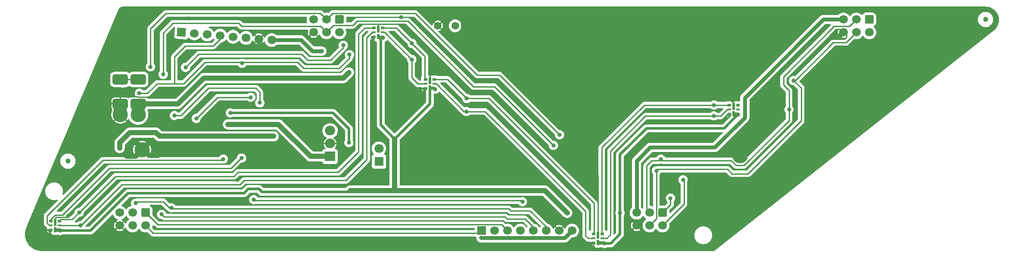
<source format=gtl>
%TF.GenerationSoftware,KiCad,Pcbnew,8.0.1*%
%TF.CreationDate,2024-04-20T15:33:02-05:00*%
%TF.ProjectId,badge,62616467-652e-46b6-9963-61645f706362,rev?*%
%TF.SameCoordinates,Original*%
%TF.FileFunction,Copper,L1,Top*%
%TF.FilePolarity,Positive*%
%FSLAX46Y46*%
G04 Gerber Fmt 4.6, Leading zero omitted, Abs format (unit mm)*
G04 Created by KiCad (PCBNEW 8.0.1) date 2024-04-20 15:33:02*
%MOMM*%
%LPD*%
G01*
G04 APERTURE LIST*
G04 Aperture macros list*
%AMRoundRect*
0 Rectangle with rounded corners*
0 $1 Rounding radius*
0 $2 $3 $4 $5 $6 $7 $8 $9 X,Y pos of 4 corners*
0 Add a 4 corners polygon primitive as box body*
4,1,4,$2,$3,$4,$5,$6,$7,$8,$9,$2,$3,0*
0 Add four circle primitives for the rounded corners*
1,1,$1+$1,$2,$3*
1,1,$1+$1,$4,$5*
1,1,$1+$1,$6,$7*
1,1,$1+$1,$8,$9*
0 Add four rect primitives between the rounded corners*
20,1,$1+$1,$2,$3,$4,$5,0*
20,1,$1+$1,$4,$5,$6,$7,0*
20,1,$1+$1,$6,$7,$8,$9,0*
20,1,$1+$1,$8,$9,$2,$3,0*%
%AMRotRect*
0 Rectangle, with rotation*
0 The origin of the aperture is its center*
0 $1 length*
0 $2 width*
0 $3 Rotation angle, in degrees counterclockwise*
0 Add horizontal line*
21,1,$1,$2,0,0,$3*%
G04 Aperture macros list end*
%TA.AperFunction,SMDPad,CuDef*%
%ADD10R,0.800000X0.500000*%
%TD*%
%TA.AperFunction,SMDPad,CuDef*%
%ADD11R,0.500000X0.980000*%
%TD*%
%TA.AperFunction,SMDPad,CuDef*%
%ADD12R,0.800000X0.300000*%
%TD*%
%TA.AperFunction,SMDPad,CuDef*%
%ADD13R,0.500000X1.460000*%
%TD*%
%TA.AperFunction,ComponentPad*%
%ADD14C,3.000000*%
%TD*%
%TA.AperFunction,SMDPad,CuDef*%
%ADD15C,1.000000*%
%TD*%
%TA.AperFunction,ComponentPad*%
%ADD16RoundRect,0.250000X-0.600000X0.600000X-0.600000X-0.600000X0.600000X-0.600000X0.600000X0.600000X0*%
%TD*%
%TA.AperFunction,ComponentPad*%
%ADD17C,1.700000*%
%TD*%
%TA.AperFunction,ComponentPad*%
%ADD18O,3.100000X6.000000*%
%TD*%
%TA.AperFunction,ComponentPad*%
%ADD19R,1.700000X1.700000*%
%TD*%
%TA.AperFunction,SMDPad,CuDef*%
%ADD20RoundRect,0.357142X1.142858X-0.642858X1.142858X0.642858X-1.142858X0.642858X-1.142858X-0.642858X0*%
%TD*%
%TA.AperFunction,SMDPad,CuDef*%
%ADD21RoundRect,0.357142X-1.142858X0.642858X-1.142858X-0.642858X1.142858X-0.642858X1.142858X0.642858X0*%
%TD*%
%TA.AperFunction,ComponentPad*%
%ADD22RotRect,1.700000X1.700000X355.000000*%
%TD*%
%TA.AperFunction,ComponentPad*%
%ADD23R,1.800000X1.800000*%
%TD*%
%TA.AperFunction,ComponentPad*%
%ADD24C,1.800000*%
%TD*%
%TA.AperFunction,ComponentPad*%
%ADD25C,1.500000*%
%TD*%
%TA.AperFunction,ComponentPad*%
%ADD26R,2.000000X1.905000*%
%TD*%
%TA.AperFunction,ComponentPad*%
%ADD27O,2.000000X1.905000*%
%TD*%
%TA.AperFunction,HeatsinkPad*%
%ADD28C,3.000000*%
%TD*%
%TA.AperFunction,ViaPad*%
%ADD29C,0.800000*%
%TD*%
%TA.AperFunction,ViaPad*%
%ADD30C,1.000000*%
%TD*%
%TA.AperFunction,Conductor*%
%ADD31C,1.000000*%
%TD*%
%TA.AperFunction,Conductor*%
%ADD32C,0.800000*%
%TD*%
%TA.AperFunction,Conductor*%
%ADD33C,0.250000*%
%TD*%
%TA.AperFunction,Conductor*%
%ADD34C,0.500000*%
%TD*%
%TA.AperFunction,Conductor*%
%ADD35C,2.500000*%
%TD*%
G04 APERTURE END LIST*
D10*
%TO.P,D2,1,VDD*%
%TO.N,+5V*%
X117690000Y-64400000D03*
D11*
X116840000Y-64340000D03*
D12*
%TO.P,D2,2,CKO*%
%TO.N,/D3ck*%
X117690000Y-63500000D03*
D10*
%TO.P,D2,3,SDO*%
%TO.N,/D3in*%
X117690000Y-62600000D03*
%TO.P,D2,4,SDI*%
%TO.N,/D2in*%
X115990000Y-62600000D03*
D12*
%TO.P,D2,5,CKI*%
%TO.N,/D2ck*%
X115990000Y-63500000D03*
D13*
%TO.P,D2,6,GND*%
%TO.N,GND*%
X116840000Y-62900000D03*
D10*
X115990000Y-64400000D03*
%TD*%
%TO.P,D1,1,VDD*%
%TO.N,+5V*%
X54190000Y-102500000D03*
D11*
X53340000Y-102440000D03*
D12*
%TO.P,D1,2,CKO*%
%TO.N,/D2ck*%
X54190000Y-101600000D03*
D10*
%TO.P,D1,3,SDO*%
%TO.N,/D2in*%
X54190000Y-100700000D03*
%TO.P,D1,4,SDI*%
%TO.N,/ls_MOSI*%
X52490000Y-100700000D03*
D12*
%TO.P,D1,5,CKI*%
%TO.N,/ls_SCLK*%
X52490000Y-101600000D03*
D13*
%TO.P,D1,6,GND*%
%TO.N,GND*%
X53340000Y-101000000D03*
D10*
X52490000Y-102500000D03*
%TD*%
D14*
%TO.P,lanyard1,*%
%TO.N,GND*%
X68580000Y-62230000D03*
%TD*%
D15*
%TO.P,fiducial2,*%
%TO.N,*%
X236220000Y-60960000D03*
%TD*%
D16*
%TO.P,J1,1,GPIO1*%
%TO.N,/GPIO1{slash}DC*%
X213360000Y-60960000D03*
D17*
%TO.P,J1,2,GPIO2*%
%TO.N,/GPIO2{slash}BUSY*%
X213360000Y-63500000D03*
%TO.P,J1,3,SDA*%
%TO.N,/SDA*%
X210820000Y-60960000D03*
%TO.P,J1,4,SCL*%
%TO.N,/SCL*%
X210820000Y-63500000D03*
%TO.P,J1,5,3V3*%
%TO.N,+3V3*%
X208280000Y-60960000D03*
%TO.P,J1,6,GND*%
%TO.N,GND*%
X208280000Y-63500000D03*
%TD*%
D18*
%TO.P,bb1,*%
%TO.N,GND*%
X187960000Y-63500000D03*
%TD*%
D16*
%TO.P,J1,1,GPIO1*%
%TO.N,/GPIO1{slash}DC*%
X109220000Y-60960000D03*
D17*
%TO.P,J1,2,GPIO2*%
%TO.N,/GPIO2{slash}BUSY*%
X109220000Y-63500000D03*
%TO.P,J1,3,SDA*%
%TO.N,/SDA*%
X106680000Y-60960000D03*
%TO.P,J1,4,SCL*%
%TO.N,/SCL*%
X106680000Y-63500000D03*
%TO.P,J1,5,3V3*%
%TO.N,+3V3*%
X104140000Y-60960000D03*
%TO.P,J1,6,GND*%
%TO.N,GND*%
X104140000Y-63500000D03*
%TD*%
D18*
%TO.P,bb2,*%
%TO.N,GND*%
X187960000Y-86360000D03*
%TD*%
D10*
%TO.P,D4,1,VDD*%
%TO.N,+5V*%
X160870000Y-105040000D03*
D11*
X160020000Y-104980000D03*
D12*
%TO.P,D4,2,CKO*%
%TO.N,/D5ck*%
X160870000Y-104140000D03*
D10*
%TO.P,D4,3,SDO*%
%TO.N,/D5in*%
X160870000Y-103240000D03*
%TO.P,D4,4,SDI*%
%TO.N,/D4in*%
X159170000Y-103240000D03*
D12*
%TO.P,D4,5,CKI*%
%TO.N,/D4ck*%
X159170000Y-104140000D03*
D13*
%TO.P,D4,6,GND*%
%TO.N,GND*%
X160020000Y-103540000D03*
D10*
X159170000Y-105040000D03*
%TD*%
D19*
%TO.P,U2,1,BUSY*%
%TO.N,/GPIO2{slash}BUSY*%
X137160000Y-102600000D03*
D17*
%TO.P,U2,2,~{RESET}*%
%TO.N,/LED{slash}RESET*%
X139700000Y-102600000D03*
%TO.P,U2,3,DATA/~{CMD}*%
%TO.N,/GPIO1{slash}DC*%
X142240000Y-102600000D03*
%TO.P,U2,4,~{CS}*%
%TO.N,/Vdark{slash}cs*%
X144780000Y-102600000D03*
%TO.P,U2,5,SCLK*%
%TO.N,/SCLK*%
X147320000Y-102600000D03*
%TO.P,U2,6,SDI/MOSI*%
%TO.N,/MOSI*%
X149860000Y-102600000D03*
%TO.P,U2,7,GND*%
%TO.N,GND*%
X152400000Y-102600000D03*
%TO.P,U2,8,VCC*%
%TO.N,/sw_+3V3*%
X154940000Y-102600000D03*
%TD*%
D10*
%TO.P,D5,1,VDD*%
%TO.N,+5V*%
X187574305Y-79642363D03*
D11*
X186724305Y-79582363D03*
D12*
%TO.P,D5,2,CKO*%
%TO.N,unconnected-(D5-CKO-Pad2)*%
X187574305Y-78742363D03*
D10*
%TO.P,D5,3,SDO*%
%TO.N,unconnected-(D5-SDO-Pad3)*%
X187574305Y-77842363D03*
%TO.P,D5,4,SDI*%
%TO.N,/D5in*%
X185874305Y-77842363D03*
D12*
%TO.P,D5,5,CKI*%
%TO.N,/D5ck*%
X185874305Y-78742363D03*
D13*
%TO.P,D5,6,GND*%
%TO.N,GND*%
X186724305Y-78142363D03*
D10*
X185874305Y-79642363D03*
%TD*%
D15*
%TO.P,fiducial1,*%
%TO.N,*%
X55880000Y-88900000D03*
%TD*%
D16*
%TO.P,J1,1,GPIO1*%
%TO.N,/GPIO1{slash}DC*%
X172720000Y-99060000D03*
D17*
%TO.P,J1,2,GPIO2*%
%TO.N,/GPIO2{slash}BUSY*%
X172720000Y-101600000D03*
%TO.P,J1,3,SDA*%
%TO.N,/SDA*%
X170180000Y-99060000D03*
%TO.P,J1,4,SCL*%
%TO.N,/SCL*%
X170180000Y-101600000D03*
%TO.P,J1,5,3V3*%
%TO.N,+3V3*%
X167640000Y-99060000D03*
%TO.P,J1,6,GND*%
%TO.N,GND*%
X167640000Y-101600000D03*
%TD*%
D18*
%TO.P,bb5,*%
%TO.N,GND*%
X134620000Y-86360000D03*
%TD*%
D20*
%TO.P,R9,1*%
%TO.N,/BAT+*%
X69679266Y-77600000D03*
%TO.P,R9,2*%
%TO.N,/Vmeasure*%
X69679266Y-72800000D03*
%TD*%
D18*
%TO.P,bb6,*%
%TO.N,GND*%
X134620000Y-63500000D03*
%TD*%
D14*
%TO.P,lanyard2,*%
%TO.N,GND*%
X228600000Y-62230000D03*
%TD*%
D21*
%TO.P,R10,1*%
%TO.N,/Vmeasure*%
X66169266Y-72800000D03*
%TO.P,R10,2*%
%TO.N,GND*%
X66169266Y-77600000D03*
%TD*%
D10*
%TO.P,D3,1,VDD*%
%TO.N,+5V*%
X127850000Y-74560000D03*
D11*
X127000000Y-74500000D03*
D12*
%TO.P,D3,2,CKO*%
%TO.N,/D4ck*%
X127850000Y-73660000D03*
D10*
%TO.P,D3,3,SDO*%
%TO.N,/D4in*%
X127850000Y-72760000D03*
%TO.P,D3,4,SDI*%
%TO.N,/D3in*%
X126150000Y-72760000D03*
D12*
%TO.P,D3,5,CKI*%
%TO.N,/D3ck*%
X126150000Y-73660000D03*
D13*
%TO.P,D3,6,GND*%
%TO.N,GND*%
X127000000Y-73060000D03*
D10*
X126150000Y-74560000D03*
%TD*%
D16*
%TO.P,J1,1,GPIO1*%
%TO.N,/GPIO1{slash}DC*%
X71120000Y-99060000D03*
D17*
%TO.P,J1,2,GPIO2*%
%TO.N,/GPIO2{slash}BUSY*%
X71120000Y-101600000D03*
%TO.P,J1,3,SDA*%
%TO.N,/SDA*%
X68580000Y-99060000D03*
%TO.P,J1,4,SCL*%
%TO.N,/SCL*%
X68580000Y-101600000D03*
%TO.P,J1,5,3V3*%
%TO.N,+3V3*%
X66040000Y-99060000D03*
%TO.P,J1,6,GND*%
%TO.N,GND*%
X66040000Y-101600000D03*
%TD*%
D22*
%TO.P,U2,1,BUSY*%
%TO.N,/GPIO2{slash}BUSY*%
X78200000Y-63476945D03*
D17*
%TO.P,U2,2,~{RESET}*%
%TO.N,/LED{slash}RESET*%
X80730336Y-63698321D03*
%TO.P,U2,3,DATA/~{CMD}*%
%TO.N,/GPIO1{slash}DC*%
X83260669Y-63919696D03*
%TO.P,U2,4,~{CS}*%
%TO.N,/Vdark{slash}cs*%
X85791004Y-64141072D03*
%TO.P,U2,5,SCLK*%
%TO.N,/SCLK*%
X88321338Y-64362447D03*
%TO.P,U2,6,SDI/MOSI*%
%TO.N,/MOSI*%
X90851673Y-64583823D03*
%TO.P,U2,7,GND*%
%TO.N,GND*%
X93382007Y-64805199D03*
%TO.P,U2,8,VCC*%
%TO.N,/sw_+3V3*%
X95912342Y-65026574D03*
%TD*%
D23*
%TO.P,D6,1,K*%
%TO.N,Net-(D6-K)*%
X117000000Y-88975000D03*
D24*
%TO.P,D6,2,A*%
%TO.N,Net-(D6-A)*%
X117000000Y-86435000D03*
%TD*%
D25*
%TO.P,R2,1*%
%TO.N,/Vdark{slash}cs*%
X131980000Y-62200000D03*
%TO.P,R2,2*%
%TO.N,GND*%
X128580000Y-62200000D03*
%TD*%
D26*
%TO.P,U3,1,OUT*%
%TO.N,+5V*%
X107400000Y-87980000D03*
D27*
%TO.P,U3,2,GND*%
%TO.N,GND*%
X107400000Y-85440000D03*
%TO.P,U3,3,IN*%
%TO.N,Net-(SW3A-B)*%
X107400000Y-82900000D03*
%TD*%
D14*
%TO.P,U1,15,BAT+*%
%TO.N,/BAT+*%
X69679266Y-79714877D03*
%TO.P,U1,16,BAT-*%
%TO.N,GND*%
X66169266Y-79714877D03*
D28*
%TO.P,U1,thermal,GND*%
X70470010Y-86659629D03*
%TD*%
D29*
%TO.N,+3V3*%
X96300000Y-84000000D03*
D30*
X66040000Y-86300000D03*
D29*
%TO.N,GND*%
X91100000Y-71100000D03*
X61400000Y-81280000D03*
X121000000Y-68850000D03*
X206500000Y-69400000D03*
X75700000Y-70300000D03*
X100800000Y-71100000D03*
X95970000Y-71100000D03*
X125969647Y-74700000D03*
X97200000Y-71100000D03*
X215900000Y-71120000D03*
X88100000Y-70400000D03*
X81280000Y-105000000D03*
X158700000Y-105200000D03*
X99600000Y-71100000D03*
X116200000Y-67067500D03*
X170180000Y-81100000D03*
X198800000Y-68400000D03*
X119400000Y-78740000D03*
X170180000Y-78900000D03*
X81100000Y-87600000D03*
X121900000Y-65700000D03*
X128600000Y-69400000D03*
X73400000Y-65500000D03*
X79600000Y-60800000D03*
X170180000Y-59960000D03*
X170180000Y-70120000D03*
X52390000Y-102600000D03*
X79400000Y-86100000D03*
X183400000Y-87700000D03*
X172600000Y-97200000D03*
X152400000Y-70120000D03*
X50800000Y-105000000D03*
X208280000Y-71120000D03*
X116200000Y-78740000D03*
X170180000Y-76200000D03*
X132080000Y-91440000D03*
X89200000Y-92600000D03*
X86700000Y-80300000D03*
X96600000Y-70400000D03*
X97800000Y-70400000D03*
X81900000Y-96800000D03*
X121360000Y-60510000D03*
X86900000Y-70400000D03*
X86300000Y-71100000D03*
X91300000Y-85400000D03*
X113500000Y-88100000D03*
X128700000Y-78740000D03*
X53340000Y-91440000D03*
X185874305Y-79742363D03*
X99000000Y-70400000D03*
X165300000Y-105000000D03*
X177800000Y-105000000D03*
X71120000Y-60960000D03*
X72922653Y-102100000D03*
X63500000Y-68580000D03*
X123950000Y-88940000D03*
X100200000Y-70400000D03*
X137160000Y-59960000D03*
X92900000Y-70400000D03*
X226060000Y-60960000D03*
X88700000Y-71100000D03*
X111760000Y-63500000D03*
X185420000Y-76200000D03*
X66040000Y-63500000D03*
X185420000Y-70120000D03*
X184900000Y-91500000D03*
X98400000Y-71100000D03*
X72900000Y-99400000D03*
X152200000Y-91686092D03*
X92300000Y-71100000D03*
X66000000Y-103800000D03*
X91700000Y-70400000D03*
X55900000Y-99700000D03*
X87500000Y-71100000D03*
X152400000Y-59960000D03*
X152400000Y-76200000D03*
X170180000Y-83580000D03*
X82000000Y-81700000D03*
X75200000Y-81900000D03*
X137160000Y-70120000D03*
X50800000Y-99060000D03*
X111120000Y-61000000D03*
X185420000Y-59960000D03*
X220980000Y-66040000D03*
X109950000Y-78740000D03*
X115890000Y-64550000D03*
X93500000Y-71100000D03*
%TO.N,/SCL*%
X74600000Y-71800000D03*
X198500000Y-73000000D03*
X171545000Y-90800000D03*
X151300000Y-85800000D03*
%TO.N,/SDA*%
X72100000Y-70300000D03*
X172400000Y-88500000D03*
X197600000Y-78700000D03*
X152500000Y-83700000D03*
%TO.N,/MOSI*%
X69200490Y-97200000D03*
X76200000Y-98100000D03*
%TO.N,+5V*%
X54340000Y-102600000D03*
X187574305Y-79742363D03*
X128050000Y-74700000D03*
X87350000Y-81650000D03*
X111400000Y-94700000D03*
X164371590Y-99100000D03*
X161350000Y-105140000D03*
X117790000Y-64550000D03*
X154000000Y-99100000D03*
%TO.N,/SCLK*%
X81100000Y-80500000D03*
X74300000Y-99400000D03*
X91800000Y-76300000D03*
%TO.N,/LED{slash}RESET*%
X93600000Y-77400000D03*
X76800000Y-79900000D03*
D30*
%TO.N,/BAT+*%
X111100000Y-71400000D03*
D29*
%TO.N,/GPIO2{slash}BUSY*%
X176780500Y-92580500D03*
%TO.N,/GPIO1{slash}DC*%
X174300000Y-96200000D03*
%TO.N,/Vmeasure*%
X66660490Y-73500000D03*
%TO.N,/sw_+3V3*%
X137100000Y-104050002D03*
X105800000Y-67200000D03*
%TO.N,/ls_MOSI*%
X90000000Y-88300000D03*
%TO.N,/ls_SCLK*%
X86400000Y-88500000D03*
%TO.N,/D2ck*%
X58400000Y-101600000D03*
%TO.N,/D2in*%
X58100000Y-99000000D03*
%TO.N,/D3ck*%
X123450000Y-68850000D03*
%TO.N,/D3in*%
X123500000Y-65700000D03*
%TO.N,/D4ck*%
X134200000Y-79100000D03*
%TO.N,/D4in*%
X134250000Y-76550000D03*
%TO.N,/D5ck*%
X182800000Y-80000000D03*
%TO.N,/D5in*%
X182857637Y-77842363D03*
%TO.N,Net-(D6-A)*%
X87800000Y-79400000D03*
X111100000Y-85250000D03*
%TO.N,/Vbutton*%
X110000000Y-66040000D03*
X79000000Y-70400000D03*
%TO.N,/Vdark{slash}cs*%
X111200000Y-67900000D03*
X69900000Y-75500000D03*
X92400000Y-96500000D03*
X90100000Y-69600000D03*
X145200000Y-96900000D03*
%TD*%
D31*
%TO.N,+3V3*%
X66040000Y-85260000D02*
X66040000Y-86300000D01*
X73900000Y-84000000D02*
X73200000Y-83300000D01*
X68000000Y-83300000D02*
X66040000Y-85260000D01*
D32*
X188900000Y-80300000D02*
X188900000Y-76400000D01*
X188900000Y-76400000D02*
X204340000Y-60960000D01*
D31*
X96300000Y-84000000D02*
X73900000Y-84000000D01*
D32*
X170300000Y-86200000D02*
X183000000Y-86200000D01*
D31*
X73200000Y-83300000D02*
X68000000Y-83300000D01*
D32*
X183000000Y-86200000D02*
X188900000Y-80300000D01*
X167640000Y-99060000D02*
X167640000Y-88860000D01*
X204340000Y-60960000D02*
X208280000Y-60960000D01*
X167640000Y-88860000D02*
X170300000Y-86200000D01*
D33*
%TO.N,GND*%
X186724305Y-78152363D02*
X186724305Y-77504305D01*
X127000000Y-73070000D02*
X127000000Y-71120000D01*
X113200000Y-61900000D02*
X113000000Y-62100000D01*
X181500000Y-80900000D02*
X184300000Y-80900000D01*
X53561396Y-99975000D02*
X53340000Y-100196396D01*
D31*
X71682497Y-85417503D02*
X69200000Y-87900000D01*
D33*
X116800000Y-61900000D02*
X113200000Y-61900000D01*
X111120000Y-61000000D02*
X111610000Y-60510000D01*
X111610000Y-60510000D02*
X123810000Y-60510000D01*
D31*
X71799999Y-87800000D02*
X73500000Y-87800000D01*
D33*
X122205000Y-61900000D02*
X116800000Y-61900000D01*
D31*
X69200000Y-87900000D02*
X67400000Y-87900000D01*
D33*
X115750000Y-66617500D02*
X116200000Y-67067500D01*
X116840000Y-61940000D02*
X116800000Y-61900000D01*
X72900000Y-76300000D02*
X72825000Y-76225000D01*
X184300000Y-80900000D02*
X185700000Y-79500000D01*
X53340000Y-100196396D02*
X53340000Y-101000000D01*
D31*
X69417502Y-85417503D02*
X71799999Y-87800000D01*
D33*
X69574695Y-76200000D02*
X64400000Y-76200000D01*
D31*
X93382007Y-65442007D02*
X93382007Y-65005199D01*
D34*
X166200000Y-100600000D02*
X168500000Y-100600000D01*
D33*
X55900000Y-99700000D02*
X55625000Y-99975000D01*
X111120000Y-61000000D02*
X111490000Y-61000000D01*
D34*
X168600000Y-100700000D02*
X168600000Y-102700000D01*
X168500000Y-100600000D02*
X168600000Y-100700000D01*
D33*
X69599695Y-76225000D02*
X69574695Y-76200000D01*
X208500000Y-64800000D02*
X208900000Y-64400000D01*
X186149305Y-79850695D02*
X184600000Y-81400000D01*
X206800000Y-62900000D02*
X208300000Y-62900000D01*
X208900000Y-64400000D02*
X208900000Y-63800000D01*
D31*
X208280000Y-63500000D02*
X207500000Y-64280000D01*
D33*
X159170000Y-105040000D02*
X159170000Y-105770000D01*
X115990000Y-64400000D02*
X115750000Y-64640000D01*
X123810000Y-60510000D02*
X123900000Y-60600000D01*
X206000000Y-64800000D02*
X208500000Y-64800000D01*
X111490000Y-61000000D02*
X111890000Y-60600000D01*
X206800000Y-62900000D02*
X205500000Y-64200000D01*
X55625000Y-99975000D02*
X53561396Y-99975000D01*
X122210000Y-61910000D02*
X122300000Y-62000000D01*
X72825000Y-76225000D02*
X69599695Y-76225000D01*
X115750000Y-64640000D02*
X115750000Y-66617500D01*
X116840000Y-62900000D02*
X116840000Y-61940000D01*
X160020000Y-103550000D02*
X160020000Y-91680000D01*
D35*
X66169266Y-78100000D02*
X66169266Y-79714877D01*
D33*
X186724305Y-77504305D02*
X185420000Y-76200000D01*
%TO.N,/SCL*%
X105480000Y-62300000D02*
X106680000Y-63500000D01*
X108045000Y-62135000D02*
X106680000Y-63500000D01*
X74600000Y-63600000D02*
X76475000Y-61725000D01*
X76475000Y-61725000D02*
X89425000Y-61725000D01*
X89425000Y-61725000D02*
X90000000Y-62300000D01*
X186400000Y-91400000D02*
X189500000Y-91400000D01*
X122700000Y-61300000D02*
X112700000Y-61300000D01*
X206300000Y-65500000D02*
X208820000Y-65500000D01*
X171845000Y-90500000D02*
X185500000Y-90500000D01*
X208820000Y-65500000D02*
X210820000Y-63500000D01*
X200000000Y-80900000D02*
X200000000Y-74500000D01*
X135600000Y-74200000D02*
X122700000Y-61300000D01*
X90000000Y-62300000D02*
X105480000Y-62300000D01*
X200000000Y-74500000D02*
X198500000Y-73000000D01*
X171545000Y-90800000D02*
X171845000Y-90500000D01*
X198500000Y-73000000D02*
X198800000Y-73000000D01*
X189500000Y-91400000D02*
X200000000Y-80900000D01*
X111865000Y-62135000D02*
X108045000Y-62135000D01*
X139700000Y-74200000D02*
X135600000Y-74200000D01*
X171545000Y-90800000D02*
X171545000Y-100235000D01*
X151300000Y-85800000D02*
X139700000Y-74200000D01*
X112700000Y-61300000D02*
X111865000Y-62135000D01*
X74600000Y-71800000D02*
X74600000Y-63600000D01*
X171545000Y-100235000D02*
X170180000Y-101600000D01*
X198800000Y-73000000D02*
X206300000Y-65500000D01*
X185500000Y-90500000D02*
X186400000Y-91400000D01*
%TO.N,/SDA*%
X196500000Y-72300000D02*
X206475000Y-62325000D01*
X136300000Y-71900000D02*
X124185000Y-59785000D01*
X152500000Y-83700000D02*
X140700000Y-71900000D01*
X197600000Y-80877307D02*
X188738307Y-89739000D01*
X169600000Y-98480000D02*
X170180000Y-99060000D01*
X124185000Y-59785000D02*
X107855000Y-59785000D01*
X105505000Y-59785000D02*
X106680000Y-60960000D01*
X197600000Y-78700000D02*
X197600000Y-75000000D01*
X172700000Y-88800000D02*
X172400000Y-88500000D01*
X206475000Y-62325000D02*
X209455000Y-62325000D01*
X107855000Y-59785000D02*
X106680000Y-60960000D01*
X197600000Y-75000000D02*
X196500000Y-73900000D01*
X72100000Y-62800000D02*
X75115000Y-59785000D01*
X172400000Y-88500000D02*
X172100000Y-88800000D01*
X186242693Y-88800000D02*
X172700000Y-88800000D01*
X170600000Y-88800000D02*
X169600000Y-89800000D01*
X172100000Y-88800000D02*
X170600000Y-88800000D01*
X209455000Y-62325000D02*
X210820000Y-60960000D01*
X140700000Y-71900000D02*
X136300000Y-71900000D01*
X188738307Y-89739000D02*
X187181693Y-89739000D01*
X187181693Y-89739000D02*
X186242693Y-88800000D01*
X196500000Y-73900000D02*
X196500000Y-72300000D01*
X197600000Y-78700000D02*
X197600000Y-80877307D01*
X169600000Y-89800000D02*
X169600000Y-98480000D01*
X75115000Y-59785000D02*
X105505000Y-59785000D01*
X72100000Y-70300000D02*
X72100000Y-62800000D01*
%TO.N,/MOSI*%
X74600000Y-96900000D02*
X75800000Y-98100000D01*
X76200000Y-98100000D02*
X76400000Y-98300000D01*
X149860000Y-101860000D02*
X149860000Y-102600000D01*
X142500000Y-98300000D02*
X142900000Y-98700000D01*
X75800000Y-98100000D02*
X76200000Y-98100000D01*
X146700000Y-98700000D02*
X149860000Y-101860000D01*
X142900000Y-98700000D02*
X146700000Y-98700000D01*
X69200490Y-97200000D02*
X69500490Y-96900000D01*
X69500490Y-96900000D02*
X74600000Y-96900000D01*
X76400000Y-98300000D02*
X142500000Y-98300000D01*
D34*
%TO.N,+5V*%
X160140000Y-105100000D02*
X160790000Y-105100000D01*
X60300000Y-102600000D02*
X54340000Y-102600000D01*
X127000000Y-77640000D02*
X127000000Y-74490000D01*
X54170000Y-102430000D02*
X54340000Y-102600000D01*
X117350000Y-81790000D02*
X117350000Y-64850000D01*
X120100000Y-84540000D02*
X127000000Y-77640000D01*
X161230000Y-104970000D02*
X160020000Y-104970000D01*
X67700000Y-95200000D02*
X60300000Y-102600000D01*
D31*
X97250000Y-81650000D02*
X103580000Y-87980000D01*
X120100000Y-84540000D02*
X120100000Y-94700000D01*
D34*
X184816668Y-82400000D02*
X169600000Y-82400000D01*
X127780000Y-74490000D02*
X127950000Y-74660000D01*
X169600000Y-82400000D02*
X164400000Y-87600000D01*
X187574305Y-79642363D02*
X187514305Y-79582363D01*
X164400000Y-103300000D02*
X162560000Y-105140000D01*
X111100000Y-95000000D02*
X94000000Y-95000000D01*
X127010000Y-74600000D02*
X127790000Y-74600000D01*
X94000000Y-95000000D02*
X93400000Y-94400000D01*
X161400000Y-105140000D02*
X161230000Y-104970000D01*
X117350000Y-64850000D02*
X116840000Y-64340000D01*
X120100000Y-84540000D02*
X117350000Y-81790000D01*
X164400000Y-87600000D02*
X164400000Y-103300000D01*
X117690000Y-64400000D02*
X116910000Y-64400000D01*
X162560000Y-105140000D02*
X161400000Y-105140000D01*
X187574305Y-79642363D02*
X184816668Y-82400000D01*
X53340000Y-102430000D02*
X54170000Y-102430000D01*
X116910000Y-64400000D02*
X116840000Y-64330000D01*
X111400000Y-94700000D02*
X111100000Y-95000000D01*
D31*
X149600000Y-94700000D02*
X154000000Y-99100000D01*
D34*
X187514305Y-79582363D02*
X186724305Y-79582363D01*
D31*
X87350000Y-81650000D02*
X97250000Y-81650000D01*
D34*
X187595000Y-79700000D02*
X186805000Y-79700000D01*
X90500000Y-95200000D02*
X67700000Y-95200000D01*
X53385000Y-102600000D02*
X54215000Y-102600000D01*
X127000000Y-74490000D02*
X127780000Y-74490000D01*
D31*
X103580000Y-87980000D02*
X107400000Y-87980000D01*
X111400000Y-94700000D02*
X149600000Y-94700000D01*
D34*
X93400000Y-94400000D02*
X91300000Y-94400000D01*
X91300000Y-94400000D02*
X90500000Y-95200000D01*
D33*
%TO.N,/SCLK*%
X147320000Y-101920000D02*
X147320000Y-102600000D01*
X85300000Y-76300000D02*
X81100000Y-80500000D01*
X91800000Y-76300000D02*
X85300000Y-76300000D01*
X74300000Y-99400000D02*
X74800000Y-99900000D01*
X142200000Y-100300000D02*
X145700000Y-100300000D01*
X141800000Y-99900000D02*
X142200000Y-100300000D01*
X74800000Y-99900000D02*
X141800000Y-99900000D01*
X145700000Y-100300000D02*
X147320000Y-101920000D01*
%TO.N,/LED{slash}RESET*%
X92800000Y-74500000D02*
X83500000Y-74500000D01*
X78100000Y-79900000D02*
X76800000Y-79900000D01*
X93600000Y-75300000D02*
X92800000Y-74500000D01*
X83500000Y-74500000D02*
X78100000Y-79900000D01*
X93600000Y-77400000D02*
X93600000Y-75300000D01*
D31*
%TO.N,/BAT+*%
X77500000Y-77600000D02*
X69679266Y-77600000D01*
X110000000Y-72500000D02*
X82600000Y-72500000D01*
X111100000Y-71400000D02*
X110000000Y-72500000D01*
D35*
X69679266Y-78100000D02*
X69679266Y-79714877D01*
D31*
X82600000Y-72500000D02*
X77500000Y-77600000D01*
D33*
%TO.N,/GPIO2{slash}BUSY*%
X176780500Y-92580500D02*
X176961000Y-92761000D01*
X72620000Y-103100000D02*
X71120000Y-101600000D01*
X176961000Y-92761000D02*
X176961000Y-97359000D01*
X136660000Y-103100000D02*
X72620000Y-103100000D01*
X176961000Y-97359000D02*
X172720000Y-101600000D01*
%TO.N,/GPIO1{slash}DC*%
X174300000Y-96200000D02*
X174300000Y-97480000D01*
X141065000Y-101425000D02*
X73485000Y-101425000D01*
X174300000Y-97480000D02*
X172720000Y-99060000D01*
X73485000Y-101425000D02*
X71120000Y-99060000D01*
X142240000Y-102600000D02*
X141065000Y-101425000D01*
%TO.N,/Vmeasure*%
X66169266Y-72800000D02*
X69679266Y-72800000D01*
D32*
%TO.N,/sw_+3V3*%
X105800000Y-67200000D02*
X103920000Y-67200000D01*
X137100000Y-104050002D02*
X137100002Y-104050000D01*
X103920000Y-67200000D02*
X101720000Y-65000000D01*
X101720000Y-65000000D02*
X95938916Y-65000000D01*
X153490000Y-104050000D02*
X154940000Y-102600000D01*
X95938916Y-65000000D02*
X95912342Y-65026574D01*
X137100002Y-104050000D02*
X153490000Y-104050000D01*
D33*
%TO.N,/ls_MOSI*%
X90000000Y-88300000D02*
X89900000Y-88300000D01*
X64000000Y-90300000D02*
X54775000Y-99525000D01*
X53375000Y-99525000D02*
X52490000Y-100410000D01*
X54775000Y-99525000D02*
X53375000Y-99525000D01*
X87900000Y-90300000D02*
X64000000Y-90300000D01*
X89900000Y-88300000D02*
X87900000Y-90300000D01*
X52490000Y-100410000D02*
X52490000Y-100700000D01*
%TO.N,/ls_SCLK*%
X86400000Y-88500000D02*
X86175000Y-88725000D01*
X51765000Y-101125000D02*
X52240000Y-101600000D01*
X51765000Y-99698299D02*
X51765000Y-101125000D01*
X86175000Y-88725000D02*
X62738299Y-88725000D01*
X62738299Y-88725000D02*
X51765000Y-99698299D01*
%TO.N,/D2ck*%
X54190000Y-101600000D02*
X58420000Y-101600000D01*
X115700000Y-63500000D02*
X115990000Y-63500000D01*
X90500000Y-92700000D02*
X110500000Y-92700000D01*
X58420000Y-101600000D02*
X66520000Y-93500000D01*
X89700000Y-93500000D02*
X90500000Y-92700000D01*
X110500000Y-92700000D02*
X114600000Y-88600000D01*
X66520000Y-93500000D02*
X89700000Y-93500000D01*
X114600000Y-88600000D02*
X114600000Y-64600000D01*
X114600000Y-64600000D02*
X115700000Y-63500000D01*
%TO.N,/D2in*%
X88500000Y-91900000D02*
X89300000Y-91100000D01*
X65200000Y-91900000D02*
X88500000Y-91900000D01*
X54465000Y-100425000D02*
X56675000Y-100425000D01*
X113000000Y-63800000D02*
X114200000Y-62600000D01*
X89300000Y-91100000D02*
X109000000Y-91100000D01*
X54190000Y-100700000D02*
X54465000Y-100425000D01*
X56675000Y-100425000D02*
X58100000Y-99000000D01*
X58100000Y-99000000D02*
X65200000Y-91900000D01*
X113000000Y-87100000D02*
X113000000Y-63800000D01*
X109000000Y-91100000D02*
X113000000Y-87100000D01*
X114200000Y-62600000D02*
X115990000Y-62600000D01*
%TO.N,/D3ck*%
X124660000Y-73660000D02*
X126050000Y-73660000D01*
X123450000Y-68850000D02*
X118100000Y-63500000D01*
X118100000Y-63500000D02*
X117790000Y-63500000D01*
X123450000Y-68850000D02*
X123450000Y-72450000D01*
X123450000Y-72450000D02*
X124660000Y-73660000D01*
%TO.N,/D3in*%
X120400000Y-62600000D02*
X126050000Y-68250000D01*
X117690000Y-62600000D02*
X120400000Y-62600000D01*
X126050000Y-68250000D02*
X126050000Y-72660000D01*
%TO.N,/D4ck*%
X133700000Y-79100000D02*
X137900000Y-79100000D01*
X157600000Y-103600000D02*
X158140000Y-104140000D01*
X127850000Y-73660000D02*
X128260000Y-73660000D01*
X137900000Y-79100000D02*
X157600000Y-98800000D01*
X158140000Y-104140000D02*
X159170000Y-104140000D01*
X157600000Y-98800000D02*
X157600000Y-103600000D01*
X128260000Y-73660000D02*
X133700000Y-79100000D01*
%TO.N,/D4in*%
X138650000Y-76550000D02*
X159300000Y-97200000D01*
X127850000Y-72760000D02*
X130460000Y-72760000D01*
X159300000Y-97200000D02*
X159300000Y-102910000D01*
X159300000Y-102910000D02*
X159070000Y-103140000D01*
X134250000Y-76550000D02*
X138650000Y-76550000D01*
X130460000Y-72760000D02*
X134250000Y-76550000D01*
%TO.N,/D5ck*%
X162500000Y-86900000D02*
X162500000Y-103400000D01*
X169400000Y-80000000D02*
X162500000Y-86900000D01*
X184200000Y-80000000D02*
X185457637Y-78742363D01*
X182800000Y-80000000D02*
X184200000Y-80000000D01*
X162500000Y-103400000D02*
X161760000Y-104140000D01*
X182800000Y-80000000D02*
X169400000Y-80000000D01*
X161760000Y-104140000D02*
X160870000Y-104140000D01*
X185457637Y-78742363D02*
X185874305Y-78742363D01*
%TO.N,/D5in*%
X182857637Y-77842363D02*
X185874305Y-77842363D01*
X160800000Y-86200000D02*
X160800000Y-102970000D01*
X182857637Y-77842363D02*
X169157637Y-77842363D01*
X160800000Y-102970000D02*
X160970000Y-103140000D01*
X169157637Y-77842363D02*
X160800000Y-86200000D01*
D34*
%TO.N,Net-(D6-A)*%
X108000000Y-79400000D02*
X111100000Y-82500000D01*
X111100000Y-82500000D02*
X111100000Y-85250000D01*
X87800000Y-79400000D02*
X108000000Y-79400000D01*
D33*
%TO.N,/Vbutton*%
X110000000Y-66500000D02*
X110000000Y-66040000D01*
X107500000Y-69000000D02*
X110000000Y-66500000D01*
X81600000Y-67800000D02*
X101800000Y-67800000D01*
X101800000Y-67800000D02*
X103000000Y-69000000D01*
X103000000Y-69000000D02*
X107500000Y-69000000D01*
X79000000Y-70400000D02*
X81600000Y-67800000D01*
%TO.N,/Vdark{slash}cs*%
X102200000Y-70600000D02*
X109200000Y-70600000D01*
X84400000Y-66200000D02*
X78900000Y-66200000D01*
X78900000Y-66200000D02*
X76800000Y-68300000D01*
X90100000Y-69600000D02*
X90300000Y-69400000D01*
X101000000Y-69400000D02*
X102200000Y-70600000D01*
X76800000Y-73600000D02*
X73400000Y-73600000D01*
X109200000Y-70600000D02*
X111200000Y-68600000D01*
X71500000Y-75500000D02*
X69900000Y-75500000D01*
X90100000Y-69600000D02*
X89900000Y-69400000D01*
X73400000Y-73600000D02*
X71500000Y-75500000D01*
X111200000Y-68600000D02*
X111200000Y-67900000D01*
X90300000Y-69400000D02*
X101000000Y-69400000D01*
X85791004Y-64808996D02*
X84400000Y-66200000D01*
X85791004Y-64141072D02*
X85791004Y-64808996D01*
X145000000Y-96700000D02*
X145200000Y-96900000D01*
X82800000Y-69400000D02*
X78600000Y-73600000D01*
X89900000Y-69400000D02*
X82800000Y-69400000D01*
X92600000Y-96700000D02*
X145000000Y-96700000D01*
X92400000Y-96500000D02*
X92600000Y-96700000D01*
X76800000Y-68300000D02*
X76800000Y-73600000D01*
X78600000Y-73600000D02*
X76800000Y-73600000D01*
%TD*%
%TA.AperFunction,Conductor*%
%TO.N,GND*%
G36*
X185207292Y-79992778D02*
G01*
X185264128Y-80035325D01*
X185268025Y-80040832D01*
X185291180Y-80075487D01*
X185375198Y-80131625D01*
X185375199Y-80131626D01*
X185449285Y-80146362D01*
X185693432Y-80146362D01*
X185761553Y-80166364D01*
X185808046Y-80220019D01*
X185818151Y-80290293D01*
X185788658Y-80354874D01*
X185782529Y-80361457D01*
X184539390Y-81604596D01*
X184477080Y-81638620D01*
X184450297Y-81641500D01*
X169525290Y-81641500D01*
X169378753Y-81670649D01*
X169378750Y-81670650D01*
X169240716Y-81727826D01*
X169116486Y-81810833D01*
X169116480Y-81810838D01*
X163810838Y-87116480D01*
X163810833Y-87116486D01*
X163727826Y-87240716D01*
X163670651Y-87378747D01*
X163670649Y-87378752D01*
X163658381Y-87440429D01*
X163641500Y-87525290D01*
X163641500Y-98513793D01*
X163624619Y-98576793D01*
X163537066Y-98728438D01*
X163537063Y-98728445D01*
X163478047Y-98910072D01*
X163458086Y-99100000D01*
X163478047Y-99289927D01*
X163504197Y-99370405D01*
X163537063Y-99471556D01*
X163604172Y-99587792D01*
X163624619Y-99623207D01*
X163641500Y-99686207D01*
X163641500Y-102933627D01*
X163621498Y-103001748D01*
X163604595Y-103022722D01*
X163348595Y-103278722D01*
X163286283Y-103312748D01*
X163215468Y-103307683D01*
X163158632Y-103265136D01*
X163133821Y-103198616D01*
X163133500Y-103189627D01*
X163133500Y-87214594D01*
X163153502Y-87146473D01*
X163170405Y-87125499D01*
X169625500Y-80670405D01*
X169687812Y-80636379D01*
X169714595Y-80633500D01*
X182091800Y-80633500D01*
X182159921Y-80653502D01*
X182185437Y-80675190D01*
X182188747Y-80678866D01*
X182343248Y-80791118D01*
X182517712Y-80868794D01*
X182704513Y-80908500D01*
X182895487Y-80908500D01*
X183082288Y-80868794D01*
X183256752Y-80791118D01*
X183411253Y-80678866D01*
X183414563Y-80675190D01*
X183475009Y-80637950D01*
X183508200Y-80633500D01*
X184262393Y-80633500D01*
X184262394Y-80633500D01*
X184384785Y-80609155D01*
X184500075Y-80561400D01*
X184603833Y-80492071D01*
X185074166Y-80021737D01*
X185136477Y-79987714D01*
X185207292Y-79992778D01*
G37*
%TD.AperFunction*%
%TA.AperFunction,Conductor*%
G36*
X182217558Y-78495865D02*
G01*
X182243074Y-78517553D01*
X182246384Y-78521229D01*
X182400885Y-78633481D01*
X182575349Y-78711157D01*
X182762150Y-78750863D01*
X182953124Y-78750863D01*
X183139925Y-78711157D01*
X183314389Y-78633481D01*
X183468890Y-78521229D01*
X183472200Y-78517553D01*
X183532646Y-78480313D01*
X183565837Y-78475863D01*
X184524043Y-78475863D01*
X184592164Y-78495865D01*
X184638657Y-78549521D01*
X184648761Y-78619795D01*
X184619267Y-78684375D01*
X184613138Y-78690958D01*
X183974501Y-79329595D01*
X183912189Y-79363621D01*
X183885406Y-79366500D01*
X183508200Y-79366500D01*
X183440079Y-79346498D01*
X183414563Y-79324810D01*
X183411252Y-79321133D01*
X183256752Y-79208882D01*
X183082288Y-79131206D01*
X182895487Y-79091500D01*
X182704513Y-79091500D01*
X182517711Y-79131206D01*
X182343247Y-79208882D01*
X182188747Y-79321133D01*
X182185437Y-79324810D01*
X182124991Y-79362050D01*
X182091800Y-79366500D01*
X169337603Y-79366500D01*
X169215214Y-79390845D01*
X169215213Y-79390845D01*
X169193113Y-79400000D01*
X169191030Y-79400863D01*
X169099923Y-79438600D01*
X168996171Y-79507925D01*
X168996164Y-79507930D01*
X162096167Y-86407929D01*
X162007931Y-86496164D01*
X162007926Y-86496171D01*
X161938601Y-86599923D01*
X161911961Y-86664238D01*
X161890845Y-86715215D01*
X161886426Y-86737430D01*
X161866500Y-86837603D01*
X161866500Y-102559740D01*
X161846498Y-102627861D01*
X161792842Y-102674354D01*
X161722568Y-102684458D01*
X161657988Y-102654964D01*
X161639632Y-102635250D01*
X161633261Y-102626739D01*
X161633259Y-102626738D01*
X161633259Y-102626737D01*
X161519140Y-102541309D01*
X161516204Y-102539111D01*
X161516203Y-102539110D01*
X161516201Y-102539109D01*
X161515460Y-102538833D01*
X161514824Y-102538357D01*
X161508292Y-102534790D01*
X161508805Y-102533850D01*
X161458627Y-102496283D01*
X161433820Y-102429761D01*
X161433500Y-102420780D01*
X161433500Y-86514594D01*
X161453502Y-86446473D01*
X161470405Y-86425499D01*
X169383137Y-78512768D01*
X169445449Y-78478742D01*
X169472232Y-78475863D01*
X182149437Y-78475863D01*
X182217558Y-78495865D01*
G37*
%TD.AperFunction*%
%TA.AperFunction,Conductor*%
G36*
X130213527Y-73413502D02*
G01*
X130234501Y-73430405D01*
X133302877Y-76498781D01*
X133336903Y-76561093D01*
X133339092Y-76574705D01*
X133356457Y-76739927D01*
X133368280Y-76776313D01*
X133415473Y-76921556D01*
X133424031Y-76936379D01*
X133510958Y-77086941D01*
X133510965Y-77086951D01*
X133638744Y-77228864D01*
X133663972Y-77247193D01*
X133793248Y-77341118D01*
X133967712Y-77418794D01*
X134154513Y-77458500D01*
X134345487Y-77458500D01*
X134532288Y-77418794D01*
X134706752Y-77341118D01*
X134861253Y-77228866D01*
X134864563Y-77225190D01*
X134925009Y-77187950D01*
X134958200Y-77183500D01*
X138335406Y-77183500D01*
X138403527Y-77203502D01*
X138424501Y-77220405D01*
X158629595Y-97425499D01*
X158663621Y-97487811D01*
X158666500Y-97514594D01*
X158666500Y-102398401D01*
X158646498Y-102466522D01*
X158592842Y-102513015D01*
X158584534Y-102516456D01*
X158523795Y-102539111D01*
X158523792Y-102539113D01*
X158435009Y-102605575D01*
X158368488Y-102630386D01*
X158299114Y-102615294D01*
X158248912Y-102565092D01*
X158233500Y-102504707D01*
X158233500Y-98737607D01*
X158233499Y-98737603D01*
X158209155Y-98615215D01*
X158161400Y-98499925D01*
X158092071Y-98396167D01*
X158003833Y-98307929D01*
X138303833Y-78607929D01*
X138200075Y-78538600D01*
X138084785Y-78490845D01*
X138009465Y-78475863D01*
X137962396Y-78466500D01*
X137962394Y-78466500D01*
X134908200Y-78466500D01*
X134840079Y-78446498D01*
X134814563Y-78424810D01*
X134811252Y-78421133D01*
X134656752Y-78308882D01*
X134482288Y-78231206D01*
X134295487Y-78191500D01*
X134104513Y-78191500D01*
X133917711Y-78231206D01*
X133864935Y-78254702D01*
X133794567Y-78264135D01*
X133730271Y-78234026D01*
X133724594Y-78228689D01*
X131424343Y-75928438D01*
X129104498Y-73608594D01*
X129070473Y-73546283D01*
X129075538Y-73475468D01*
X129118085Y-73418632D01*
X129184605Y-73393821D01*
X129193594Y-73393500D01*
X130145406Y-73393500D01*
X130213527Y-73413502D01*
G37*
%TD.AperFunction*%
%TA.AperFunction,Conductor*%
G36*
X72696870Y-101532774D02*
G01*
X73081167Y-101917071D01*
X73184925Y-101986400D01*
X73300215Y-102034155D01*
X73422606Y-102058500D01*
X73547394Y-102058500D01*
X135675500Y-102058500D01*
X135743621Y-102078502D01*
X135790114Y-102132158D01*
X135801500Y-102184500D01*
X135801500Y-102340500D01*
X135781498Y-102408621D01*
X135727842Y-102455114D01*
X135675500Y-102466500D01*
X72934594Y-102466500D01*
X72866473Y-102446498D01*
X72845499Y-102429595D01*
X72469866Y-102053962D01*
X72435840Y-101991650D01*
X72436816Y-101933937D01*
X72464564Y-101824368D01*
X72482206Y-101611460D01*
X72507764Y-101545228D01*
X72565076Y-101503324D01*
X72635944Y-101499058D01*
X72696870Y-101532774D01*
G37*
%TD.AperFunction*%
%TA.AperFunction,Conductor*%
G36*
X74353527Y-97553502D02*
G01*
X74374501Y-97570405D01*
X75307929Y-98503833D01*
X75396167Y-98592071D01*
X75426303Y-98612207D01*
X75444293Y-98624228D01*
X75467927Y-98644683D01*
X75588744Y-98778864D01*
X75588747Y-98778866D01*
X75743248Y-98891118D01*
X75917712Y-98968794D01*
X76104513Y-99008500D01*
X76295487Y-99008500D01*
X76482288Y-98968794D01*
X76516635Y-98953502D01*
X76537095Y-98944393D01*
X76588343Y-98933500D01*
X142185406Y-98933500D01*
X142253527Y-98953502D01*
X142274501Y-98970405D01*
X142407929Y-99103833D01*
X142496167Y-99192071D01*
X142599925Y-99261400D01*
X142715215Y-99309155D01*
X142837606Y-99333500D01*
X146385406Y-99333500D01*
X146453527Y-99353502D01*
X146474501Y-99370405D01*
X148744546Y-101640450D01*
X148778572Y-101702762D01*
X148773507Y-101773577D01*
X148760935Y-101798460D01*
X148695484Y-101898642D01*
X148641480Y-101944730D01*
X148571133Y-101954306D01*
X148506775Y-101924329D01*
X148484517Y-101898643D01*
X148402807Y-101773577D01*
X148395722Y-101762732D01*
X148395721Y-101762731D01*
X148395720Y-101762729D01*
X148279570Y-101636559D01*
X148243240Y-101597094D01*
X148243239Y-101597093D01*
X148243237Y-101597091D01*
X148155533Y-101528828D01*
X148065576Y-101458811D01*
X147867574Y-101351658D01*
X147867572Y-101351657D01*
X147867571Y-101351656D01*
X147654635Y-101278556D01*
X147654622Y-101278553D01*
X147598214Y-101269140D01*
X147534314Y-101238199D01*
X147529858Y-101233954D01*
X146103835Y-99807931D01*
X146103833Y-99807929D01*
X146000075Y-99738600D01*
X145884785Y-99690845D01*
X145811086Y-99676185D01*
X145762396Y-99666500D01*
X145762394Y-99666500D01*
X142514594Y-99666500D01*
X142446473Y-99646498D01*
X142425499Y-99629595D01*
X142203835Y-99407931D01*
X142203833Y-99407929D01*
X142100075Y-99338600D01*
X141984785Y-99290845D01*
X141911086Y-99276185D01*
X141862396Y-99266500D01*
X141862394Y-99266500D01*
X75303421Y-99266500D01*
X75235300Y-99246498D01*
X75188807Y-99192842D01*
X75183588Y-99179437D01*
X75167687Y-99130500D01*
X75134527Y-99028444D01*
X75039040Y-98863056D01*
X75039038Y-98863054D01*
X75039034Y-98863048D01*
X74911255Y-98721135D01*
X74756752Y-98608882D01*
X74582288Y-98531206D01*
X74395487Y-98491500D01*
X74204513Y-98491500D01*
X74017711Y-98531206D01*
X73843247Y-98608882D01*
X73688744Y-98721135D01*
X73560965Y-98863048D01*
X73560958Y-98863058D01*
X73465476Y-99028438D01*
X73465473Y-99028445D01*
X73406457Y-99210072D01*
X73386496Y-99400000D01*
X73406457Y-99589927D01*
X73431338Y-99666500D01*
X73465473Y-99771556D01*
X73465476Y-99771561D01*
X73560958Y-99936941D01*
X73560965Y-99936951D01*
X73688744Y-100078864D01*
X73749999Y-100123368D01*
X73843248Y-100191118D01*
X74017712Y-100268794D01*
X74204513Y-100308500D01*
X74260405Y-100308500D01*
X74328526Y-100328502D01*
X74349500Y-100345405D01*
X74396167Y-100392072D01*
X74499925Y-100461401D01*
X74615215Y-100509155D01*
X74737606Y-100533500D01*
X141485406Y-100533500D01*
X141553527Y-100553502D01*
X141574501Y-100570405D01*
X141707929Y-100703833D01*
X141796167Y-100792071D01*
X141899925Y-100861400D01*
X142015215Y-100909155D01*
X142137606Y-100933500D01*
X145385406Y-100933500D01*
X145453527Y-100953502D01*
X145474501Y-100970405D01*
X146180837Y-101676741D01*
X146214863Y-101739053D01*
X146209798Y-101809868D01*
X146197224Y-101834753D01*
X146155481Y-101898644D01*
X146101477Y-101944731D01*
X146031129Y-101954306D01*
X145966772Y-101924328D01*
X145944516Y-101898642D01*
X145855724Y-101762734D01*
X145855720Y-101762729D01*
X145739570Y-101636559D01*
X145703240Y-101597094D01*
X145703239Y-101597093D01*
X145703237Y-101597091D01*
X145615533Y-101528828D01*
X145525576Y-101458811D01*
X145327574Y-101351658D01*
X145327572Y-101351657D01*
X145327571Y-101351656D01*
X145114639Y-101278557D01*
X145114630Y-101278555D01*
X145070476Y-101271187D01*
X144892569Y-101241500D01*
X144667431Y-101241500D01*
X144520232Y-101266063D01*
X144445369Y-101278555D01*
X144445360Y-101278557D01*
X144232428Y-101351656D01*
X144232426Y-101351658D01*
X144034426Y-101458810D01*
X144034424Y-101458811D01*
X143856762Y-101597091D01*
X143704279Y-101762729D01*
X143615483Y-101898643D01*
X143561479Y-101944731D01*
X143491131Y-101954306D01*
X143426774Y-101924329D01*
X143404517Y-101898643D01*
X143322807Y-101773577D01*
X143315722Y-101762732D01*
X143315721Y-101762731D01*
X143315720Y-101762729D01*
X143199570Y-101636559D01*
X143163240Y-101597094D01*
X143163239Y-101597093D01*
X143163237Y-101597091D01*
X143075533Y-101528828D01*
X142985576Y-101458811D01*
X142787574Y-101351658D01*
X142787572Y-101351657D01*
X142787571Y-101351656D01*
X142574639Y-101278557D01*
X142574630Y-101278555D01*
X142530476Y-101271187D01*
X142352569Y-101241500D01*
X142127431Y-101241500D01*
X142001602Y-101262497D01*
X141905356Y-101278557D01*
X141902227Y-101279350D01*
X141900905Y-101279300D01*
X141900224Y-101279414D01*
X141900200Y-101279273D01*
X141831281Y-101276681D01*
X141782204Y-101246300D01*
X141468835Y-100932931D01*
X141468833Y-100932929D01*
X141365075Y-100863600D01*
X141249785Y-100815845D01*
X141176086Y-100801185D01*
X141127396Y-100791500D01*
X141127394Y-100791500D01*
X73799594Y-100791500D01*
X73731473Y-100771498D01*
X73710499Y-100754595D01*
X72515404Y-99559500D01*
X72481378Y-99497188D01*
X72478499Y-99470405D01*
X72478499Y-98409455D01*
X72467887Y-98305574D01*
X72440436Y-98222732D01*
X72412115Y-98137262D01*
X72319030Y-97986348D01*
X72319029Y-97986347D01*
X72319024Y-97986341D01*
X72193658Y-97860975D01*
X72193652Y-97860970D01*
X72042738Y-97767885D01*
X72042735Y-97767884D01*
X72040882Y-97766741D01*
X71993404Y-97713955D01*
X71982001Y-97643880D01*
X72010293Y-97578765D01*
X72069299Y-97539282D01*
X72107029Y-97533500D01*
X74285406Y-97533500D01*
X74353527Y-97553502D01*
G37*
%TD.AperFunction*%
%TA.AperFunction,Conductor*%
G36*
X115429502Y-64848242D02*
G01*
X115490893Y-64889262D01*
X115490894Y-64889263D01*
X115564980Y-64903999D01*
X115862999Y-64903999D01*
X115878686Y-64888312D01*
X115940998Y-64854287D01*
X116011813Y-64859351D01*
X116068649Y-64901897D01*
X116085837Y-64933374D01*
X116139110Y-65076202D01*
X116139112Y-65076207D01*
X116226738Y-65193261D01*
X116343792Y-65280887D01*
X116343794Y-65280888D01*
X116343796Y-65280889D01*
X116402875Y-65302924D01*
X116480795Y-65331988D01*
X116488474Y-65333803D01*
X116488058Y-65335560D01*
X116544548Y-65358951D01*
X116585047Y-65417263D01*
X116591500Y-65457070D01*
X116591500Y-81864707D01*
X116620649Y-82011247D01*
X116677826Y-82149284D01*
X116760834Y-82273515D01*
X116760838Y-82273519D01*
X119054595Y-84567276D01*
X119088621Y-84629588D01*
X119091500Y-84656371D01*
X119091500Y-93565500D01*
X119071498Y-93633621D01*
X119017842Y-93680114D01*
X118965500Y-93691500D01*
X111300668Y-93691500D01*
X111105830Y-93730256D01*
X111105825Y-93730258D01*
X110922296Y-93806279D01*
X110757123Y-93916644D01*
X110757116Y-93916649D01*
X110616649Y-94057116D01*
X110616644Y-94057123D01*
X110530864Y-94185502D01*
X110476387Y-94231030D01*
X110426099Y-94241500D01*
X94366371Y-94241500D01*
X94298250Y-94221498D01*
X94277276Y-94204595D01*
X93883519Y-93810838D01*
X93883515Y-93810834D01*
X93759284Y-93727826D01*
X93621247Y-93670649D01*
X93547976Y-93656074D01*
X93547975Y-93656073D01*
X93474711Y-93641500D01*
X93474706Y-93641500D01*
X91225294Y-93641500D01*
X91225288Y-93641500D01*
X91152024Y-93656073D01*
X91152024Y-93656074D01*
X91078753Y-93670649D01*
X91078751Y-93670649D01*
X91078750Y-93670650D01*
X90940714Y-93727827D01*
X90816486Y-93810833D01*
X90816480Y-93810838D01*
X90222724Y-94404595D01*
X90160412Y-94438621D01*
X90133629Y-94441500D01*
X67625288Y-94441500D01*
X67552024Y-94456073D01*
X67552024Y-94456074D01*
X67515388Y-94463361D01*
X67478752Y-94470649D01*
X67427464Y-94491894D01*
X67340715Y-94527826D01*
X67231696Y-94600671D01*
X67231695Y-94600671D01*
X67216487Y-94610832D01*
X67216477Y-94610840D01*
X60022724Y-101804595D01*
X59960412Y-101838621D01*
X59933629Y-101841500D01*
X59428059Y-101841500D01*
X59359938Y-101821498D01*
X59313445Y-101767842D01*
X59302749Y-101702331D01*
X59308558Y-101647055D01*
X59335570Y-101581398D01*
X59344764Y-101571138D01*
X66745499Y-94170405D01*
X66807811Y-94136379D01*
X66834594Y-94133500D01*
X89762393Y-94133500D01*
X89762394Y-94133500D01*
X89884785Y-94109155D01*
X90000075Y-94061400D01*
X90103833Y-93992071D01*
X90725499Y-93370405D01*
X90787811Y-93336379D01*
X90814594Y-93333500D01*
X110562393Y-93333500D01*
X110562394Y-93333500D01*
X110684785Y-93309155D01*
X110800075Y-93261400D01*
X110903833Y-93192071D01*
X115092072Y-89003833D01*
X115161401Y-88900075D01*
X115201945Y-88802191D01*
X115209155Y-88784785D01*
X115233500Y-88662394D01*
X115233500Y-86435000D01*
X115586673Y-86435000D01*
X115605668Y-86664239D01*
X115605950Y-86667633D01*
X115663249Y-86893903D01*
X115663252Y-86893910D01*
X115757015Y-87107668D01*
X115878691Y-87293908D01*
X115884686Y-87303083D01*
X115969842Y-87395587D01*
X116001263Y-87459251D01*
X115993276Y-87529797D01*
X115948417Y-87584826D01*
X115921175Y-87598979D01*
X115853795Y-87624111D01*
X115853792Y-87624112D01*
X115736738Y-87711738D01*
X115649112Y-87828792D01*
X115649110Y-87828797D01*
X115598011Y-87965795D01*
X115598009Y-87965803D01*
X115591500Y-88026350D01*
X115591500Y-89923649D01*
X115598009Y-89984196D01*
X115598011Y-89984204D01*
X115649110Y-90121202D01*
X115649112Y-90121207D01*
X115736738Y-90238261D01*
X115853792Y-90325887D01*
X115853794Y-90325888D01*
X115853796Y-90325889D01*
X115875993Y-90334168D01*
X115990795Y-90376988D01*
X115990803Y-90376990D01*
X116051350Y-90383499D01*
X116051355Y-90383499D01*
X116051362Y-90383500D01*
X116051368Y-90383500D01*
X117948632Y-90383500D01*
X117948638Y-90383500D01*
X117948645Y-90383499D01*
X117948649Y-90383499D01*
X118009196Y-90376990D01*
X118009199Y-90376989D01*
X118009201Y-90376989D01*
X118146204Y-90325889D01*
X118263261Y-90238261D01*
X118350889Y-90121204D01*
X118401989Y-89984201D01*
X118406892Y-89938601D01*
X118408499Y-89923649D01*
X118408500Y-89923632D01*
X118408500Y-88026367D01*
X118408499Y-88026350D01*
X118401990Y-87965803D01*
X118401988Y-87965795D01*
X118350889Y-87828797D01*
X118350887Y-87828792D01*
X118263261Y-87711738D01*
X118146207Y-87624112D01*
X118146204Y-87624111D01*
X118078824Y-87598979D01*
X118021989Y-87556432D01*
X117997179Y-87489911D01*
X118012271Y-87420538D01*
X118030156Y-87395588D01*
X118115314Y-87303083D01*
X118242984Y-87107669D01*
X118336749Y-86893907D01*
X118394051Y-86667626D01*
X118413327Y-86435000D01*
X118394051Y-86202374D01*
X118394049Y-86202366D01*
X118336750Y-85976096D01*
X118336747Y-85976089D01*
X118303338Y-85899925D01*
X118242984Y-85762331D01*
X118216979Y-85722527D01*
X118115314Y-85566916D01*
X117957225Y-85395186D01*
X117957221Y-85395182D01*
X117820311Y-85288621D01*
X117773017Y-85251810D01*
X117567727Y-85140713D01*
X117567724Y-85140712D01*
X117567723Y-85140711D01*
X117346955Y-85064921D01*
X117346948Y-85064919D01*
X117248411Y-85048476D01*
X117116712Y-85026500D01*
X116883288Y-85026500D01*
X116768066Y-85045727D01*
X116653051Y-85064919D01*
X116653044Y-85064921D01*
X116432276Y-85140711D01*
X116432273Y-85140713D01*
X116226985Y-85251809D01*
X116226983Y-85251810D01*
X116042778Y-85395182D01*
X116042774Y-85395186D01*
X115884685Y-85566916D01*
X115757015Y-85762331D01*
X115663252Y-85976089D01*
X115663249Y-85976096D01*
X115605950Y-86202366D01*
X115605949Y-86202372D01*
X115605949Y-86202374D01*
X115586673Y-86435000D01*
X115233500Y-86435000D01*
X115233500Y-64953007D01*
X115253502Y-64884886D01*
X115307158Y-64838393D01*
X115377432Y-64828289D01*
X115429502Y-64848242D01*
G37*
%TD.AperFunction*%
%TA.AperFunction,Conductor*%
G36*
X67393225Y-99735669D02*
G01*
X67415480Y-99761353D01*
X67445908Y-99807926D01*
X67504275Y-99897265D01*
X67504279Y-99897270D01*
X67656762Y-100062908D01*
X67677265Y-100078866D01*
X67834424Y-100201189D01*
X67867680Y-100219186D01*
X67918071Y-100269200D01*
X67933423Y-100338516D01*
X67908862Y-100405129D01*
X67867680Y-100440813D01*
X67834426Y-100458810D01*
X67834424Y-100458811D01*
X67656762Y-100597091D01*
X67504279Y-100762729D01*
X67504275Y-100762734D01*
X67381141Y-100951206D01*
X67288611Y-101162156D01*
X67287056Y-101161474D01*
X67250351Y-101213260D01*
X67184498Y-101239792D01*
X67114755Y-101226509D01*
X67063265Y-101177629D01*
X67059454Y-101170552D01*
X66982659Y-101016326D01*
X66905480Y-100914124D01*
X66905479Y-100914124D01*
X66471764Y-101347839D01*
X66440099Y-101292993D01*
X66347007Y-101199901D01*
X66292159Y-101168234D01*
X66727525Y-100732868D01*
X66708162Y-100715216D01*
X66708160Y-100715215D01*
X66534203Y-100607506D01*
X66534199Y-100607504D01*
X66471579Y-100583245D01*
X66415285Y-100539985D01*
X66391315Y-100473157D01*
X66407280Y-100403979D01*
X66458111Y-100354414D01*
X66476180Y-100346583D01*
X66587574Y-100308342D01*
X66785576Y-100201189D01*
X66963240Y-100062906D01*
X67115722Y-99897268D01*
X67204518Y-99761354D01*
X67258520Y-99715268D01*
X67328868Y-99705692D01*
X67393225Y-99735669D01*
G37*
%TD.AperFunction*%
%TA.AperFunction,Conductor*%
G36*
X168993225Y-99735669D02*
G01*
X169015480Y-99761353D01*
X169045908Y-99807926D01*
X169104275Y-99897265D01*
X169104279Y-99897270D01*
X169256762Y-100062908D01*
X169277265Y-100078866D01*
X169434424Y-100201189D01*
X169467680Y-100219186D01*
X169518071Y-100269200D01*
X169533423Y-100338516D01*
X169508862Y-100405129D01*
X169467680Y-100440813D01*
X169434426Y-100458810D01*
X169434424Y-100458811D01*
X169256762Y-100597091D01*
X169104279Y-100762729D01*
X169104275Y-100762734D01*
X168981141Y-100951206D01*
X168888611Y-101162156D01*
X168887056Y-101161474D01*
X168850351Y-101213260D01*
X168784498Y-101239792D01*
X168714755Y-101226509D01*
X168663265Y-101177629D01*
X168659454Y-101170552D01*
X168582659Y-101016326D01*
X168505480Y-100914124D01*
X168505479Y-100914124D01*
X168071764Y-101347839D01*
X168040099Y-101292993D01*
X167947007Y-101199901D01*
X167892159Y-101168234D01*
X168327525Y-100732868D01*
X168308162Y-100715216D01*
X168308160Y-100715215D01*
X168134203Y-100607506D01*
X168134199Y-100607504D01*
X168071579Y-100583245D01*
X168015285Y-100539985D01*
X167991315Y-100473157D01*
X168007280Y-100403979D01*
X168058111Y-100354414D01*
X168076180Y-100346583D01*
X168187574Y-100308342D01*
X168385576Y-100201189D01*
X168563240Y-100062906D01*
X168715722Y-99897268D01*
X168804518Y-99761354D01*
X168858520Y-99715268D01*
X168928868Y-99705692D01*
X168993225Y-99735669D01*
G37*
%TD.AperFunction*%
%TA.AperFunction,Conductor*%
G36*
X114834527Y-63253502D02*
G01*
X114881020Y-63307158D01*
X114891124Y-63377432D01*
X114861630Y-63442012D01*
X114855501Y-63448595D01*
X114107931Y-64196164D01*
X114107926Y-64196171D01*
X114042344Y-64294322D01*
X114038600Y-64299925D01*
X114032497Y-64314658D01*
X113990846Y-64415212D01*
X113966500Y-64537603D01*
X113966500Y-88285405D01*
X113946498Y-88353526D01*
X113929595Y-88374500D01*
X110274501Y-92029595D01*
X110212189Y-92063621D01*
X110185406Y-92066500D01*
X90437603Y-92066500D01*
X90364568Y-92081028D01*
X90315215Y-92090845D01*
X90315213Y-92090845D01*
X90315212Y-92090846D01*
X90199923Y-92138601D01*
X90096171Y-92207926D01*
X90096164Y-92207931D01*
X89474501Y-92829595D01*
X89412189Y-92863621D01*
X89385406Y-92866500D01*
X66457603Y-92866500D01*
X66384568Y-92881028D01*
X66335215Y-92890845D01*
X66335213Y-92890845D01*
X66335212Y-92890846D01*
X66219923Y-92938601D01*
X66116171Y-93007926D01*
X66116164Y-93007931D01*
X58469501Y-100654595D01*
X58407189Y-100688621D01*
X58380406Y-100691500D01*
X58304513Y-100691500D01*
X58117711Y-100731206D01*
X57943247Y-100808882D01*
X57788747Y-100921133D01*
X57785437Y-100924810D01*
X57724991Y-100962050D01*
X57691800Y-100966500D01*
X57333594Y-100966500D01*
X57265473Y-100946498D01*
X57218980Y-100892842D01*
X57208876Y-100822568D01*
X57238370Y-100757988D01*
X57244499Y-100751405D01*
X58050499Y-99945405D01*
X58112811Y-99911379D01*
X58139594Y-99908500D01*
X58195487Y-99908500D01*
X58382288Y-99868794D01*
X58556752Y-99791118D01*
X58711253Y-99678866D01*
X58711255Y-99678864D01*
X58839034Y-99536951D01*
X58839035Y-99536949D01*
X58839040Y-99536944D01*
X58934527Y-99371556D01*
X58993542Y-99189928D01*
X59010907Y-99024703D01*
X59037920Y-98959048D01*
X59047113Y-98948789D01*
X65425499Y-92570405D01*
X65487811Y-92536379D01*
X65514594Y-92533500D01*
X88562393Y-92533500D01*
X88562394Y-92533500D01*
X88684785Y-92509155D01*
X88800075Y-92461400D01*
X88903833Y-92392071D01*
X89525499Y-91770405D01*
X89587811Y-91736379D01*
X89614594Y-91733500D01*
X109062393Y-91733500D01*
X109062394Y-91733500D01*
X109184785Y-91709155D01*
X109300075Y-91661400D01*
X109403833Y-91592071D01*
X113492071Y-87503833D01*
X113561400Y-87400075D01*
X113609155Y-87284785D01*
X113633500Y-87162394D01*
X113633500Y-87037606D01*
X113633500Y-64114594D01*
X113653502Y-64046473D01*
X113670405Y-64025499D01*
X114425499Y-63270405D01*
X114487811Y-63236379D01*
X114514594Y-63233500D01*
X114766406Y-63233500D01*
X114834527Y-63253502D01*
G37*
%TD.AperFunction*%
%TA.AperFunction,Conductor*%
G36*
X205799527Y-61888502D02*
G01*
X205846020Y-61942158D01*
X205856124Y-62012432D01*
X205826630Y-62077012D01*
X205820501Y-62083595D01*
X196007931Y-71896164D01*
X196007926Y-71896171D01*
X195945280Y-71989928D01*
X195938600Y-71999925D01*
X195935251Y-72008011D01*
X195896581Y-72101368D01*
X195890845Y-72115215D01*
X195884575Y-72146739D01*
X195866500Y-72237603D01*
X195866500Y-72237606D01*
X195866500Y-73837606D01*
X195866500Y-73962394D01*
X195890845Y-74084785D01*
X195938600Y-74200075D01*
X196007929Y-74303833D01*
X196007931Y-74303835D01*
X196929595Y-75225499D01*
X196963621Y-75287811D01*
X196966500Y-75314594D01*
X196966500Y-77997474D01*
X196946498Y-78065595D01*
X196934137Y-78081784D01*
X196860957Y-78163059D01*
X196765476Y-78328438D01*
X196765473Y-78328444D01*
X196760103Y-78344971D01*
X196706457Y-78510072D01*
X196686496Y-78700000D01*
X196706457Y-78889927D01*
X196736526Y-78982470D01*
X196765473Y-79071556D01*
X196765476Y-79071561D01*
X196851832Y-79221135D01*
X196860960Y-79236944D01*
X196934137Y-79318215D01*
X196964853Y-79382220D01*
X196966500Y-79402524D01*
X196966500Y-80562713D01*
X196946498Y-80630834D01*
X196929595Y-80651808D01*
X188512808Y-89068595D01*
X188450496Y-89102621D01*
X188423713Y-89105500D01*
X187496289Y-89105500D01*
X187428168Y-89085498D01*
X187407194Y-89068596D01*
X187238598Y-88900000D01*
X186646526Y-88307929D01*
X186542768Y-88238600D01*
X186427478Y-88190845D01*
X186353779Y-88176185D01*
X186305089Y-88166500D01*
X186305087Y-88166500D01*
X173329245Y-88166500D01*
X173261124Y-88146498D01*
X173220126Y-88103500D01*
X173139041Y-87963058D01*
X173139034Y-87963048D01*
X173011255Y-87821135D01*
X172856752Y-87708882D01*
X172682288Y-87631206D01*
X172495487Y-87591500D01*
X172304513Y-87591500D01*
X172117711Y-87631206D01*
X171943247Y-87708882D01*
X171788744Y-87821135D01*
X171660965Y-87963048D01*
X171660958Y-87963058D01*
X171579874Y-88103500D01*
X171528491Y-88152493D01*
X171470755Y-88166500D01*
X170537603Y-88166500D01*
X170415215Y-88190845D01*
X170415211Y-88190846D01*
X170402364Y-88196167D01*
X170313622Y-88232926D01*
X170299923Y-88238600D01*
X170196167Y-88307927D01*
X170014168Y-88489927D01*
X169196167Y-89307929D01*
X169107931Y-89396164D01*
X169107926Y-89396171D01*
X169058325Y-89470405D01*
X169038600Y-89499925D01*
X168990845Y-89615215D01*
X168987985Y-89629595D01*
X168966500Y-89737603D01*
X168966500Y-98183349D01*
X168946498Y-98251470D01*
X168892842Y-98297963D01*
X168822568Y-98308067D01*
X168757988Y-98278573D01*
X168735017Y-98252265D01*
X168715723Y-98222734D01*
X168715722Y-98222732D01*
X168679467Y-98183349D01*
X168581799Y-98077253D01*
X168550378Y-98013588D01*
X168548500Y-97991915D01*
X168548500Y-89288503D01*
X168568502Y-89220382D01*
X168585405Y-89199408D01*
X170639408Y-87145405D01*
X170701720Y-87111379D01*
X170728503Y-87108500D01*
X183089478Y-87108500D01*
X183089479Y-87108500D01*
X183265000Y-87073587D01*
X183430336Y-87005103D01*
X183579135Y-86905678D01*
X189605678Y-80879135D01*
X189705103Y-80730336D01*
X189773587Y-80565000D01*
X189808500Y-80389479D01*
X189808500Y-80210521D01*
X189808500Y-76828503D01*
X189828502Y-76760382D01*
X189845405Y-76739408D01*
X204679408Y-61905405D01*
X204741720Y-61871379D01*
X204768503Y-61868500D01*
X205731406Y-61868500D01*
X205799527Y-61888502D01*
G37*
%TD.AperFunction*%
%TA.AperFunction,Conductor*%
G36*
X207187522Y-62978502D02*
G01*
X207234015Y-63032158D01*
X207244119Y-63102432D01*
X207240591Y-63118981D01*
X207190148Y-63296267D01*
X207171270Y-63500000D01*
X207190148Y-63703730D01*
X207246138Y-63900514D01*
X207246140Y-63900519D01*
X207337339Y-64083672D01*
X207414518Y-64185874D01*
X207414520Y-64185874D01*
X207848234Y-63752159D01*
X207879901Y-63807007D01*
X207972993Y-63900099D01*
X208027838Y-63931764D01*
X207592473Y-64367129D01*
X207611837Y-64384783D01*
X207611839Y-64384784D01*
X207785796Y-64492493D01*
X207785803Y-64492496D01*
X207976577Y-64566403D01*
X207976576Y-64566403D01*
X208177701Y-64604000D01*
X208382298Y-64604000D01*
X208520784Y-64578112D01*
X208591420Y-64585257D01*
X208646981Y-64629455D01*
X208669826Y-64696676D01*
X208652702Y-64765577D01*
X208633034Y-64791061D01*
X208594502Y-64829594D01*
X208532190Y-64863620D01*
X208505405Y-64866500D01*
X206237603Y-64866500D01*
X206115209Y-64890846D01*
X206092934Y-64900074D01*
X206092932Y-64900075D01*
X205999923Y-64938600D01*
X205896171Y-65007925D01*
X205896164Y-65007930D01*
X198822912Y-72081182D01*
X198760600Y-72115208D01*
X198707621Y-72115334D01*
X198595489Y-72091500D01*
X198595487Y-72091500D01*
X198404513Y-72091500D01*
X198217711Y-72131206D01*
X198043247Y-72208882D01*
X197888744Y-72321135D01*
X197760965Y-72463048D01*
X197760958Y-72463058D01*
X197665476Y-72628438D01*
X197665473Y-72628445D01*
X197606457Y-72810072D01*
X197586496Y-73000000D01*
X197606457Y-73189927D01*
X197622433Y-73239095D01*
X197665473Y-73371556D01*
X197665476Y-73371561D01*
X197760958Y-73536941D01*
X197760965Y-73536951D01*
X197888744Y-73678864D01*
X197888747Y-73678866D01*
X198043248Y-73791118D01*
X198217712Y-73868794D01*
X198404513Y-73908500D01*
X198460406Y-73908500D01*
X198528527Y-73928502D01*
X198549501Y-73945405D01*
X199329595Y-74725499D01*
X199363621Y-74787811D01*
X199366500Y-74814594D01*
X199366500Y-80585406D01*
X199346498Y-80653527D01*
X199329595Y-80674501D01*
X189274501Y-90729595D01*
X189212189Y-90763621D01*
X189185406Y-90766500D01*
X186714594Y-90766500D01*
X186646473Y-90746498D01*
X186625499Y-90729595D01*
X185903835Y-90007931D01*
X185903833Y-90007929D01*
X185800075Y-89938600D01*
X185684785Y-89890845D01*
X185611086Y-89876185D01*
X185562396Y-89866500D01*
X185562394Y-89866500D01*
X171907394Y-89866500D01*
X171782606Y-89866500D01*
X171782600Y-89866500D01*
X171669091Y-89889079D01*
X171644510Y-89891500D01*
X171449513Y-89891500D01*
X171262711Y-89931206D01*
X171088247Y-90008882D01*
X170933744Y-90121135D01*
X170805965Y-90263048D01*
X170805958Y-90263058D01*
X170710476Y-90428438D01*
X170710473Y-90428445D01*
X170651457Y-90610072D01*
X170631496Y-90800000D01*
X170651457Y-90989927D01*
X170681526Y-91082470D01*
X170710473Y-91171556D01*
X170805960Y-91336944D01*
X170879137Y-91418215D01*
X170909853Y-91482220D01*
X170911500Y-91502524D01*
X170911500Y-97699738D01*
X170891498Y-97767859D01*
X170837842Y-97814352D01*
X170767568Y-97824456D01*
X170732705Y-97812928D01*
X170732345Y-97813751D01*
X170727571Y-97811656D01*
X170514639Y-97738557D01*
X170514632Y-97738555D01*
X170338761Y-97709208D01*
X170274862Y-97678266D01*
X170237834Y-97617690D01*
X170233500Y-97584926D01*
X170233500Y-90114595D01*
X170253502Y-90046474D01*
X170270405Y-90025499D01*
X170825501Y-89470404D01*
X170887813Y-89436379D01*
X170914596Y-89433500D01*
X172162393Y-89433500D01*
X172162394Y-89433500D01*
X172163726Y-89433234D01*
X172275909Y-89410921D01*
X172300490Y-89408500D01*
X172499511Y-89408500D01*
X172524092Y-89410921D01*
X172637600Y-89433499D01*
X172637603Y-89433499D01*
X172637606Y-89433500D01*
X185928098Y-89433500D01*
X185996219Y-89453502D01*
X186017193Y-89470404D01*
X186777860Y-90231072D01*
X186881618Y-90300401D01*
X186963140Y-90334168D01*
X186996908Y-90348155D01*
X187119299Y-90372500D01*
X187119300Y-90372500D01*
X188800700Y-90372500D01*
X188800701Y-90372500D01*
X188923092Y-90348155D01*
X189038382Y-90300400D01*
X189142140Y-90231071D01*
X198092071Y-81281140D01*
X198161400Y-81177382D01*
X198209155Y-81062092D01*
X198215240Y-81031500D01*
X198233500Y-80939701D01*
X198233500Y-79402524D01*
X198253502Y-79334403D01*
X198265858Y-79318220D01*
X198339040Y-79236944D01*
X198434527Y-79071556D01*
X198493542Y-78889928D01*
X198513504Y-78700000D01*
X198493542Y-78510072D01*
X198434527Y-78328444D01*
X198339040Y-78163056D01*
X198265863Y-78081784D01*
X198235146Y-78017776D01*
X198233500Y-77997474D01*
X198233500Y-74937607D01*
X198233499Y-74937603D01*
X198227831Y-74909107D01*
X198209155Y-74815215D01*
X198161400Y-74699925D01*
X198092071Y-74596167D01*
X198003833Y-74507929D01*
X197170405Y-73674501D01*
X197136379Y-73612189D01*
X197133500Y-73585406D01*
X197133500Y-72614594D01*
X197153502Y-72546473D01*
X197170405Y-72525499D01*
X206700499Y-62995405D01*
X206762811Y-62961379D01*
X206789594Y-62958500D01*
X207119401Y-62958500D01*
X207187522Y-62978502D01*
G37*
%TD.AperFunction*%
%TA.AperFunction,Conductor*%
G36*
X118729840Y-65027005D02*
G01*
X118741049Y-65036954D01*
X122502877Y-68798782D01*
X122536903Y-68861094D01*
X122539092Y-68874706D01*
X122556457Y-69039927D01*
X122586526Y-69132470D01*
X122615473Y-69221556D01*
X122710960Y-69386944D01*
X122784137Y-69468215D01*
X122814853Y-69532220D01*
X122816500Y-69552524D01*
X122816500Y-72512396D01*
X122820698Y-72533499D01*
X122840845Y-72634785D01*
X122888600Y-72750075D01*
X122957929Y-72853833D01*
X124256167Y-74152071D01*
X124359925Y-74221400D01*
X124475215Y-74269155D01*
X124597606Y-74293500D01*
X124722393Y-74293500D01*
X125370000Y-74293500D01*
X125438121Y-74313502D01*
X125484614Y-74367158D01*
X125496000Y-74419500D01*
X125496000Y-74433000D01*
X126115500Y-74433000D01*
X126183621Y-74453002D01*
X126230114Y-74506658D01*
X126241500Y-74559000D01*
X126241500Y-74601309D01*
X126221498Y-74669430D01*
X126167842Y-74715923D01*
X126097568Y-74726027D01*
X126032988Y-74696533D01*
X126026405Y-74690404D01*
X126023001Y-74687000D01*
X125496001Y-74687000D01*
X125496001Y-74835022D01*
X125510737Y-74909105D01*
X125510737Y-74909107D01*
X125566875Y-74993124D01*
X125650893Y-75049262D01*
X125650894Y-75049263D01*
X125724980Y-75063999D01*
X126023000Y-75063999D01*
X126026405Y-75060595D01*
X126088717Y-75026569D01*
X126159532Y-75031634D01*
X126216368Y-75074181D01*
X126241179Y-75140701D01*
X126241500Y-75149690D01*
X126241500Y-77273629D01*
X126221498Y-77341750D01*
X126204595Y-77362724D01*
X120189095Y-83378224D01*
X120126783Y-83412250D01*
X120055968Y-83407185D01*
X120010905Y-83378224D01*
X118145405Y-81512724D01*
X118111379Y-81450412D01*
X118108500Y-81423629D01*
X118108500Y-65484496D01*
X118128502Y-65416375D01*
X118182158Y-65369882D01*
X118183207Y-65369409D01*
X118246752Y-65341118D01*
X118401253Y-65228866D01*
X118401255Y-65228864D01*
X118529034Y-65086951D01*
X118529035Y-65086949D01*
X118529040Y-65086944D01*
X118542835Y-65063049D01*
X118594216Y-65014057D01*
X118663929Y-65000619D01*
X118729840Y-65027005D01*
G37*
%TD.AperFunction*%
%TA.AperFunction,Conductor*%
G36*
X120153527Y-63253502D02*
G01*
X120174501Y-63270405D01*
X122552877Y-65648782D01*
X122586903Y-65711094D01*
X122589092Y-65724706D01*
X122606457Y-65889927D01*
X122625704Y-65949162D01*
X122665473Y-66071556D01*
X122665476Y-66071561D01*
X122760958Y-66236941D01*
X122760965Y-66236951D01*
X122888744Y-66378864D01*
X122910809Y-66394895D01*
X123043248Y-66491118D01*
X123217712Y-66568794D01*
X123404513Y-66608500D01*
X123460405Y-66608500D01*
X123528526Y-66628502D01*
X123549500Y-66645405D01*
X125379595Y-68475499D01*
X125413620Y-68537811D01*
X125416500Y-68564594D01*
X125416500Y-72065045D01*
X125396498Y-72133166D01*
X125391368Y-72140554D01*
X125299112Y-72263792D01*
X125299110Y-72263797D01*
X125248011Y-72400795D01*
X125248009Y-72400803D01*
X125241500Y-72461350D01*
X125241500Y-72900500D01*
X125221498Y-72968621D01*
X125167842Y-73015114D01*
X125115500Y-73026500D01*
X124974594Y-73026500D01*
X124906473Y-73006498D01*
X124885499Y-72989595D01*
X124120405Y-72224501D01*
X124086379Y-72162189D01*
X124083500Y-72135406D01*
X124083500Y-69552524D01*
X124103502Y-69484403D01*
X124115858Y-69468220D01*
X124189040Y-69386944D01*
X124284527Y-69221556D01*
X124343542Y-69039928D01*
X124363504Y-68850000D01*
X124343542Y-68660072D01*
X124284527Y-68478444D01*
X124189040Y-68313056D01*
X124189038Y-68313054D01*
X124189034Y-68313048D01*
X124061255Y-68171135D01*
X123906752Y-68058882D01*
X123732288Y-67981206D01*
X123545487Y-67941500D01*
X123489595Y-67941500D01*
X123421474Y-67921498D01*
X123400500Y-67904595D01*
X121179794Y-65683889D01*
X118944498Y-63448594D01*
X118910473Y-63386283D01*
X118915538Y-63315468D01*
X118958085Y-63258632D01*
X119024605Y-63233821D01*
X119033594Y-63233500D01*
X120085406Y-63233500D01*
X120153527Y-63253502D01*
G37*
%TD.AperFunction*%
%TA.AperFunction,Conductor*%
G36*
X112673206Y-60438502D02*
G01*
X112719699Y-60492158D01*
X112729803Y-60562432D01*
X112700309Y-60627012D01*
X112640583Y-60665396D01*
X112629667Y-60668079D01*
X112597174Y-60674542D01*
X112515215Y-60690845D01*
X112515213Y-60690845D01*
X112515212Y-60690846D01*
X112447675Y-60718821D01*
X112407091Y-60735632D01*
X112399923Y-60738601D01*
X112296171Y-60807926D01*
X112296164Y-60807931D01*
X111639501Y-61464595D01*
X111577189Y-61498621D01*
X111550406Y-61501500D01*
X110704500Y-61501500D01*
X110636379Y-61481498D01*
X110589886Y-61427842D01*
X110578500Y-61375500D01*
X110578499Y-60544500D01*
X110598501Y-60476379D01*
X110652157Y-60429886D01*
X110704499Y-60418500D01*
X112605085Y-60418500D01*
X112673206Y-60438502D01*
G37*
%TD.AperFunction*%
%TA.AperFunction,Conductor*%
G36*
X236198038Y-58430512D02*
G01*
X236216267Y-58430502D01*
X236223692Y-58430716D01*
X236523846Y-58448281D01*
X236538621Y-58450028D01*
X236830882Y-58502223D01*
X236845363Y-58505703D01*
X237129429Y-58592020D01*
X237143399Y-58597185D01*
X237415293Y-58716417D01*
X237428540Y-58723186D01*
X237503935Y-58767517D01*
X237684472Y-58873671D01*
X237696842Y-58881965D01*
X237933225Y-59061595D01*
X237944529Y-59071291D01*
X238158059Y-59277549D01*
X238168141Y-59288511D01*
X238355847Y-59518532D01*
X238364565Y-59530608D01*
X238523816Y-59781167D01*
X238531045Y-59794181D01*
X238659624Y-60061793D01*
X238665265Y-60075565D01*
X238675372Y-60105108D01*
X238761366Y-60356467D01*
X238765346Y-60370819D01*
X238827631Y-60661104D01*
X238829889Y-60675825D01*
X238857486Y-60971417D01*
X238857992Y-60986303D01*
X238850516Y-61283095D01*
X238849262Y-61297935D01*
X238806819Y-61591777D01*
X238803822Y-61606366D01*
X238727005Y-61893138D01*
X238722308Y-61907271D01*
X238612189Y-62182977D01*
X238605857Y-62196457D01*
X238463976Y-62457245D01*
X238456097Y-62469885D01*
X238284430Y-62712114D01*
X238275116Y-62723735D01*
X238076074Y-62944010D01*
X238065452Y-62954451D01*
X237838981Y-63152166D01*
X237833260Y-63156872D01*
X237819449Y-63167566D01*
X237818406Y-63168685D01*
X183078352Y-106509558D01*
X183066864Y-106517655D01*
X182975809Y-106574500D01*
X182950490Y-106586620D01*
X182766769Y-106650546D01*
X182739397Y-106656760D01*
X182695737Y-106661653D01*
X182632725Y-106668716D01*
X182618692Y-106669500D01*
X50803257Y-106669500D01*
X50796782Y-106669333D01*
X50629655Y-106660730D01*
X50465145Y-106652262D01*
X50452398Y-106650954D01*
X50127350Y-106600773D01*
X50114803Y-106598177D01*
X49796535Y-106515246D01*
X49784316Y-106511389D01*
X49476108Y-106396561D01*
X49464344Y-106391482D01*
X49169410Y-106245953D01*
X49158223Y-106239707D01*
X48879584Y-106064972D01*
X48869089Y-106057622D01*
X48609634Y-105855491D01*
X48599939Y-105847112D01*
X48362354Y-105619674D01*
X48353561Y-105610354D01*
X48140309Y-105359970D01*
X48132508Y-105349806D01*
X47945786Y-105079057D01*
X47939057Y-105068153D01*
X47822110Y-104855102D01*
X47780789Y-104779825D01*
X47775210Y-104768309D01*
X47647042Y-104465395D01*
X47642663Y-104453375D01*
X47640245Y-104445519D01*
X47596981Y-104304928D01*
X47545925Y-104139017D01*
X47542784Y-104126596D01*
X47535696Y-104091047D01*
X47478470Y-103804033D01*
X47476612Y-103791388D01*
X47445389Y-103463949D01*
X47444824Y-103451178D01*
X47447018Y-103122269D01*
X47447755Y-103109483D01*
X47450245Y-103086606D01*
X47483339Y-102782504D01*
X47485365Y-102769892D01*
X47553977Y-102448205D01*
X47557282Y-102435835D01*
X47581507Y-102360695D01*
X47658206Y-102122790D01*
X47662751Y-102110818D01*
X47786148Y-101829683D01*
X47787378Y-101827907D01*
X47796035Y-101807324D01*
X47799535Y-101799719D01*
X47803387Y-101792032D01*
X47805240Y-101785445D01*
X48056871Y-101187396D01*
X51131500Y-101187396D01*
X51134007Y-101200000D01*
X51155845Y-101309785D01*
X51203600Y-101425075D01*
X51272929Y-101528833D01*
X51272931Y-101528835D01*
X51559535Y-101815439D01*
X51588495Y-101860501D01*
X51639110Y-101996202D01*
X51639112Y-101996207D01*
X51706785Y-102086606D01*
X51726739Y-102113261D01*
X51731329Y-102116697D01*
X51785509Y-102157256D01*
X51828056Y-102214092D01*
X51836000Y-102258124D01*
X51836000Y-102373000D01*
X52455500Y-102373000D01*
X52523621Y-102393002D01*
X52570114Y-102446658D01*
X52581500Y-102499000D01*
X52581500Y-102541309D01*
X52561498Y-102609430D01*
X52507842Y-102655923D01*
X52437568Y-102666027D01*
X52372988Y-102636533D01*
X52366405Y-102630404D01*
X52363001Y-102627000D01*
X51836001Y-102627000D01*
X51836001Y-102775022D01*
X51850737Y-102849105D01*
X51850737Y-102849107D01*
X51906875Y-102933124D01*
X51990893Y-102989262D01*
X51990894Y-102989263D01*
X52064980Y-103003999D01*
X52362999Y-103003999D01*
X52378686Y-102988312D01*
X52440998Y-102954287D01*
X52511813Y-102959351D01*
X52568649Y-103001897D01*
X52585837Y-103033374D01*
X52639110Y-103176202D01*
X52639112Y-103176207D01*
X52726738Y-103293261D01*
X52843792Y-103380887D01*
X52843794Y-103380888D01*
X52843796Y-103380889D01*
X52886846Y-103396946D01*
X52980795Y-103431988D01*
X52980803Y-103431990D01*
X53041350Y-103438499D01*
X53041355Y-103438499D01*
X53041362Y-103438500D01*
X53041368Y-103438500D01*
X53638632Y-103438500D01*
X53638638Y-103438500D01*
X53638645Y-103438499D01*
X53638649Y-103438499D01*
X53699196Y-103431990D01*
X53699201Y-103431989D01*
X53699204Y-103431988D01*
X53801058Y-103393997D01*
X53871872Y-103388932D01*
X53896335Y-103396944D01*
X54057712Y-103468794D01*
X54244513Y-103508500D01*
X54435487Y-103508500D01*
X54622288Y-103468794D01*
X54796752Y-103391118D01*
X54808524Y-103382564D01*
X54875391Y-103358706D01*
X54882587Y-103358500D01*
X60374706Y-103358500D01*
X60479746Y-103337606D01*
X60521247Y-103329351D01*
X60659284Y-103272174D01*
X60783515Y-103189166D01*
X64537196Y-99435483D01*
X64599506Y-99401460D01*
X64670321Y-99406524D01*
X64727157Y-99449071D01*
X64748432Y-99493647D01*
X64749944Y-99499616D01*
X64750704Y-99502617D01*
X64841141Y-99708793D01*
X64964275Y-99897265D01*
X64964279Y-99897270D01*
X65116762Y-100062908D01*
X65137265Y-100078866D01*
X65294424Y-100201189D01*
X65492426Y-100308342D01*
X65492427Y-100308342D01*
X65492428Y-100308343D01*
X65530710Y-100321485D01*
X65603815Y-100346582D01*
X65661749Y-100387618D01*
X65688301Y-100453462D01*
X65675040Y-100523209D01*
X65626176Y-100574715D01*
X65608420Y-100583245D01*
X65545800Y-100607504D01*
X65545796Y-100607506D01*
X65371841Y-100715213D01*
X65371841Y-100715214D01*
X65352473Y-100732869D01*
X65787839Y-101168235D01*
X65732993Y-101199901D01*
X65639901Y-101292993D01*
X65608235Y-101347839D01*
X65174520Y-100914124D01*
X65174517Y-100914124D01*
X65097341Y-101016325D01*
X65097335Y-101016334D01*
X65006143Y-101199471D01*
X65006138Y-101199485D01*
X64950148Y-101396269D01*
X64931270Y-101600000D01*
X64950148Y-101803730D01*
X65006138Y-102000514D01*
X65006140Y-102000519D01*
X65097339Y-102183672D01*
X65174519Y-102285874D01*
X65608234Y-101852159D01*
X65639901Y-101907007D01*
X65732993Y-102000099D01*
X65787839Y-102031764D01*
X65352473Y-102467130D01*
X65371837Y-102484783D01*
X65371839Y-102484784D01*
X65545796Y-102592493D01*
X65545803Y-102592496D01*
X65736577Y-102666403D01*
X65736576Y-102666403D01*
X65937701Y-102704000D01*
X66142299Y-102704000D01*
X66343423Y-102666403D01*
X66534196Y-102592496D01*
X66534203Y-102592493D01*
X66708161Y-102484783D01*
X66727525Y-102467129D01*
X66292160Y-102031764D01*
X66347007Y-102000099D01*
X66440099Y-101907007D01*
X66471764Y-101852160D01*
X66905478Y-102285874D01*
X66905480Y-102285874D01*
X66982661Y-102183671D01*
X66982661Y-102183670D01*
X67059454Y-102029448D01*
X67107723Y-101977384D01*
X67176477Y-101959681D01*
X67243888Y-101981960D01*
X67288552Y-102037147D01*
X67290139Y-102041329D01*
X67352576Y-102183671D01*
X67377423Y-102240318D01*
X67381141Y-102248793D01*
X67504275Y-102437265D01*
X67504279Y-102437270D01*
X67656762Y-102602908D01*
X67687790Y-102627058D01*
X67834424Y-102741189D01*
X68032426Y-102848342D01*
X68032427Y-102848342D01*
X68032428Y-102848343D01*
X68126970Y-102880799D01*
X68245365Y-102921444D01*
X68467431Y-102958500D01*
X68467435Y-102958500D01*
X68692565Y-102958500D01*
X68692569Y-102958500D01*
X68914635Y-102921444D01*
X69127574Y-102848342D01*
X69325576Y-102741189D01*
X69503240Y-102602906D01*
X69655722Y-102437268D01*
X69744518Y-102301354D01*
X69798520Y-102255268D01*
X69868868Y-102245692D01*
X69933225Y-102275669D01*
X69955480Y-102301353D01*
X69988607Y-102352058D01*
X70044275Y-102437265D01*
X70044279Y-102437270D01*
X70196762Y-102602908D01*
X70227790Y-102627058D01*
X70374424Y-102741189D01*
X70572426Y-102848342D01*
X70572427Y-102848342D01*
X70572428Y-102848343D01*
X70666970Y-102880799D01*
X70785365Y-102921444D01*
X71007431Y-102958500D01*
X71007435Y-102958500D01*
X71232565Y-102958500D01*
X71232569Y-102958500D01*
X71454635Y-102921444D01*
X71454651Y-102921438D01*
X71457751Y-102920654D01*
X71459072Y-102920703D01*
X71459777Y-102920586D01*
X71459801Y-102920730D01*
X71528698Y-102923311D01*
X71577795Y-102953699D01*
X72127929Y-103503833D01*
X72216167Y-103592071D01*
X72319925Y-103661400D01*
X72435215Y-103709155D01*
X72557606Y-103733500D01*
X135823960Y-103733500D01*
X135892081Y-103753502D01*
X135924827Y-103783990D01*
X135925424Y-103784787D01*
X135946739Y-103813261D01*
X136063791Y-103900886D01*
X136063792Y-103900886D01*
X136063796Y-103900889D01*
X136105467Y-103916431D01*
X136162300Y-103958977D01*
X136187111Y-104025498D01*
X136186743Y-104047646D01*
X136186496Y-104049998D01*
X136186496Y-104050000D01*
X136190810Y-104091047D01*
X136191500Y-104104217D01*
X136191500Y-104139485D01*
X136199702Y-104180717D01*
X136201432Y-104192124D01*
X136206457Y-104239927D01*
X136206459Y-104239935D01*
X136217111Y-104272718D01*
X136220856Y-104287069D01*
X136226411Y-104314996D01*
X136226416Y-104315012D01*
X136245107Y-104360139D01*
X136248529Y-104369415D01*
X136265470Y-104421551D01*
X136265476Y-104421565D01*
X136279307Y-104445519D01*
X136286599Y-104460305D01*
X136294895Y-104480335D01*
X136294898Y-104480340D01*
X136325801Y-104526591D01*
X136330153Y-104533589D01*
X136360958Y-104586943D01*
X136360961Y-104586947D01*
X136374929Y-104602460D01*
X136386053Y-104616762D01*
X136394322Y-104629137D01*
X136438460Y-104673275D01*
X136442984Y-104678043D01*
X136488744Y-104728866D01*
X136500126Y-104737135D01*
X136515161Y-104749976D01*
X136520865Y-104755680D01*
X136578391Y-104794117D01*
X136582421Y-104796926D01*
X136643248Y-104841120D01*
X136643252Y-104841122D01*
X136649867Y-104844067D01*
X136668620Y-104854407D01*
X136669664Y-104855105D01*
X136739889Y-104884193D01*
X136742847Y-104885464D01*
X136774372Y-104899500D01*
X136817705Y-104918793D01*
X136817707Y-104918794D01*
X136817712Y-104918796D01*
X136818113Y-104918881D01*
X136828936Y-104922244D01*
X136829074Y-104921791D01*
X136835003Y-104923590D01*
X136865271Y-104929610D01*
X136916244Y-104939748D01*
X136917607Y-104940029D01*
X137004513Y-104958502D01*
X137004515Y-104958502D01*
X137202364Y-104958502D01*
X137202400Y-104958500D01*
X153579478Y-104958500D01*
X153579479Y-104958500D01*
X153755000Y-104923587D01*
X153920336Y-104855103D01*
X154069135Y-104755678D01*
X154829409Y-103995403D01*
X154891720Y-103961380D01*
X154918503Y-103958500D01*
X155052565Y-103958500D01*
X155052569Y-103958500D01*
X155274635Y-103921444D01*
X155487574Y-103848342D01*
X155685576Y-103741189D01*
X155863240Y-103602906D01*
X156015722Y-103437268D01*
X156138860Y-103248791D01*
X156229296Y-103042616D01*
X156284564Y-102824368D01*
X156303156Y-102600000D01*
X156284564Y-102375632D01*
X156284562Y-102375624D01*
X156229297Y-102157387D01*
X156229296Y-102157386D01*
X156229296Y-102157384D01*
X156138860Y-101951209D01*
X156127574Y-101933934D01*
X156015724Y-101762734D01*
X156015720Y-101762729D01*
X155899570Y-101636559D01*
X155863240Y-101597094D01*
X155863239Y-101597093D01*
X155863237Y-101597091D01*
X155775533Y-101528828D01*
X155685576Y-101458811D01*
X155487574Y-101351658D01*
X155487572Y-101351657D01*
X155487571Y-101351656D01*
X155274639Y-101278557D01*
X155274630Y-101278555D01*
X155230476Y-101271187D01*
X155052569Y-101241500D01*
X154827431Y-101241500D01*
X154680232Y-101266063D01*
X154605369Y-101278555D01*
X154605360Y-101278557D01*
X154392428Y-101351656D01*
X154392426Y-101351658D01*
X154194426Y-101458810D01*
X154194424Y-101458811D01*
X154016762Y-101597091D01*
X153864279Y-101762729D01*
X153864275Y-101762734D01*
X153741141Y-101951206D01*
X153648611Y-102162156D01*
X153647056Y-102161474D01*
X153610351Y-102213260D01*
X153544498Y-102239792D01*
X153474755Y-102226509D01*
X153423265Y-102177629D01*
X153419454Y-102170552D01*
X153342659Y-102016326D01*
X153265480Y-101914124D01*
X153265478Y-101914124D01*
X152831764Y-102347838D01*
X152800099Y-102292993D01*
X152707007Y-102199901D01*
X152652159Y-102168234D01*
X153087525Y-101732868D01*
X153068162Y-101715216D01*
X153068160Y-101715215D01*
X152894203Y-101607506D01*
X152894196Y-101607503D01*
X152703422Y-101533596D01*
X152703423Y-101533596D01*
X152502299Y-101496000D01*
X152297701Y-101496000D01*
X152096576Y-101533596D01*
X151905803Y-101607503D01*
X151905796Y-101607506D01*
X151731841Y-101715213D01*
X151731841Y-101715214D01*
X151712473Y-101732869D01*
X152147839Y-102168235D01*
X152092993Y-102199901D01*
X151999901Y-102292993D01*
X151968234Y-102347840D01*
X151534519Y-101914124D01*
X151534517Y-101914124D01*
X151457341Y-102016325D01*
X151457335Y-102016334D01*
X151380544Y-102170552D01*
X151332275Y-102222616D01*
X151263521Y-102240318D01*
X151196110Y-102218038D01*
X151151446Y-102162851D01*
X151149857Y-102158665D01*
X151149297Y-102157388D01*
X151149296Y-102157384D01*
X151058860Y-101951209D01*
X151047574Y-101933934D01*
X150935724Y-101762734D01*
X150935720Y-101762729D01*
X150819570Y-101636559D01*
X150783240Y-101597094D01*
X150783239Y-101597093D01*
X150783237Y-101597091D01*
X150695533Y-101528828D01*
X150605576Y-101458811D01*
X150407574Y-101351658D01*
X150407572Y-101351657D01*
X150407571Y-101351656D01*
X150196802Y-101279300D01*
X150194635Y-101278556D01*
X150194634Y-101278555D01*
X150191483Y-101277474D01*
X150143300Y-101247396D01*
X147103835Y-98207931D01*
X147103833Y-98207929D01*
X147000075Y-98138600D01*
X146884785Y-98090845D01*
X146811086Y-98076185D01*
X146762396Y-98066500D01*
X146762394Y-98066500D01*
X143214594Y-98066500D01*
X143146473Y-98046498D01*
X143125499Y-98029595D01*
X142903835Y-97807931D01*
X142903833Y-97807929D01*
X142800075Y-97738600D01*
X142684785Y-97690845D01*
X142611086Y-97676185D01*
X142562396Y-97666500D01*
X142562394Y-97666500D01*
X77071510Y-97666500D01*
X77003389Y-97646498D01*
X76962392Y-97603501D01*
X76944053Y-97571739D01*
X76939040Y-97563056D01*
X76939037Y-97563052D01*
X76939034Y-97563048D01*
X76811255Y-97421135D01*
X76656752Y-97308882D01*
X76482288Y-97231206D01*
X76295487Y-97191500D01*
X76104513Y-97191500D01*
X75911253Y-97232579D01*
X75910689Y-97229925D01*
X75851706Y-97231568D01*
X75794730Y-97198826D01*
X75095904Y-96500000D01*
X91486496Y-96500000D01*
X91506457Y-96689927D01*
X91521735Y-96736945D01*
X91565473Y-96871556D01*
X91565476Y-96871561D01*
X91660958Y-97036941D01*
X91660965Y-97036951D01*
X91788744Y-97178864D01*
X91788747Y-97178866D01*
X91943248Y-97291118D01*
X92117712Y-97368794D01*
X92304513Y-97408500D01*
X92495487Y-97408500D01*
X92682288Y-97368794D01*
X92716635Y-97353502D01*
X92737095Y-97344393D01*
X92788343Y-97333500D01*
X144328490Y-97333500D01*
X144396611Y-97353502D01*
X144437608Y-97396499D01*
X144451981Y-97421392D01*
X144460960Y-97436944D01*
X144460961Y-97436945D01*
X144460965Y-97436951D01*
X144588744Y-97578864D01*
X144622654Y-97603501D01*
X144743248Y-97691118D01*
X144917712Y-97768794D01*
X145104513Y-97808500D01*
X145295487Y-97808500D01*
X145482288Y-97768794D01*
X145656752Y-97691118D01*
X145811253Y-97578866D01*
X145817835Y-97571556D01*
X145939034Y-97436951D01*
X145939035Y-97436949D01*
X145939040Y-97436944D01*
X146034527Y-97271556D01*
X146093542Y-97089928D01*
X146113504Y-96900000D01*
X146093542Y-96710072D01*
X146034527Y-96528444D01*
X145939040Y-96363056D01*
X145939038Y-96363054D01*
X145939034Y-96363048D01*
X145811255Y-96221135D01*
X145656752Y-96108882D01*
X145482288Y-96031206D01*
X145295487Y-95991500D01*
X145104513Y-95991500D01*
X144917709Y-96031206D01*
X144862905Y-96055607D01*
X144811657Y-96066500D01*
X93271510Y-96066500D01*
X93203389Y-96046498D01*
X93162392Y-96003501D01*
X93139043Y-95963062D01*
X93139040Y-95963056D01*
X93139037Y-95963052D01*
X93139034Y-95963048D01*
X93011255Y-95821135D01*
X92856752Y-95708882D01*
X92682288Y-95631206D01*
X92495487Y-95591500D01*
X92304513Y-95591500D01*
X92117711Y-95631206D01*
X91943247Y-95708882D01*
X91788744Y-95821135D01*
X91660965Y-95963048D01*
X91660958Y-95963058D01*
X91565476Y-96128438D01*
X91565473Y-96128445D01*
X91506457Y-96310072D01*
X91486496Y-96500000D01*
X75095904Y-96500000D01*
X75003835Y-96407931D01*
X75003833Y-96407929D01*
X74900075Y-96338600D01*
X74784785Y-96290845D01*
X74711086Y-96276185D01*
X74662396Y-96266500D01*
X74662394Y-96266500D01*
X69562884Y-96266500D01*
X69438096Y-96266500D01*
X69438090Y-96266500D01*
X69324581Y-96289079D01*
X69300000Y-96291500D01*
X69105003Y-96291500D01*
X68918201Y-96331206D01*
X68743737Y-96408882D01*
X68589234Y-96521135D01*
X68461455Y-96663048D01*
X68461448Y-96663058D01*
X68365966Y-96828438D01*
X68365963Y-96828445D01*
X68306947Y-97010072D01*
X68286986Y-97200000D01*
X68306947Y-97389928D01*
X68366022Y-97571739D01*
X68368050Y-97642706D01*
X68331387Y-97703504D01*
X68267675Y-97734830D01*
X68266933Y-97734956D01*
X68245371Y-97738554D01*
X68245360Y-97738557D01*
X68032428Y-97811656D01*
X68032426Y-97811658D01*
X67834426Y-97918810D01*
X67834424Y-97918811D01*
X67656762Y-98057091D01*
X67504279Y-98222729D01*
X67415483Y-98358643D01*
X67361479Y-98404731D01*
X67291131Y-98414306D01*
X67226774Y-98384329D01*
X67204517Y-98358643D01*
X67115720Y-98222729D01*
X66963237Y-98057091D01*
X66878475Y-97991118D01*
X66785576Y-97918811D01*
X66587574Y-97811658D01*
X66587572Y-97811657D01*
X66587571Y-97811656D01*
X66460944Y-97768186D01*
X66403009Y-97727149D01*
X66376457Y-97661304D01*
X66389718Y-97591557D01*
X66412755Y-97559924D01*
X67977278Y-95995402D01*
X68039588Y-95961379D01*
X68066371Y-95958500D01*
X90574706Y-95958500D01*
X90674749Y-95938600D01*
X90721247Y-95929351D01*
X90859284Y-95872174D01*
X90983515Y-95789166D01*
X91577276Y-95195405D01*
X91639588Y-95161379D01*
X91666371Y-95158500D01*
X93033629Y-95158500D01*
X93101750Y-95178502D01*
X93122724Y-95195405D01*
X93516485Y-95589166D01*
X93551606Y-95612633D01*
X93640711Y-95672171D01*
X93640713Y-95672172D01*
X93640716Y-95672174D01*
X93721576Y-95705667D01*
X93778753Y-95729351D01*
X93852022Y-95743924D01*
X93852023Y-95743925D01*
X93859464Y-95745405D01*
X93925294Y-95758500D01*
X93925295Y-95758500D01*
X93925299Y-95758500D01*
X111174701Y-95758500D01*
X111174705Y-95758500D01*
X111174706Y-95758500D01*
X111247976Y-95743925D01*
X111321247Y-95729351D01*
X111348432Y-95718090D01*
X111396649Y-95708500D01*
X120000671Y-95708500D01*
X120199329Y-95708500D01*
X149130076Y-95708500D01*
X149198197Y-95728502D01*
X149219170Y-95745404D01*
X153357119Y-99883354D01*
X153522297Y-99993722D01*
X153705832Y-100069744D01*
X153900672Y-100108500D01*
X153900673Y-100108500D01*
X154099328Y-100108500D01*
X154099329Y-100108500D01*
X154294169Y-100069744D01*
X154477704Y-99993722D01*
X154642881Y-99883354D01*
X154783354Y-99742881D01*
X154893722Y-99577704D01*
X154969744Y-99394169D01*
X155008500Y-99199329D01*
X155008500Y-99000672D01*
X154969744Y-98805832D01*
X154893722Y-98622297D01*
X154783354Y-98457119D01*
X150242881Y-93916647D01*
X150077704Y-93806279D01*
X150042024Y-93791500D01*
X149894174Y-93730258D01*
X149894172Y-93730257D01*
X149894170Y-93730256D01*
X149894169Y-93730256D01*
X149796089Y-93710746D01*
X149699331Y-93691500D01*
X149699329Y-93691500D01*
X121234500Y-93691500D01*
X121166379Y-93671498D01*
X121119886Y-93617842D01*
X121108500Y-93565500D01*
X121108500Y-84656371D01*
X121128502Y-84588250D01*
X121145405Y-84567276D01*
X124360475Y-81352206D01*
X127589166Y-78123515D01*
X127672174Y-77999284D01*
X127729351Y-77861246D01*
X127740771Y-77803833D01*
X127758500Y-77714706D01*
X127758500Y-75722433D01*
X127778502Y-75654312D01*
X127832158Y-75607819D01*
X127902432Y-75597715D01*
X127910699Y-75599187D01*
X127954510Y-75608500D01*
X127954513Y-75608500D01*
X128145487Y-75608500D01*
X128332288Y-75568794D01*
X128506752Y-75491118D01*
X128661253Y-75378866D01*
X128772214Y-75255631D01*
X128832657Y-75218393D01*
X128903641Y-75219744D01*
X128954943Y-75250848D01*
X133296167Y-79592072D01*
X133399925Y-79661401D01*
X133506039Y-79705354D01*
X133551457Y-79737451D01*
X133588747Y-79778866D01*
X133743248Y-79891118D01*
X133917712Y-79968794D01*
X134104513Y-80008500D01*
X134295487Y-80008500D01*
X134482288Y-79968794D01*
X134656752Y-79891118D01*
X134811253Y-79778866D01*
X134814563Y-79775190D01*
X134875009Y-79737950D01*
X134908200Y-79733500D01*
X137585406Y-79733500D01*
X137653527Y-79753502D01*
X137674501Y-79770405D01*
X156929595Y-99025499D01*
X156963621Y-99087811D01*
X156966500Y-99114594D01*
X156966500Y-103537606D01*
X156966500Y-103662394D01*
X156990845Y-103784785D01*
X157038600Y-103900075D01*
X157107929Y-104003833D01*
X157647929Y-104543833D01*
X157736167Y-104632071D01*
X157839925Y-104701400D01*
X157955215Y-104749155D01*
X158077606Y-104773500D01*
X158390000Y-104773500D01*
X158458121Y-104793502D01*
X158504614Y-104847158D01*
X158516000Y-104899500D01*
X158516000Y-104913000D01*
X159135500Y-104913000D01*
X159203621Y-104933002D01*
X159250114Y-104986658D01*
X159261500Y-105039000D01*
X159261500Y-105081309D01*
X159241498Y-105149430D01*
X159187842Y-105195923D01*
X159117568Y-105206027D01*
X159052988Y-105176533D01*
X159046405Y-105170404D01*
X159043001Y-105167000D01*
X158516001Y-105167000D01*
X158516001Y-105315022D01*
X158530737Y-105389105D01*
X158530737Y-105389107D01*
X158586875Y-105473124D01*
X158670893Y-105529262D01*
X158670894Y-105529263D01*
X158744980Y-105543999D01*
X159042999Y-105543999D01*
X159058686Y-105528312D01*
X159120998Y-105494287D01*
X159191813Y-105499351D01*
X159248649Y-105541897D01*
X159265837Y-105573374D01*
X159319110Y-105716202D01*
X159319112Y-105716207D01*
X159406738Y-105833261D01*
X159523792Y-105920887D01*
X159523794Y-105920888D01*
X159523796Y-105920889D01*
X159551221Y-105931118D01*
X159660795Y-105971988D01*
X159660803Y-105971990D01*
X159721350Y-105978499D01*
X159721355Y-105978499D01*
X159721362Y-105978500D01*
X159721368Y-105978500D01*
X160318632Y-105978500D01*
X160318638Y-105978500D01*
X160318645Y-105978499D01*
X160318649Y-105978499D01*
X160379196Y-105971990D01*
X160379199Y-105971989D01*
X160379201Y-105971989D01*
X160516204Y-105920889D01*
X160545837Y-105898706D01*
X160565974Y-105883632D01*
X160632494Y-105858821D01*
X160641483Y-105858500D01*
X160752358Y-105858500D01*
X160820479Y-105878502D01*
X160826406Y-105882554D01*
X160893248Y-105931118D01*
X161067712Y-106008794D01*
X161254513Y-106048500D01*
X161445487Y-106048500D01*
X161632288Y-106008794D01*
X161806752Y-105931118D01*
X161818524Y-105922564D01*
X161885391Y-105898706D01*
X161892587Y-105898500D01*
X162634701Y-105898500D01*
X162634705Y-105898500D01*
X162634706Y-105898500D01*
X162707976Y-105883925D01*
X162781247Y-105869351D01*
X162919284Y-105812174D01*
X163043515Y-105729166D01*
X164989166Y-103783515D01*
X165072174Y-103659284D01*
X165082234Y-103634998D01*
X179005500Y-103634998D01*
X179035518Y-103863013D01*
X179035520Y-103863020D01*
X179095046Y-104085176D01*
X179183060Y-104297661D01*
X179183061Y-104297662D01*
X179183066Y-104297673D01*
X179298053Y-104496836D01*
X179298055Y-104496839D01*
X179298056Y-104496840D01*
X179438066Y-104679305D01*
X179438070Y-104679309D01*
X179438075Y-104679315D01*
X179600684Y-104841924D01*
X179600689Y-104841928D01*
X179600695Y-104841934D01*
X179752610Y-104958502D01*
X179783163Y-104981946D01*
X179982326Y-105096933D01*
X179982330Y-105096934D01*
X179982339Y-105096940D01*
X180194824Y-105184954D01*
X180416980Y-105244480D01*
X180416984Y-105244480D01*
X180416986Y-105244481D01*
X180475752Y-105252217D01*
X180645004Y-105274500D01*
X180645011Y-105274500D01*
X180874989Y-105274500D01*
X180874996Y-105274500D01*
X181081073Y-105247369D01*
X181103013Y-105244481D01*
X181103013Y-105244480D01*
X181103020Y-105244480D01*
X181325176Y-105184954D01*
X181537661Y-105096940D01*
X181736840Y-104981944D01*
X181919305Y-104841934D01*
X182081934Y-104679305D01*
X182221944Y-104496840D01*
X182336940Y-104297661D01*
X182424954Y-104085176D01*
X182484480Y-103863020D01*
X182514500Y-103634996D01*
X182514500Y-103405004D01*
X182490841Y-103225295D01*
X182484481Y-103176986D01*
X182484480Y-103176984D01*
X182484480Y-103176980D01*
X182424954Y-102954824D01*
X182336940Y-102742339D01*
X182336934Y-102742330D01*
X182336933Y-102742326D01*
X182221946Y-102543163D01*
X182221944Y-102543160D01*
X182081934Y-102360695D01*
X182081928Y-102360689D01*
X182081924Y-102360684D01*
X181919315Y-102198075D01*
X181919309Y-102198070D01*
X181919305Y-102198066D01*
X181736840Y-102058056D01*
X181736839Y-102058055D01*
X181736836Y-102058053D01*
X181537673Y-101943066D01*
X181537665Y-101943062D01*
X181537661Y-101943060D01*
X181325176Y-101855046D01*
X181136889Y-101804595D01*
X181103013Y-101795518D01*
X180874998Y-101765500D01*
X180874996Y-101765500D01*
X180645004Y-101765500D01*
X180645001Y-101765500D01*
X180416986Y-101795518D01*
X180243240Y-101842073D01*
X180194824Y-101855046D01*
X180004372Y-101933934D01*
X179982337Y-101943061D01*
X179982326Y-101943066D01*
X179783163Y-102058053D01*
X179600695Y-102198066D01*
X179600684Y-102198075D01*
X179438075Y-102360684D01*
X179438066Y-102360695D01*
X179298053Y-102543163D01*
X179183066Y-102742326D01*
X179183061Y-102742337D01*
X179183060Y-102742339D01*
X179149083Y-102824368D01*
X179095046Y-102954824D01*
X179035518Y-103176986D01*
X179005500Y-103405001D01*
X179005500Y-103634998D01*
X165082234Y-103634998D01*
X165129351Y-103521247D01*
X165158500Y-103374705D01*
X165158500Y-103225295D01*
X165158500Y-99587792D01*
X165175382Y-99524791D01*
X165206114Y-99471561D01*
X165206113Y-99471561D01*
X165206117Y-99471556D01*
X165265132Y-99289928D01*
X165285094Y-99100000D01*
X165265132Y-98910072D01*
X165206117Y-98728444D01*
X165179873Y-98682988D01*
X165175381Y-98675207D01*
X165158500Y-98612207D01*
X165158500Y-87966371D01*
X165178502Y-87898250D01*
X165195405Y-87877276D01*
X169877276Y-83195405D01*
X169939588Y-83161379D01*
X169966371Y-83158500D01*
X184452497Y-83158500D01*
X184520618Y-83178502D01*
X184567111Y-83232158D01*
X184577215Y-83302432D01*
X184547721Y-83367012D01*
X184541592Y-83373595D01*
X182660592Y-85254595D01*
X182598280Y-85288621D01*
X182571497Y-85291500D01*
X170210518Y-85291500D01*
X170034999Y-85326413D01*
X170034994Y-85326415D01*
X169869664Y-85394897D01*
X169720865Y-85494321D01*
X169720859Y-85494326D01*
X166934326Y-88280859D01*
X166934321Y-88280865D01*
X166834897Y-88429664D01*
X166789106Y-88540214D01*
X166766415Y-88594993D01*
X166766413Y-88595001D01*
X166731500Y-88770518D01*
X166731500Y-97991915D01*
X166711498Y-98060036D01*
X166698201Y-98077253D01*
X166564280Y-98222729D01*
X166564275Y-98222734D01*
X166441141Y-98411206D01*
X166350703Y-98617386D01*
X166350702Y-98617387D01*
X166295437Y-98835624D01*
X166295436Y-98835630D01*
X166295436Y-98835632D01*
X166276844Y-99060000D01*
X166293955Y-99266500D01*
X166295437Y-99284375D01*
X166350702Y-99502612D01*
X166350703Y-99502613D01*
X166350704Y-99502616D01*
X166422590Y-99666500D01*
X166441141Y-99708793D01*
X166564275Y-99897265D01*
X166564279Y-99897270D01*
X166716762Y-100062908D01*
X166737265Y-100078866D01*
X166894424Y-100201189D01*
X167092426Y-100308342D01*
X167092427Y-100308342D01*
X167092428Y-100308343D01*
X167130710Y-100321485D01*
X167203815Y-100346582D01*
X167261749Y-100387618D01*
X167288301Y-100453462D01*
X167275040Y-100523209D01*
X167226176Y-100574715D01*
X167208420Y-100583245D01*
X167145800Y-100607504D01*
X167145796Y-100607506D01*
X166971841Y-100715213D01*
X166971841Y-100715214D01*
X166952473Y-100732869D01*
X167387839Y-101168235D01*
X167332993Y-101199901D01*
X167239901Y-101292993D01*
X167208235Y-101347839D01*
X166774520Y-100914124D01*
X166774517Y-100914124D01*
X166697341Y-101016325D01*
X166697335Y-101016334D01*
X166606143Y-101199471D01*
X166606138Y-101199485D01*
X166550148Y-101396269D01*
X166531270Y-101600000D01*
X166550148Y-101803730D01*
X166606138Y-102000514D01*
X166606140Y-102000519D01*
X166697339Y-102183672D01*
X166774519Y-102285874D01*
X167208234Y-101852159D01*
X167239901Y-101907007D01*
X167332993Y-102000099D01*
X167387839Y-102031764D01*
X166952473Y-102467130D01*
X166971837Y-102484783D01*
X166971839Y-102484784D01*
X167145796Y-102592493D01*
X167145803Y-102592496D01*
X167336577Y-102666403D01*
X167336576Y-102666403D01*
X167537701Y-102704000D01*
X167742299Y-102704000D01*
X167943423Y-102666403D01*
X168134196Y-102592496D01*
X168134203Y-102592493D01*
X168308161Y-102484783D01*
X168327525Y-102467129D01*
X167892160Y-102031764D01*
X167947007Y-102000099D01*
X168040099Y-101907007D01*
X168071764Y-101852160D01*
X168505478Y-102285874D01*
X168505480Y-102285874D01*
X168582661Y-102183671D01*
X168582661Y-102183670D01*
X168659454Y-102029448D01*
X168707723Y-101977384D01*
X168776477Y-101959681D01*
X168843888Y-101981960D01*
X168888552Y-102037147D01*
X168890139Y-102041329D01*
X168952576Y-102183671D01*
X168977423Y-102240318D01*
X168981141Y-102248793D01*
X169104275Y-102437265D01*
X169104279Y-102437270D01*
X169256762Y-102602908D01*
X169287790Y-102627058D01*
X169434424Y-102741189D01*
X169632426Y-102848342D01*
X169632427Y-102848342D01*
X169632428Y-102848343D01*
X169726970Y-102880799D01*
X169845365Y-102921444D01*
X170067431Y-102958500D01*
X170067435Y-102958500D01*
X170292565Y-102958500D01*
X170292569Y-102958500D01*
X170514635Y-102921444D01*
X170727574Y-102848342D01*
X170925576Y-102741189D01*
X171103240Y-102602906D01*
X171255722Y-102437268D01*
X171344518Y-102301354D01*
X171398520Y-102255268D01*
X171468868Y-102245692D01*
X171533225Y-102275669D01*
X171555480Y-102301353D01*
X171588607Y-102352058D01*
X171644275Y-102437265D01*
X171644279Y-102437270D01*
X171796762Y-102602908D01*
X171827790Y-102627058D01*
X171974424Y-102741189D01*
X172172426Y-102848342D01*
X172172427Y-102848342D01*
X172172428Y-102848343D01*
X172266970Y-102880799D01*
X172385365Y-102921444D01*
X172607431Y-102958500D01*
X172607435Y-102958500D01*
X172832565Y-102958500D01*
X172832569Y-102958500D01*
X173054635Y-102921444D01*
X173267574Y-102848342D01*
X173465576Y-102741189D01*
X173643240Y-102602906D01*
X173795722Y-102437268D01*
X173918860Y-102248791D01*
X174009296Y-102042616D01*
X174064564Y-101824368D01*
X174083156Y-101600000D01*
X174064564Y-101375632D01*
X174036817Y-101266062D01*
X174039484Y-101195116D01*
X174069862Y-101146040D01*
X177453072Y-97762833D01*
X177522401Y-97659075D01*
X177560404Y-97567325D01*
X177570155Y-97543785D01*
X177594500Y-97421394D01*
X177594500Y-93021370D01*
X177611381Y-92958370D01*
X177615027Y-92952056D01*
X177674042Y-92770428D01*
X177694004Y-92580500D01*
X177674042Y-92390572D01*
X177615027Y-92208944D01*
X177519540Y-92043556D01*
X177519538Y-92043554D01*
X177519534Y-92043548D01*
X177391755Y-91901635D01*
X177237252Y-91789382D01*
X177062788Y-91711706D01*
X176875987Y-91672000D01*
X176685013Y-91672000D01*
X176498211Y-91711706D01*
X176323747Y-91789382D01*
X176169244Y-91901635D01*
X176041465Y-92043548D01*
X176041458Y-92043558D01*
X175945976Y-92208938D01*
X175945973Y-92208945D01*
X175886957Y-92390572D01*
X175866996Y-92580500D01*
X175886957Y-92770427D01*
X175917026Y-92862970D01*
X175945973Y-92952056D01*
X175945976Y-92952061D01*
X176041458Y-93117441D01*
X176041465Y-93117451D01*
X176169243Y-93259363D01*
X176169246Y-93259365D01*
X176169247Y-93259366D01*
X176275562Y-93336608D01*
X176318915Y-93392829D01*
X176327500Y-93438543D01*
X176327500Y-97044404D01*
X176307498Y-97112525D01*
X176290595Y-97133499D01*
X174293594Y-99130500D01*
X174231282Y-99164526D01*
X174160467Y-99159461D01*
X174103631Y-99116914D01*
X174078820Y-99050394D01*
X174078499Y-99041405D01*
X174078499Y-98649595D01*
X174098501Y-98581474D01*
X174115404Y-98560499D01*
X174424433Y-98251470D01*
X174792071Y-97883833D01*
X174861400Y-97780075D01*
X174909155Y-97664785D01*
X174916725Y-97626727D01*
X174933500Y-97542394D01*
X174933500Y-96902524D01*
X174953502Y-96834403D01*
X174965858Y-96818220D01*
X175039040Y-96736944D01*
X175134527Y-96571556D01*
X175193542Y-96389928D01*
X175213504Y-96200000D01*
X175193542Y-96010072D01*
X175134527Y-95828444D01*
X175039040Y-95663056D01*
X175039038Y-95663054D01*
X175039034Y-95663048D01*
X174911255Y-95521135D01*
X174756752Y-95408882D01*
X174582288Y-95331206D01*
X174395487Y-95291500D01*
X174204513Y-95291500D01*
X174017711Y-95331206D01*
X173843247Y-95408882D01*
X173688744Y-95521135D01*
X173560965Y-95663048D01*
X173560958Y-95663058D01*
X173465476Y-95828438D01*
X173465473Y-95828445D01*
X173406457Y-96010072D01*
X173386496Y-96200000D01*
X173406457Y-96389927D01*
X173413582Y-96411854D01*
X173465473Y-96571556D01*
X173465476Y-96571561D01*
X173546189Y-96711361D01*
X173560960Y-96736944D01*
X173634137Y-96818215D01*
X173664853Y-96882220D01*
X173666500Y-96902524D01*
X173666500Y-97165404D01*
X173646498Y-97233525D01*
X173629595Y-97254499D01*
X173219499Y-97664595D01*
X173157187Y-97698621D01*
X173130404Y-97701500D01*
X172304500Y-97701500D01*
X172236379Y-97681498D01*
X172189886Y-97627842D01*
X172178500Y-97575500D01*
X172178500Y-91502524D01*
X172198502Y-91434403D01*
X172210858Y-91418220D01*
X172284040Y-91336944D01*
X172365126Y-91196500D01*
X172416509Y-91147507D01*
X172474245Y-91133500D01*
X185185406Y-91133500D01*
X185253527Y-91153502D01*
X185274501Y-91170405D01*
X185996167Y-91892071D01*
X186099925Y-91961400D01*
X186215215Y-92009155D01*
X186337606Y-92033500D01*
X186337607Y-92033500D01*
X189562393Y-92033500D01*
X189562394Y-92033500D01*
X189684785Y-92009155D01*
X189800075Y-91961400D01*
X189903833Y-91892071D01*
X200492071Y-81303833D01*
X200561400Y-81200075D01*
X200609155Y-81084785D01*
X200633500Y-80962394D01*
X200633500Y-80837607D01*
X200633500Y-74437606D01*
X200609155Y-74315215D01*
X200561400Y-74199925D01*
X200492071Y-74096167D01*
X200403833Y-74007929D01*
X199634999Y-73239095D01*
X199600973Y-73176783D01*
X199606038Y-73105968D01*
X199634999Y-73060905D01*
X203062405Y-69633500D01*
X206525500Y-66170405D01*
X206587812Y-66136379D01*
X206614595Y-66133500D01*
X208882393Y-66133500D01*
X208882394Y-66133500D01*
X209004785Y-66109155D01*
X209120075Y-66061400D01*
X209223833Y-65992071D01*
X210362206Y-64853696D01*
X210424515Y-64819674D01*
X210480218Y-64820616D01*
X210480224Y-64820586D01*
X210480430Y-64820620D01*
X210482236Y-64820651D01*
X210485356Y-64821441D01*
X210485365Y-64821444D01*
X210707431Y-64858500D01*
X210707435Y-64858500D01*
X210932565Y-64858500D01*
X210932569Y-64858500D01*
X211154635Y-64821444D01*
X211367574Y-64748342D01*
X211565576Y-64641189D01*
X211743240Y-64502906D01*
X211895722Y-64337268D01*
X211984518Y-64201354D01*
X212038520Y-64155268D01*
X212108868Y-64145692D01*
X212173225Y-64175669D01*
X212195480Y-64201353D01*
X212228607Y-64252058D01*
X212284275Y-64337265D01*
X212284279Y-64337270D01*
X212346342Y-64404687D01*
X212432420Y-64498192D01*
X212436762Y-64502908D01*
X212491331Y-64545381D01*
X212614424Y-64641189D01*
X212812426Y-64748342D01*
X212812427Y-64748342D01*
X212812428Y-64748343D01*
X212879877Y-64771498D01*
X213025365Y-64821444D01*
X213247431Y-64858500D01*
X213247435Y-64858500D01*
X213472565Y-64858500D01*
X213472569Y-64858500D01*
X213694635Y-64821444D01*
X213907574Y-64748342D01*
X214105576Y-64641189D01*
X214283240Y-64502906D01*
X214435722Y-64337268D01*
X214558860Y-64148791D01*
X214649296Y-63942616D01*
X214704564Y-63724368D01*
X214723156Y-63500000D01*
X214704564Y-63275632D01*
X214673914Y-63154598D01*
X214649297Y-63057387D01*
X214649296Y-63057386D01*
X214649296Y-63057384D01*
X214558860Y-62851209D01*
X214546084Y-62831654D01*
X214435724Y-62662734D01*
X214435720Y-62662729D01*
X214283236Y-62497090D01*
X214248436Y-62470004D01*
X214206966Y-62412379D01*
X214203233Y-62341480D01*
X214238423Y-62279819D01*
X214276763Y-62256669D01*
X214276086Y-62255217D01*
X214282728Y-62252118D01*
X214282738Y-62252115D01*
X214433652Y-62159030D01*
X214559030Y-62033652D01*
X214652115Y-61882738D01*
X214707887Y-61714426D01*
X214718500Y-61610545D01*
X214718499Y-60960000D01*
X234714357Y-60960000D01*
X234732949Y-61184375D01*
X234734893Y-61207828D01*
X234795935Y-61448877D01*
X234795938Y-61448884D01*
X234895826Y-61676606D01*
X235031835Y-61884785D01*
X235200249Y-62067732D01*
X235200254Y-62067736D01*
X235200256Y-62067738D01*
X235370190Y-62200003D01*
X235396490Y-62220473D01*
X235396491Y-62220474D01*
X235615190Y-62338828D01*
X235615192Y-62338829D01*
X235722125Y-62375539D01*
X235850386Y-62419571D01*
X236095665Y-62460500D01*
X236095669Y-62460500D01*
X236344331Y-62460500D01*
X236344335Y-62460500D01*
X236589614Y-62419571D01*
X236824810Y-62338828D01*
X237043509Y-62220474D01*
X237239744Y-62067738D01*
X237250219Y-62056360D01*
X237408164Y-61884785D01*
X237461410Y-61803286D01*
X237544173Y-61676607D01*
X237644063Y-61448881D01*
X237705108Y-61207821D01*
X237725643Y-60960000D01*
X237705108Y-60712179D01*
X237699706Y-60690846D01*
X237644064Y-60471122D01*
X237644061Y-60471115D01*
X237625976Y-60429886D01*
X237593772Y-60356467D01*
X237544173Y-60243392D01*
X237408164Y-60035214D01*
X237239750Y-59852267D01*
X237122458Y-59760975D01*
X237043509Y-59699526D01*
X237043508Y-59699525D01*
X236824809Y-59581171D01*
X236824807Y-59581170D01*
X236589618Y-59500430D01*
X236589609Y-59500428D01*
X236540836Y-59492289D01*
X236344335Y-59459500D01*
X236095665Y-59459500D01*
X235931953Y-59486818D01*
X235850390Y-59500428D01*
X235850381Y-59500430D01*
X235615192Y-59581170D01*
X235615190Y-59581171D01*
X235396491Y-59699525D01*
X235396490Y-59699526D01*
X235200249Y-59852267D01*
X235031835Y-60035214D01*
X234895827Y-60243392D01*
X234895826Y-60243392D01*
X234795938Y-60471115D01*
X234795935Y-60471122D01*
X234734893Y-60712171D01*
X234734892Y-60712177D01*
X234734892Y-60712179D01*
X234714357Y-60960000D01*
X214718499Y-60960000D01*
X214718499Y-60309456D01*
X214716306Y-60287993D01*
X214707887Y-60205574D01*
X214679553Y-60120067D01*
X214652115Y-60037262D01*
X214559030Y-59886348D01*
X214559029Y-59886347D01*
X214559024Y-59886341D01*
X214433658Y-59760975D01*
X214433652Y-59760970D01*
X214282738Y-59667885D01*
X214188569Y-59636681D01*
X214114427Y-59612113D01*
X214114420Y-59612112D01*
X214010553Y-59601500D01*
X212709455Y-59601500D01*
X212605574Y-59612112D01*
X212437261Y-59667885D01*
X212286347Y-59760970D01*
X212286341Y-59760975D01*
X212160975Y-59886341D01*
X212160970Y-59886347D01*
X212143378Y-59914869D01*
X212069149Y-60035214D01*
X212067883Y-60037266D01*
X212064783Y-60043914D01*
X212062878Y-60043025D01*
X212028389Y-60092822D01*
X211962828Y-60120067D01*
X211892945Y-60107541D01*
X211856515Y-60080142D01*
X211743237Y-59957091D01*
X211661382Y-59893381D01*
X211565576Y-59818811D01*
X211367574Y-59711658D01*
X211367572Y-59711657D01*
X211367571Y-59711656D01*
X211154639Y-59638557D01*
X211154630Y-59638555D01*
X211110476Y-59631187D01*
X210932569Y-59601500D01*
X210707431Y-59601500D01*
X210559211Y-59626233D01*
X210485369Y-59638555D01*
X210485360Y-59638557D01*
X210272428Y-59711656D01*
X210272426Y-59711658D01*
X210074426Y-59818810D01*
X210074424Y-59818811D01*
X209896762Y-59957091D01*
X209744279Y-60122729D01*
X209655483Y-60258643D01*
X209601479Y-60304731D01*
X209531131Y-60314306D01*
X209466774Y-60284329D01*
X209444517Y-60258643D01*
X209355720Y-60122729D01*
X209203237Y-59957091D01*
X209121382Y-59893381D01*
X209025576Y-59818811D01*
X208827574Y-59711658D01*
X208827572Y-59711657D01*
X208827571Y-59711656D01*
X208614639Y-59638557D01*
X208614630Y-59638555D01*
X208570476Y-59631187D01*
X208392569Y-59601500D01*
X208167431Y-59601500D01*
X208019211Y-59626233D01*
X207945369Y-59638555D01*
X207945360Y-59638557D01*
X207732428Y-59711656D01*
X207732426Y-59711658D01*
X207534426Y-59818810D01*
X207534424Y-59818811D01*
X207356762Y-59957091D01*
X207307285Y-60010838D01*
X207246431Y-60047409D01*
X207214584Y-60051500D01*
X204250515Y-60051500D01*
X204221400Y-60057291D01*
X204221399Y-60057292D01*
X204129531Y-60075566D01*
X204075000Y-60086413D01*
X203909664Y-60154898D01*
X203777222Y-60243393D01*
X203760868Y-60254319D01*
X203760859Y-60254327D01*
X188194326Y-75820859D01*
X188194321Y-75820865D01*
X188094897Y-75969664D01*
X188034608Y-76115212D01*
X188034609Y-76115213D01*
X188026414Y-76134997D01*
X188026413Y-76135000D01*
X187991500Y-76310518D01*
X187991500Y-76957863D01*
X187971498Y-77025984D01*
X187917842Y-77072477D01*
X187865500Y-77083863D01*
X187125655Y-77083863D01*
X187065108Y-77090372D01*
X187065100Y-77090374D01*
X186928104Y-77141472D01*
X186925391Y-77142954D01*
X186921406Y-77143970D01*
X186919658Y-77144623D01*
X186919587Y-77144434D01*
X186865011Y-77158363D01*
X186851304Y-77158363D01*
X186842279Y-77167387D01*
X186831303Y-77204771D01*
X186814400Y-77225745D01*
X186813400Y-77226745D01*
X186751088Y-77260771D01*
X186680273Y-77255706D01*
X186635210Y-77226745D01*
X186634210Y-77225745D01*
X186600184Y-77163433D01*
X186599919Y-77160976D01*
X186597306Y-77158363D01*
X186583599Y-77158363D01*
X186529022Y-77144434D01*
X186528952Y-77144623D01*
X186527203Y-77143970D01*
X186523219Y-77142954D01*
X186520505Y-77141472D01*
X186383509Y-77090374D01*
X186383501Y-77090372D01*
X186322954Y-77083863D01*
X186322943Y-77083863D01*
X185425667Y-77083863D01*
X185425655Y-77083863D01*
X185365108Y-77090372D01*
X185365100Y-77090374D01*
X185228102Y-77141473D01*
X185228097Y-77141475D01*
X185171652Y-77183731D01*
X185105132Y-77208542D01*
X185096143Y-77208863D01*
X183565837Y-77208863D01*
X183497716Y-77188861D01*
X183472200Y-77167173D01*
X183468889Y-77163496D01*
X183314389Y-77051245D01*
X183139925Y-76973569D01*
X182953124Y-76933863D01*
X182762150Y-76933863D01*
X182575348Y-76973569D01*
X182400884Y-77051245D01*
X182246384Y-77163496D01*
X182243074Y-77167173D01*
X182182628Y-77204413D01*
X182149437Y-77208863D01*
X169095237Y-77208863D01*
X168972854Y-77233207D01*
X168972846Y-77233209D01*
X168939084Y-77247193D01*
X168939084Y-77247194D01*
X168918535Y-77255706D01*
X168857562Y-77280962D01*
X168753808Y-77350288D01*
X168753801Y-77350293D01*
X160396167Y-85707929D01*
X160307931Y-85796164D01*
X160307926Y-85796171D01*
X160240917Y-85896458D01*
X160238600Y-85899925D01*
X160237270Y-85903136D01*
X160190846Y-86015212D01*
X160166500Y-86137603D01*
X160166500Y-97029677D01*
X160146498Y-97097798D01*
X160092842Y-97144291D01*
X160022568Y-97154395D01*
X159957988Y-97124901D01*
X159919604Y-97065175D01*
X159916921Y-97054259D01*
X159909155Y-97015215D01*
X159861400Y-96899925D01*
X159792071Y-96796167D01*
X159703833Y-96707929D01*
X139053833Y-76057929D01*
X138950075Y-75988600D01*
X138834785Y-75940845D01*
X138761086Y-75926185D01*
X138712396Y-75916500D01*
X138712394Y-75916500D01*
X134958200Y-75916500D01*
X134890079Y-75896498D01*
X134864563Y-75874810D01*
X134861252Y-75871133D01*
X134706752Y-75758882D01*
X134532288Y-75681206D01*
X134345487Y-75641500D01*
X134289594Y-75641500D01*
X134221473Y-75621498D01*
X134200499Y-75604595D01*
X130863835Y-72267931D01*
X130863833Y-72267929D01*
X130760075Y-72198600D01*
X130644785Y-72150845D01*
X130567168Y-72135406D01*
X130522396Y-72126500D01*
X130522394Y-72126500D01*
X128628162Y-72126500D01*
X128560041Y-72106498D01*
X128552653Y-72101368D01*
X128496207Y-72059112D01*
X128496202Y-72059110D01*
X128359204Y-72008011D01*
X128359196Y-72008009D01*
X128298649Y-72001500D01*
X128298638Y-72001500D01*
X127401362Y-72001500D01*
X127401350Y-72001500D01*
X127340803Y-72008009D01*
X127340795Y-72008011D01*
X127203799Y-72059109D01*
X127201086Y-72060591D01*
X127197101Y-72061607D01*
X127195353Y-72062260D01*
X127195282Y-72062071D01*
X127140706Y-72076000D01*
X127126999Y-72076000D01*
X127117974Y-72085024D01*
X127106998Y-72122408D01*
X127090095Y-72143382D01*
X127089095Y-72144382D01*
X127026783Y-72178408D01*
X126955968Y-72173343D01*
X126910905Y-72144382D01*
X126909905Y-72143382D01*
X126875879Y-72081070D01*
X126875614Y-72078613D01*
X126873001Y-72076000D01*
X126859294Y-72076000D01*
X126804716Y-72062071D01*
X126804646Y-72062260D01*
X126802895Y-72061607D01*
X126798914Y-72060591D01*
X126796202Y-72059110D01*
X126765466Y-72047646D01*
X126708631Y-72005099D01*
X126683821Y-71938578D01*
X126683500Y-71929591D01*
X126683500Y-68187607D01*
X126683499Y-68187603D01*
X126659155Y-68065215D01*
X126634256Y-68005103D01*
X126611401Y-67949925D01*
X126542072Y-67846167D01*
X124447121Y-65751216D01*
X124413095Y-65688904D01*
X124410908Y-65675306D01*
X124393542Y-65510072D01*
X124334527Y-65328444D01*
X124239040Y-65163056D01*
X124239038Y-65163054D01*
X124239034Y-65163048D01*
X124111255Y-65021135D01*
X123956752Y-64908882D01*
X123782288Y-64831206D01*
X123595487Y-64791500D01*
X123539594Y-64791500D01*
X123471473Y-64771498D01*
X123450499Y-64754595D01*
X120844499Y-62148595D01*
X120810473Y-62086283D01*
X120815538Y-62015468D01*
X120858085Y-61958632D01*
X120924605Y-61933821D01*
X120933594Y-61933500D01*
X122385406Y-61933500D01*
X122453527Y-61953502D01*
X122474501Y-61970405D01*
X135107929Y-74603833D01*
X135196167Y-74692071D01*
X135299925Y-74761400D01*
X135415215Y-74809155D01*
X135537606Y-74833500D01*
X139385406Y-74833500D01*
X139453527Y-74853502D01*
X139474501Y-74870405D01*
X150352877Y-85748781D01*
X150386903Y-85811093D01*
X150389092Y-85824705D01*
X150406457Y-85989927D01*
X150433238Y-86072347D01*
X150465473Y-86171556D01*
X150465476Y-86171561D01*
X150560958Y-86336941D01*
X150560965Y-86336951D01*
X150688744Y-86478864D01*
X150712560Y-86496167D01*
X150843248Y-86591118D01*
X151017712Y-86668794D01*
X151204513Y-86708500D01*
X151395487Y-86708500D01*
X151582288Y-86668794D01*
X151756752Y-86591118D01*
X151911253Y-86478866D01*
X151911255Y-86478864D01*
X152039034Y-86336951D01*
X152039035Y-86336949D01*
X152039040Y-86336944D01*
X152134527Y-86171556D01*
X152193542Y-85989928D01*
X152213504Y-85800000D01*
X152193542Y-85610072D01*
X152134527Y-85428444D01*
X152039040Y-85263056D01*
X152039038Y-85263054D01*
X152039034Y-85263048D01*
X151911255Y-85121135D01*
X151756752Y-85008882D01*
X151582288Y-84931206D01*
X151395487Y-84891500D01*
X151339594Y-84891500D01*
X151271473Y-84871498D01*
X151250499Y-84854595D01*
X140103835Y-73707931D01*
X140103833Y-73707929D01*
X140000075Y-73638600D01*
X139884785Y-73590845D01*
X139811086Y-73576185D01*
X139762396Y-73566500D01*
X139762394Y-73566500D01*
X135914594Y-73566500D01*
X135846473Y-73546498D01*
X135825499Y-73529595D01*
X123103835Y-60807931D01*
X123103833Y-60807929D01*
X123000075Y-60738600D01*
X122884785Y-60690845D01*
X122794343Y-60672855D01*
X122770333Y-60668079D01*
X122707424Y-60635171D01*
X122672292Y-60573476D01*
X122676092Y-60502581D01*
X122717618Y-60444995D01*
X122783685Y-60419001D01*
X122794915Y-60418500D01*
X123870406Y-60418500D01*
X123938527Y-60438502D01*
X123959501Y-60455405D01*
X135807929Y-72303833D01*
X135896167Y-72392071D01*
X135999925Y-72461400D01*
X136115215Y-72509155D01*
X136237606Y-72533500D01*
X140385406Y-72533500D01*
X140453527Y-72553502D01*
X140474501Y-72570405D01*
X151552877Y-83648781D01*
X151586903Y-83711093D01*
X151589092Y-83724705D01*
X151606457Y-83889927D01*
X151636526Y-83982470D01*
X151665473Y-84071556D01*
X151665476Y-84071561D01*
X151760958Y-84236941D01*
X151760965Y-84236951D01*
X151888744Y-84378864D01*
X151949999Y-84423368D01*
X152043248Y-84491118D01*
X152217712Y-84568794D01*
X152404513Y-84608500D01*
X152595487Y-84608500D01*
X152782288Y-84568794D01*
X152956752Y-84491118D01*
X153111253Y-84378866D01*
X153127594Y-84360718D01*
X153239034Y-84236951D01*
X153239035Y-84236949D01*
X153239040Y-84236944D01*
X153334527Y-84071556D01*
X153393542Y-83889928D01*
X153413504Y-83700000D01*
X153393542Y-83510072D01*
X153334527Y-83328444D01*
X153239040Y-83163056D01*
X153239038Y-83163054D01*
X153239034Y-83163048D01*
X153111255Y-83021135D01*
X152956752Y-82908882D01*
X152782288Y-82831206D01*
X152595487Y-82791500D01*
X152539594Y-82791500D01*
X152471473Y-82771498D01*
X152450499Y-82754595D01*
X141103835Y-71407931D01*
X141103833Y-71407929D01*
X141000075Y-71338600D01*
X140884785Y-71290845D01*
X140811086Y-71276185D01*
X140762396Y-71266500D01*
X140762394Y-71266500D01*
X136614594Y-71266500D01*
X136546473Y-71246498D01*
X136525499Y-71229595D01*
X128699884Y-63403980D01*
X128665858Y-63341668D01*
X128670923Y-63270853D01*
X128713470Y-63214017D01*
X128770941Y-63191701D01*
X128770739Y-63190683D01*
X128776535Y-63189529D01*
X128776635Y-63189491D01*
X128776813Y-63189473D01*
X128966074Y-63132062D01*
X129140485Y-63038837D01*
X129140490Y-63038834D01*
X129194721Y-62994326D01*
X128758955Y-62558560D01*
X128825606Y-62520080D01*
X128900080Y-62445606D01*
X128938560Y-62378956D01*
X129374325Y-62814721D01*
X129418834Y-62760490D01*
X129418837Y-62760485D01*
X129512062Y-62586074D01*
X129569474Y-62396809D01*
X129588858Y-62200003D01*
X129588858Y-62200000D01*
X130716693Y-62200000D01*
X130735885Y-62419371D01*
X130762870Y-62520080D01*
X130792879Y-62632073D01*
X130792881Y-62632079D01*
X130878048Y-62814721D01*
X130885944Y-62831654D01*
X130971928Y-62954451D01*
X131012251Y-63012038D01*
X131012254Y-63012042D01*
X131167957Y-63167745D01*
X131167961Y-63167748D01*
X131167962Y-63167749D01*
X131348346Y-63294056D01*
X131547924Y-63387120D01*
X131760629Y-63444115D01*
X131980000Y-63463307D01*
X132199371Y-63444115D01*
X132412076Y-63387120D01*
X132611654Y-63294056D01*
X132792038Y-63167749D01*
X132947749Y-63012038D01*
X133074056Y-62831654D01*
X133167120Y-62632076D01*
X133224115Y-62419371D01*
X133243307Y-62200000D01*
X133224115Y-61980629D01*
X133167120Y-61767924D01*
X133074056Y-61568347D01*
X132947749Y-61387962D01*
X132792038Y-61232251D01*
X132611654Y-61105944D01*
X132611650Y-61105942D01*
X132412079Y-61012881D01*
X132412073Y-61012879D01*
X132312891Y-60986303D01*
X132199371Y-60955885D01*
X131980000Y-60936693D01*
X131760629Y-60955885D01*
X131547926Y-61012879D01*
X131547920Y-61012881D01*
X131348346Y-61105944D01*
X131167965Y-61232248D01*
X131167959Y-61232253D01*
X131012253Y-61387959D01*
X131012248Y-61387965D01*
X130885944Y-61568346D01*
X130792881Y-61767920D01*
X130792879Y-61767926D01*
X130748513Y-61933500D01*
X130735885Y-61980629D01*
X130716693Y-62200000D01*
X129588858Y-62200000D01*
X129588858Y-62199996D01*
X129569474Y-62003190D01*
X129512062Y-61813925D01*
X129418834Y-61639508D01*
X129374327Y-61585277D01*
X128938560Y-62021043D01*
X128900080Y-61954394D01*
X128825606Y-61879920D01*
X128758955Y-61841439D01*
X129194721Y-61405672D01*
X129140491Y-61361165D01*
X128966074Y-61267937D01*
X128776809Y-61210525D01*
X128580003Y-61191142D01*
X128579997Y-61191142D01*
X128383190Y-61210525D01*
X128193925Y-61267937D01*
X128019508Y-61361165D01*
X127965276Y-61405672D01*
X128401043Y-61841439D01*
X128334394Y-61879920D01*
X128259920Y-61954394D01*
X128221439Y-62021045D01*
X127785671Y-61585277D01*
X127741165Y-61639508D01*
X127647937Y-61813925D01*
X127590525Y-62003191D01*
X127590506Y-62003385D01*
X127590466Y-62003481D01*
X127589317Y-62009261D01*
X127588220Y-62009042D01*
X127563915Y-62069214D01*
X127505956Y-62110217D01*
X127435029Y-62113376D01*
X127376019Y-62080115D01*
X124588835Y-59292931D01*
X124588833Y-59292929D01*
X124485075Y-59223600D01*
X124369785Y-59175845D01*
X124296086Y-59161185D01*
X124247396Y-59151500D01*
X124247394Y-59151500D01*
X107917394Y-59151500D01*
X107792606Y-59151500D01*
X107792603Y-59151500D01*
X107719568Y-59166028D01*
X107670215Y-59175845D01*
X107670213Y-59175845D01*
X107670212Y-59175846D01*
X107554923Y-59223601D01*
X107451168Y-59292928D01*
X107451166Y-59292929D01*
X107137794Y-59606301D01*
X107075482Y-59640326D01*
X107019781Y-59639382D01*
X107019776Y-59639414D01*
X107019563Y-59639378D01*
X107017764Y-59639348D01*
X107014642Y-59638557D01*
X106969968Y-59631102D01*
X106792569Y-59601500D01*
X106567431Y-59601500D01*
X106440664Y-59622653D01*
X106345356Y-59638557D01*
X106342227Y-59639350D01*
X106340905Y-59639300D01*
X106340224Y-59639414D01*
X106340200Y-59639273D01*
X106271281Y-59636681D01*
X106222204Y-59606300D01*
X105908835Y-59292931D01*
X105908833Y-59292929D01*
X105805075Y-59223600D01*
X105689785Y-59175845D01*
X105616086Y-59161185D01*
X105567396Y-59151500D01*
X105567394Y-59151500D01*
X75177394Y-59151500D01*
X75052606Y-59151500D01*
X75052603Y-59151500D01*
X74979568Y-59166028D01*
X74930215Y-59175845D01*
X74930213Y-59175845D01*
X74930212Y-59175846D01*
X74814923Y-59223601D01*
X74711171Y-59292926D01*
X74711164Y-59292931D01*
X71607931Y-62396164D01*
X71607926Y-62396171D01*
X71540492Y-62497094D01*
X71538600Y-62499925D01*
X71490845Y-62615215D01*
X71487492Y-62632073D01*
X71466500Y-62737603D01*
X71466500Y-69597474D01*
X71446498Y-69665595D01*
X71434137Y-69681784D01*
X71360957Y-69763059D01*
X71265476Y-69928438D01*
X71265473Y-69928445D01*
X71206457Y-70110072D01*
X71186496Y-70300000D01*
X71206457Y-70489927D01*
X71219641Y-70530502D01*
X71265473Y-70671556D01*
X71265476Y-70671561D01*
X71360958Y-70836941D01*
X71360965Y-70836951D01*
X71488744Y-70978864D01*
X71488747Y-70978866D01*
X71643248Y-71091118D01*
X71817712Y-71168794D01*
X72004513Y-71208500D01*
X72195487Y-71208500D01*
X72382288Y-71168794D01*
X72556752Y-71091118D01*
X72711253Y-70978866D01*
X72725935Y-70962560D01*
X72839034Y-70836951D01*
X72839035Y-70836949D01*
X72839040Y-70836944D01*
X72934527Y-70671556D01*
X72993542Y-70489928D01*
X73013504Y-70300000D01*
X72993542Y-70110072D01*
X72934527Y-69928444D01*
X72839040Y-69763056D01*
X72765863Y-69681784D01*
X72735146Y-69617776D01*
X72733500Y-69597474D01*
X72733500Y-63114594D01*
X72753502Y-63046473D01*
X72770405Y-63025499D01*
X75340499Y-60455405D01*
X75402811Y-60421379D01*
X75429594Y-60418500D01*
X102713860Y-60418500D01*
X102781981Y-60438502D01*
X102828474Y-60492158D01*
X102838578Y-60562432D01*
X102836004Y-60575431D01*
X102795437Y-60735624D01*
X102795436Y-60735630D01*
X102795436Y-60735632D01*
X102776844Y-60960000D01*
X102793715Y-61163601D01*
X102795437Y-61184375D01*
X102850702Y-61402612D01*
X102850705Y-61402619D01*
X102888984Y-61489886D01*
X102898031Y-61560304D01*
X102867571Y-61624434D01*
X102807274Y-61661916D01*
X102773597Y-61666500D01*
X90314596Y-61666500D01*
X90246475Y-61646498D01*
X90225501Y-61629596D01*
X90156209Y-61560304D01*
X89828833Y-61232929D01*
X89725075Y-61163600D01*
X89609785Y-61115845D01*
X89536086Y-61101185D01*
X89487396Y-61091500D01*
X89487394Y-61091500D01*
X76412606Y-61091500D01*
X76412600Y-61091500D01*
X76293381Y-61115215D01*
X76293380Y-61115214D01*
X76290220Y-61115843D01*
X76290217Y-61115844D01*
X76174924Y-61163600D01*
X76071171Y-61232926D01*
X76071164Y-61232931D01*
X74107931Y-63196164D01*
X74107926Y-63196171D01*
X74042522Y-63294056D01*
X74038600Y-63299925D01*
X74032162Y-63315468D01*
X73992631Y-63410904D01*
X73990845Y-63415215D01*
X73984205Y-63448595D01*
X73966500Y-63537603D01*
X73966500Y-71097474D01*
X73946498Y-71165595D01*
X73934137Y-71181784D01*
X73860957Y-71263059D01*
X73765476Y-71428438D01*
X73765473Y-71428445D01*
X73706457Y-71610072D01*
X73686496Y-71800000D01*
X73706457Y-71989927D01*
X73725212Y-72047646D01*
X73765473Y-72171556D01*
X73787023Y-72208882D01*
X73860958Y-72336941D01*
X73860965Y-72336951D01*
X73988744Y-72478864D01*
X73988747Y-72478866D01*
X74143248Y-72591118D01*
X74317712Y-72668794D01*
X74504513Y-72708500D01*
X74695487Y-72708500D01*
X74882288Y-72668794D01*
X75056752Y-72591118D01*
X75211253Y-72478866D01*
X75225487Y-72463058D01*
X75339034Y-72336951D01*
X75339035Y-72336949D01*
X75339040Y-72336944D01*
X75434527Y-72171556D01*
X75493542Y-71989928D01*
X75513504Y-71800000D01*
X75493542Y-71610072D01*
X75434527Y-71428444D01*
X75360757Y-71300671D01*
X75339042Y-71263059D01*
X75339041Y-71263058D01*
X75339040Y-71263056D01*
X75265863Y-71181784D01*
X75235146Y-71117776D01*
X75233500Y-71097474D01*
X75233500Y-63914594D01*
X75253502Y-63846473D01*
X75270405Y-63825499D01*
X76700499Y-62395405D01*
X76762811Y-62361379D01*
X76789594Y-62358500D01*
X76796658Y-62358500D01*
X76864779Y-62378502D01*
X76911272Y-62432158D01*
X76922178Y-62495477D01*
X76786102Y-64050837D01*
X76768348Y-64253761D01*
X76768348Y-64253767D01*
X76769555Y-64314658D01*
X76769556Y-64314662D01*
X76808519Y-64455595D01*
X76808521Y-64455599D01*
X76884536Y-64578112D01*
X76885613Y-64579847D01*
X76994587Y-64677343D01*
X77126615Y-64740189D01*
X77186381Y-64751954D01*
X78976817Y-64908597D01*
X79037717Y-64907389D01*
X79158112Y-64874102D01*
X79178650Y-64868425D01*
X79178650Y-64868424D01*
X79178653Y-64868424D01*
X79302902Y-64791332D01*
X79400398Y-64682358D01*
X79452940Y-64571976D01*
X79500275Y-64519069D01*
X79568705Y-64500150D01*
X79636500Y-64521230D01*
X79659407Y-64540796D01*
X79751826Y-64641188D01*
X79802906Y-64696676D01*
X79807098Y-64701229D01*
X79857154Y-64740189D01*
X79984760Y-64839510D01*
X80182762Y-64946663D01*
X80182763Y-64946663D01*
X80182764Y-64946664D01*
X80275034Y-64978340D01*
X80395701Y-65019765D01*
X80617767Y-65056821D01*
X80617771Y-65056821D01*
X80842901Y-65056821D01*
X80842905Y-65056821D01*
X81064971Y-65019765D01*
X81277910Y-64946663D01*
X81475912Y-64839510D01*
X81653576Y-64701227D01*
X81806058Y-64535589D01*
X81823096Y-64509510D01*
X81877096Y-64463422D01*
X81947443Y-64453844D01*
X82011802Y-64483820D01*
X82043966Y-64527810D01*
X82061808Y-64568486D01*
X82184944Y-64756961D01*
X82184948Y-64756966D01*
X82306737Y-64889262D01*
X82324535Y-64908596D01*
X82337431Y-64922604D01*
X82375534Y-64952261D01*
X82515093Y-65060885D01*
X82713095Y-65168038D01*
X82713096Y-65168038D01*
X82713097Y-65168039D01*
X82786567Y-65193261D01*
X82926034Y-65241140D01*
X83148100Y-65278196D01*
X83148104Y-65278196D01*
X83373234Y-65278196D01*
X83373238Y-65278196D01*
X83595304Y-65241140D01*
X83808243Y-65168038D01*
X84006245Y-65060885D01*
X84183909Y-64922602D01*
X84336391Y-64756964D01*
X84353430Y-64730882D01*
X84407431Y-64684795D01*
X84477778Y-64675218D01*
X84542136Y-64705194D01*
X84574300Y-64749184D01*
X84592143Y-64789862D01*
X84663456Y-64899015D01*
X84683969Y-64966983D01*
X84664480Y-65035252D01*
X84647069Y-65057025D01*
X84174501Y-65529595D01*
X84112188Y-65563620D01*
X84085405Y-65566500D01*
X78837603Y-65566500D01*
X78764960Y-65580950D01*
X78715215Y-65590845D01*
X78715213Y-65590845D01*
X78715207Y-65590847D01*
X78605800Y-65636166D01*
X78605794Y-65636169D01*
X78599926Y-65638599D01*
X78496171Y-65707926D01*
X78496164Y-65707931D01*
X76307931Y-67896164D01*
X76307926Y-67896171D01*
X76238601Y-67999923D01*
X76190846Y-68115212D01*
X76166500Y-68237603D01*
X76166500Y-72840500D01*
X76146498Y-72908621D01*
X76092842Y-72955114D01*
X76040500Y-72966500D01*
X73337603Y-72966500D01*
X73215214Y-72990845D01*
X73215209Y-72990847D01*
X73099924Y-73038599D01*
X72996167Y-73107927D01*
X72690593Y-73413502D01*
X71274499Y-74829596D01*
X71212189Y-74863620D01*
X71185406Y-74866500D01*
X70608200Y-74866500D01*
X70540079Y-74846498D01*
X70514563Y-74824810D01*
X70511252Y-74821133D01*
X70356752Y-74708882D01*
X70182288Y-74631206D01*
X69995487Y-74591500D01*
X69804513Y-74591500D01*
X69617711Y-74631206D01*
X69443247Y-74708882D01*
X69288744Y-74821135D01*
X69160965Y-74963048D01*
X69160958Y-74963058D01*
X69065476Y-75128438D01*
X69065473Y-75128444D01*
X69058570Y-75149690D01*
X69006457Y-75310072D01*
X68986496Y-75500000D01*
X69006457Y-75689927D01*
X69036526Y-75782470D01*
X69065473Y-75871556D01*
X69065473Y-75871557D01*
X69065474Y-75871558D01*
X69083339Y-75902501D01*
X69100076Y-75971496D01*
X69076855Y-76038588D01*
X69021048Y-76082475D01*
X68974219Y-76091500D01*
X68461129Y-76091500D01*
X68418861Y-76094366D01*
X68418858Y-76094366D01*
X68281576Y-76128507D01*
X68236134Y-76139808D01*
X68067452Y-76223467D01*
X68067450Y-76223468D01*
X67920695Y-76341434D01*
X67844378Y-76436376D01*
X67786110Y-76476938D01*
X67715162Y-76479559D01*
X67682034Y-76465888D01*
X67556771Y-76391807D01*
X67408485Y-76348726D01*
X67373845Y-76346000D01*
X66296266Y-76346000D01*
X66296266Y-77601000D01*
X66276264Y-77669121D01*
X66222608Y-77715614D01*
X66170266Y-77727000D01*
X64415267Y-77727000D01*
X64415267Y-78304569D01*
X64417992Y-78339218D01*
X64461073Y-78487505D01*
X64539670Y-78620404D01*
X64539675Y-78620411D01*
X64621014Y-78701750D01*
X64655040Y-78764062D01*
X64649975Y-78834877D01*
X64641038Y-78853845D01*
X64584537Y-78951706D01*
X64584534Y-78951714D01*
X64488493Y-79196423D01*
X64488491Y-79196428D01*
X64429994Y-79452719D01*
X64410348Y-79714877D01*
X64429994Y-79977034D01*
X64488491Y-80233325D01*
X64488493Y-80233330D01*
X64584534Y-80478039D01*
X64584537Y-80478047D01*
X64715975Y-80705703D01*
X64715980Y-80705710D01*
X64841467Y-80863068D01*
X64841469Y-80863068D01*
X65198785Y-80505751D01*
X65215820Y-80529197D01*
X65354946Y-80668323D01*
X65378390Y-80685356D01*
X65021296Y-81042450D01*
X65072592Y-81090048D01*
X65072599Y-81090054D01*
X65289804Y-81238142D01*
X65289804Y-81238143D01*
X65526656Y-81352206D01*
X65526669Y-81352211D01*
X65777859Y-81429692D01*
X65777871Y-81429694D01*
X66037826Y-81468877D01*
X66300706Y-81468877D01*
X66560660Y-81429694D01*
X66560672Y-81429692D01*
X66811862Y-81352211D01*
X66811875Y-81352206D01*
X67048727Y-81238143D01*
X67048727Y-81238142D01*
X67265934Y-81090052D01*
X67265935Y-81090051D01*
X67317235Y-81042451D01*
X67317235Y-81042450D01*
X66960141Y-80685356D01*
X66983586Y-80668323D01*
X67122712Y-80529197D01*
X67139745Y-80505752D01*
X67497061Y-80863068D01*
X67497062Y-80863068D01*
X67622554Y-80705707D01*
X67669784Y-80623903D01*
X67721166Y-80574910D01*
X67790880Y-80561474D01*
X67856791Y-80587860D01*
X67890775Y-80628933D01*
X67956761Y-80756279D01*
X67959158Y-80760905D01*
X68027063Y-80857104D01*
X68117609Y-80985379D01*
X68305155Y-81186191D01*
X68518297Y-81359595D01*
X68753066Y-81502361D01*
X69005089Y-81611830D01*
X69269670Y-81685962D01*
X69364770Y-81699033D01*
X69541870Y-81723376D01*
X69541881Y-81723377D01*
X69816651Y-81723377D01*
X69816661Y-81723376D01*
X69946211Y-81705569D01*
X70088862Y-81685962D01*
X70353443Y-81611830D01*
X70605466Y-81502361D01*
X70840235Y-81359595D01*
X71053377Y-81186191D01*
X71240923Y-80985379D01*
X71399377Y-80760900D01*
X71525789Y-80516935D01*
X71617804Y-80258030D01*
X71673708Y-79989007D01*
X71679796Y-79900000D01*
X75886496Y-79900000D01*
X75906457Y-80089927D01*
X75931294Y-80166364D01*
X75965473Y-80271556D01*
X75965476Y-80271561D01*
X76060958Y-80436941D01*
X76060965Y-80436951D01*
X76188744Y-80578864D01*
X76201126Y-80587860D01*
X76343248Y-80691118D01*
X76517712Y-80768794D01*
X76704513Y-80808500D01*
X76895487Y-80808500D01*
X77082288Y-80768794D01*
X77256752Y-80691118D01*
X77411253Y-80578866D01*
X77414563Y-80575190D01*
X77475009Y-80537950D01*
X77508200Y-80533500D01*
X78162393Y-80533500D01*
X78162394Y-80533500D01*
X78284785Y-80509155D01*
X78306887Y-80500000D01*
X80186496Y-80500000D01*
X80206457Y-80689927D01*
X80219587Y-80730335D01*
X80265473Y-80871556D01*
X80265476Y-80871561D01*
X80360958Y-81036941D01*
X80360965Y-81036951D01*
X80488744Y-81178864D01*
X80517940Y-81200076D01*
X80643248Y-81291118D01*
X80817712Y-81368794D01*
X81004513Y-81408500D01*
X81195487Y-81408500D01*
X81382288Y-81368794D01*
X81556752Y-81291118D01*
X81711253Y-81178866D01*
X81791220Y-81090054D01*
X81839034Y-81036951D01*
X81839035Y-81036949D01*
X81839040Y-81036944D01*
X81934527Y-80871556D01*
X81993542Y-80689928D01*
X82010907Y-80524703D01*
X82037920Y-80459048D01*
X82047113Y-80448789D01*
X83095903Y-79400000D01*
X86886496Y-79400000D01*
X86906457Y-79589927D01*
X86936526Y-79682470D01*
X86965473Y-79771556D01*
X86989547Y-79813254D01*
X87060958Y-79936941D01*
X87060965Y-79936951D01*
X87188744Y-80078864D01*
X87188747Y-80078866D01*
X87343248Y-80191118D01*
X87517712Y-80268794D01*
X87704513Y-80308500D01*
X87895487Y-80308500D01*
X88082288Y-80268794D01*
X88256752Y-80191118D01*
X88268524Y-80182564D01*
X88335391Y-80158706D01*
X88342587Y-80158500D01*
X107633629Y-80158500D01*
X107701750Y-80178502D01*
X107722724Y-80195405D01*
X110304595Y-82777276D01*
X110338621Y-82839588D01*
X110341500Y-82866371D01*
X110341500Y-84712999D01*
X110324619Y-84775999D01*
X110279242Y-84854595D01*
X110265473Y-84878444D01*
X110260509Y-84893721D01*
X110206457Y-85060072D01*
X110186496Y-85250000D01*
X110206457Y-85439927D01*
X110230009Y-85512409D01*
X110265473Y-85621556D01*
X110288710Y-85661803D01*
X110360958Y-85786941D01*
X110360965Y-85786951D01*
X110488744Y-85928864D01*
X110488747Y-85928866D01*
X110643248Y-86041118D01*
X110817712Y-86118794D01*
X111004513Y-86158500D01*
X111195487Y-86158500D01*
X111382288Y-86118794D01*
X111556752Y-86041118D01*
X111711253Y-85928866D01*
X111711255Y-85928864D01*
X111839034Y-85786951D01*
X111839035Y-85786949D01*
X111839040Y-85786944D01*
X111934527Y-85621556D01*
X111993542Y-85439928D01*
X112013504Y-85250000D01*
X111993542Y-85060072D01*
X111934527Y-84878444D01*
X111903345Y-84824435D01*
X111875381Y-84775999D01*
X111858500Y-84712999D01*
X111858500Y-82425293D01*
X111858499Y-82425290D01*
X111854717Y-82406279D01*
X111832161Y-82292881D01*
X111829351Y-82278753D01*
X111827181Y-82273515D01*
X111818185Y-82251797D01*
X111772174Y-82140715D01*
X111689166Y-82016485D01*
X108483515Y-78810834D01*
X108359284Y-78727826D01*
X108221247Y-78670649D01*
X108147976Y-78656074D01*
X108147975Y-78656073D01*
X108074711Y-78641500D01*
X108074706Y-78641500D01*
X88342587Y-78641500D01*
X88274466Y-78621498D01*
X88268524Y-78617435D01*
X88256754Y-78608883D01*
X88254611Y-78607929D01*
X88082288Y-78531206D01*
X87895487Y-78491500D01*
X87704513Y-78491500D01*
X87517711Y-78531206D01*
X87343247Y-78608882D01*
X87188744Y-78721135D01*
X87060965Y-78863048D01*
X87060958Y-78863058D01*
X86965476Y-79028438D01*
X86965473Y-79028445D01*
X86906457Y-79210072D01*
X86886496Y-79400000D01*
X83095903Y-79400000D01*
X85525499Y-76970405D01*
X85587811Y-76936379D01*
X85614594Y-76933500D01*
X91091800Y-76933500D01*
X91159921Y-76953502D01*
X91185437Y-76975190D01*
X91188747Y-76978866D01*
X91343248Y-77091118D01*
X91517712Y-77168794D01*
X91704513Y-77208500D01*
X91895487Y-77208500D01*
X92082288Y-77168794D01*
X92256752Y-77091118D01*
X92411253Y-76978866D01*
X92414563Y-76975190D01*
X92539034Y-76836951D01*
X92539035Y-76836949D01*
X92539040Y-76836944D01*
X92634527Y-76671556D01*
X92693542Y-76489928D01*
X92713504Y-76300000D01*
X92693542Y-76110072D01*
X92634527Y-75928444D01*
X92539040Y-75763056D01*
X92539038Y-75763054D01*
X92539034Y-75763048D01*
X92411255Y-75621135D01*
X92256752Y-75508882D01*
X92082288Y-75431206D01*
X91895487Y-75391500D01*
X91704513Y-75391500D01*
X91517711Y-75431206D01*
X91343247Y-75508882D01*
X91188747Y-75621133D01*
X91185437Y-75624810D01*
X91124991Y-75662050D01*
X91091800Y-75666500D01*
X85237603Y-75666500D01*
X85164568Y-75681028D01*
X85115215Y-75690845D01*
X85115213Y-75690845D01*
X85115212Y-75690846D01*
X84999923Y-75738601D01*
X84896171Y-75807926D01*
X84896164Y-75807931D01*
X81149501Y-79554595D01*
X81087189Y-79588621D01*
X81060406Y-79591500D01*
X81004513Y-79591500D01*
X80817711Y-79631206D01*
X80643247Y-79708882D01*
X80488744Y-79821135D01*
X80360965Y-79963048D01*
X80360958Y-79963058D01*
X80287710Y-80089928D01*
X80265473Y-80128444D01*
X80264439Y-80131626D01*
X80206457Y-80310072D01*
X80186496Y-80500000D01*
X78306887Y-80500000D01*
X78400075Y-80461400D01*
X78503833Y-80392071D01*
X83725499Y-75170405D01*
X83787811Y-75136379D01*
X83814594Y-75133500D01*
X92485406Y-75133500D01*
X92553527Y-75153502D01*
X92574501Y-75170405D01*
X92929595Y-75525499D01*
X92963621Y-75587811D01*
X92966500Y-75614594D01*
X92966500Y-76697474D01*
X92946498Y-76765595D01*
X92934137Y-76781784D01*
X92860957Y-76863059D01*
X92766893Y-77025984D01*
X92765473Y-77028444D01*
X92751166Y-77072477D01*
X92706457Y-77210072D01*
X92686496Y-77400000D01*
X92706457Y-77589927D01*
X92736526Y-77682470D01*
X92765473Y-77771556D01*
X92765476Y-77771561D01*
X92860958Y-77936941D01*
X92860965Y-77936951D01*
X92988744Y-78078864D01*
X92988747Y-78078866D01*
X93143248Y-78191118D01*
X93317712Y-78268794D01*
X93504513Y-78308500D01*
X93695487Y-78308500D01*
X93882288Y-78268794D01*
X94056752Y-78191118D01*
X94211253Y-78078866D01*
X94339040Y-77936944D01*
X94434527Y-77771556D01*
X94493542Y-77589928D01*
X94513504Y-77400000D01*
X94493542Y-77210072D01*
X94434527Y-77028444D01*
X94370869Y-76918185D01*
X94339042Y-76863059D01*
X94339041Y-76863058D01*
X94339040Y-76863056D01*
X94265863Y-76781784D01*
X94235146Y-76717776D01*
X94233500Y-76697474D01*
X94233500Y-75237607D01*
X94233499Y-75237603D01*
X94233368Y-75236944D01*
X94209155Y-75115215D01*
X94161400Y-74999925D01*
X94092071Y-74896167D01*
X94003833Y-74807929D01*
X93203833Y-74007929D01*
X93100075Y-73938600D01*
X92984785Y-73890845D01*
X92911086Y-73876185D01*
X92862396Y-73866500D01*
X92862394Y-73866500D01*
X83562394Y-73866500D01*
X83437606Y-73866500D01*
X83437603Y-73866500D01*
X83364568Y-73881028D01*
X83315215Y-73890845D01*
X83315213Y-73890845D01*
X83315212Y-73890846D01*
X83199923Y-73938601D01*
X83096171Y-74007926D01*
X83096164Y-74007931D01*
X77874501Y-79229595D01*
X77812189Y-79263621D01*
X77785406Y-79266500D01*
X77508200Y-79266500D01*
X77440079Y-79246498D01*
X77414563Y-79224810D01*
X77411252Y-79221133D01*
X77256752Y-79108882D01*
X77082288Y-79031206D01*
X76895487Y-78991500D01*
X76704513Y-78991500D01*
X76517711Y-79031206D01*
X76343247Y-79108882D01*
X76188744Y-79221135D01*
X76060965Y-79363048D01*
X76060958Y-79363058D01*
X75965476Y-79528438D01*
X75965473Y-79528445D01*
X75906457Y-79710072D01*
X75886496Y-79900000D01*
X71679796Y-79900000D01*
X71688082Y-79778866D01*
X71692459Y-79714881D01*
X71692459Y-79714872D01*
X71673709Y-79440760D01*
X71673708Y-79440754D01*
X71673708Y-79440747D01*
X71617804Y-79171724D01*
X71525789Y-78912819D01*
X71511999Y-78886207D01*
X71498419Y-78816523D01*
X71524669Y-78750557D01*
X71525601Y-78749381D01*
X71555799Y-78711814D01*
X71566143Y-78690958D01*
X71572314Y-78678516D01*
X71620500Y-78626376D01*
X71685193Y-78608500D01*
X77599328Y-78608500D01*
X77599329Y-78608500D01*
X77794169Y-78569744D01*
X77977704Y-78493721D01*
X78142881Y-78383353D01*
X78283353Y-78242881D01*
X82980829Y-73545405D01*
X83043141Y-73511379D01*
X83069924Y-73508500D01*
X110099328Y-73508500D01*
X110099329Y-73508500D01*
X110294169Y-73469744D01*
X110477704Y-73393721D01*
X110642881Y-73283353D01*
X110783353Y-73142881D01*
X111773718Y-72152514D01*
X111782849Y-72144239D01*
X111816568Y-72116568D01*
X111844235Y-72082854D01*
X111852520Y-72073712D01*
X111883353Y-72042881D01*
X111907584Y-72006615D01*
X111914913Y-71996732D01*
X111942595Y-71963004D01*
X111963150Y-71924546D01*
X111969502Y-71913950D01*
X111993721Y-71877705D01*
X111993722Y-71877704D01*
X112010409Y-71837413D01*
X112015688Y-71826254D01*
X112036241Y-71787804D01*
X112048896Y-71746084D01*
X112053063Y-71734440D01*
X112069742Y-71694173D01*
X112069742Y-71694172D01*
X112069744Y-71694168D01*
X112078248Y-71651408D01*
X112081251Y-71639422D01*
X112093908Y-71597701D01*
X112094270Y-71594016D01*
X112098182Y-71554307D01*
X112099997Y-71542070D01*
X112102347Y-71530258D01*
X112108500Y-71499329D01*
X112108500Y-71455734D01*
X112109107Y-71443383D01*
X112113380Y-71400001D01*
X112113380Y-71399998D01*
X112109107Y-71356615D01*
X112108500Y-71344264D01*
X112108500Y-71300674D01*
X112108500Y-71300671D01*
X112099993Y-71257907D01*
X112098181Y-71245691D01*
X112093908Y-71202299D01*
X112081251Y-71160577D01*
X112078249Y-71148594D01*
X112069744Y-71105832D01*
X112053059Y-71065550D01*
X112048898Y-71053921D01*
X112036241Y-71012196D01*
X112018426Y-70978866D01*
X112015687Y-70973742D01*
X112010407Y-70962581D01*
X111993722Y-70922296D01*
X111969499Y-70886044D01*
X111963149Y-70875451D01*
X111942595Y-70836996D01*
X111914933Y-70803290D01*
X111907576Y-70793370D01*
X111893003Y-70771561D01*
X111883353Y-70757119D01*
X111852523Y-70726289D01*
X111844239Y-70717149D01*
X111816568Y-70683432D01*
X111782857Y-70655766D01*
X111773704Y-70647470D01*
X111742881Y-70616647D01*
X111706638Y-70592429D01*
X111696713Y-70585068D01*
X111663005Y-70557406D01*
X111663006Y-70557406D01*
X111663004Y-70557405D01*
X111624554Y-70536853D01*
X111613950Y-70530497D01*
X111581029Y-70508500D01*
X111577704Y-70506278D01*
X111537425Y-70489594D01*
X111526247Y-70484307D01*
X111487807Y-70463760D01*
X111487804Y-70463759D01*
X111446080Y-70451101D01*
X111434448Y-70446939D01*
X111394174Y-70430258D01*
X111394169Y-70430256D01*
X111372370Y-70425920D01*
X111351411Y-70421751D01*
X111339424Y-70418748D01*
X111297694Y-70406090D01*
X111297697Y-70406090D01*
X111254319Y-70401819D01*
X111242089Y-70400005D01*
X111199329Y-70391500D01*
X111155734Y-70391500D01*
X111143385Y-70390893D01*
X111128132Y-70389390D01*
X111100002Y-70386620D01*
X111099998Y-70386620D01*
X111071867Y-70389390D01*
X111056614Y-70390893D01*
X111044266Y-70391500D01*
X111000663Y-70391500D01*
X110957913Y-70400004D01*
X110945684Y-70401818D01*
X110902305Y-70406090D01*
X110860575Y-70418748D01*
X110848588Y-70421750D01*
X110805838Y-70430254D01*
X110805829Y-70430257D01*
X110765554Y-70446938D01*
X110753921Y-70451100D01*
X110712198Y-70463757D01*
X110712196Y-70463758D01*
X110673748Y-70484308D01*
X110662577Y-70489592D01*
X110622296Y-70506277D01*
X110586041Y-70530502D01*
X110575443Y-70536853D01*
X110565741Y-70542039D01*
X110536996Y-70557404D01*
X110536995Y-70557405D01*
X110503286Y-70585068D01*
X110493363Y-70592427D01*
X110457120Y-70616646D01*
X110457115Y-70616650D01*
X110426294Y-70647470D01*
X110417137Y-70655769D01*
X110383431Y-70683431D01*
X110355770Y-70717136D01*
X110347469Y-70726295D01*
X109619171Y-71454595D01*
X109556858Y-71488620D01*
X109530075Y-71491500D01*
X82500668Y-71491500D01*
X82305830Y-71530256D01*
X82305825Y-71530258D01*
X82122296Y-71606279D01*
X81957123Y-71716644D01*
X81957116Y-71716649D01*
X77119171Y-76554595D01*
X77056859Y-76588621D01*
X77030076Y-76591500D01*
X71685193Y-76591500D01*
X71617072Y-76571498D01*
X71572312Y-76521482D01*
X71555800Y-76488187D01*
X71514153Y-76436376D01*
X71437834Y-76341432D01*
X71437831Y-76341430D01*
X71435429Y-76338441D01*
X71408341Y-76272815D01*
X71421032Y-76202962D01*
X71469474Y-76151059D01*
X71533635Y-76133500D01*
X71562393Y-76133500D01*
X71562394Y-76133500D01*
X71684785Y-76109155D01*
X71800075Y-76061400D01*
X71903833Y-75992071D01*
X73625500Y-74270405D01*
X73687812Y-74236379D01*
X73714595Y-74233500D01*
X78662393Y-74233500D01*
X78662394Y-74233500D01*
X78784785Y-74209155D01*
X78900075Y-74161400D01*
X79003833Y-74092071D01*
X83025499Y-70070405D01*
X83087811Y-70036379D01*
X83114594Y-70033500D01*
X89228490Y-70033500D01*
X89296611Y-70053502D01*
X89337608Y-70096499D01*
X89345445Y-70110072D01*
X89360960Y-70136944D01*
X89360961Y-70136945D01*
X89360965Y-70136951D01*
X89488744Y-70278864D01*
X89488747Y-70278866D01*
X89643248Y-70391118D01*
X89817712Y-70468794D01*
X90004513Y-70508500D01*
X90195487Y-70508500D01*
X90382288Y-70468794D01*
X90556752Y-70391118D01*
X90711253Y-70278866D01*
X90711255Y-70278864D01*
X90839034Y-70136951D01*
X90839034Y-70136949D01*
X90839040Y-70136944D01*
X90854555Y-70110072D01*
X90862392Y-70096499D01*
X90913775Y-70047506D01*
X90971510Y-70033500D01*
X100685406Y-70033500D01*
X100753527Y-70053502D01*
X100774501Y-70070405D01*
X101796167Y-71092071D01*
X101899925Y-71161400D01*
X102015215Y-71209155D01*
X102137606Y-71233500D01*
X102137607Y-71233500D01*
X109262393Y-71233500D01*
X109262394Y-71233500D01*
X109384785Y-71209155D01*
X109500075Y-71161400D01*
X109603833Y-71092071D01*
X111692071Y-69003833D01*
X111761400Y-68900075D01*
X111809155Y-68784785D01*
X111833500Y-68662394D01*
X111833500Y-68602524D01*
X111853502Y-68534403D01*
X111865858Y-68518220D01*
X111939040Y-68436944D01*
X112034527Y-68271556D01*
X112093542Y-68089928D01*
X112113504Y-67900000D01*
X112093542Y-67710072D01*
X112034527Y-67528444D01*
X111939040Y-67363056D01*
X111939038Y-67363054D01*
X111939034Y-67363048D01*
X111811255Y-67221135D01*
X111656752Y-67108882D01*
X111482288Y-67031206D01*
X111295487Y-66991500D01*
X111104513Y-66991500D01*
X110917711Y-67031206D01*
X110743247Y-67108882D01*
X110588744Y-67221135D01*
X110460965Y-67363048D01*
X110460958Y-67363058D01*
X110365476Y-67528438D01*
X110365473Y-67528445D01*
X110306457Y-67710072D01*
X110286496Y-67900000D01*
X110306457Y-68089927D01*
X110312492Y-68108499D01*
X110365473Y-68271556D01*
X110365476Y-68271561D01*
X110414884Y-68357139D01*
X110431622Y-68426135D01*
X110408401Y-68493226D01*
X110394860Y-68509234D01*
X108974499Y-69929596D01*
X108912189Y-69963620D01*
X108885406Y-69966500D01*
X102514594Y-69966500D01*
X102446473Y-69946498D01*
X102425499Y-69929595D01*
X101403835Y-68907931D01*
X101403833Y-68907929D01*
X101300075Y-68838600D01*
X101184785Y-68790845D01*
X101111086Y-68776185D01*
X101062396Y-68766500D01*
X101062394Y-68766500D01*
X90488343Y-68766500D01*
X90437095Y-68755607D01*
X90382290Y-68731206D01*
X90195487Y-68691500D01*
X90004513Y-68691500D01*
X89817709Y-68731206D01*
X89762905Y-68755607D01*
X89711657Y-68766500D01*
X82737603Y-68766500D01*
X82664568Y-68781028D01*
X82615215Y-68790845D01*
X82615213Y-68790845D01*
X82615212Y-68790846D01*
X82499923Y-68838601D01*
X82396171Y-68907926D01*
X82396164Y-68907931D01*
X78374501Y-72929595D01*
X78312189Y-72963621D01*
X78285406Y-72966500D01*
X77559500Y-72966500D01*
X77491379Y-72946498D01*
X77444886Y-72892842D01*
X77433500Y-72840500D01*
X77433500Y-70400000D01*
X78086496Y-70400000D01*
X78106457Y-70589927D01*
X78126576Y-70651844D01*
X78165473Y-70771556D01*
X78165476Y-70771561D01*
X78260958Y-70936941D01*
X78260965Y-70936951D01*
X78388744Y-71078864D01*
X78425862Y-71105832D01*
X78543248Y-71191118D01*
X78717712Y-71268794D01*
X78904513Y-71308500D01*
X79095487Y-71308500D01*
X79282288Y-71268794D01*
X79456752Y-71191118D01*
X79611253Y-71078866D01*
X79671284Y-71012195D01*
X79739034Y-70936951D01*
X79739035Y-70936949D01*
X79739040Y-70936944D01*
X79834527Y-70771556D01*
X79893542Y-70589928D01*
X79910907Y-70424703D01*
X79937920Y-70359048D01*
X79947104Y-70348798D01*
X81825501Y-68470402D01*
X81887811Y-68436379D01*
X81914594Y-68433500D01*
X101485406Y-68433500D01*
X101553527Y-68453502D01*
X101574500Y-68470404D01*
X102507929Y-69403833D01*
X102596167Y-69492071D01*
X102699925Y-69561400D01*
X102815215Y-69609155D01*
X102937606Y-69633500D01*
X102937607Y-69633500D01*
X107562393Y-69633500D01*
X107562394Y-69633500D01*
X107684785Y-69609155D01*
X107800075Y-69561400D01*
X107903833Y-69492071D01*
X110492071Y-66903833D01*
X110561400Y-66800075D01*
X110574482Y-66768490D01*
X110606590Y-66723063D01*
X110611242Y-66718873D01*
X110611253Y-66718866D01*
X110739040Y-66576944D01*
X110834527Y-66411556D01*
X110893542Y-66229928D01*
X110913504Y-66040000D01*
X110893542Y-65850072D01*
X110834527Y-65668444D01*
X110739040Y-65503056D01*
X110739038Y-65503054D01*
X110739034Y-65503048D01*
X110611255Y-65361135D01*
X110456752Y-65248882D01*
X110282288Y-65171206D01*
X110095487Y-65131500D01*
X109904513Y-65131500D01*
X109717711Y-65171206D01*
X109543247Y-65248882D01*
X109388744Y-65361135D01*
X109260965Y-65503048D01*
X109260958Y-65503058D01*
X109165476Y-65668438D01*
X109165473Y-65668444D01*
X109158825Y-65688904D01*
X109106457Y-65850072D01*
X109086496Y-66040000D01*
X109106457Y-66229928D01*
X109148250Y-66358551D01*
X109150278Y-66429518D01*
X109117512Y-66486582D01*
X107274499Y-68329596D01*
X107212189Y-68363620D01*
X107185406Y-68366500D01*
X103314594Y-68366500D01*
X103246473Y-68346498D01*
X103225499Y-68329595D01*
X102203835Y-67307931D01*
X102203833Y-67307929D01*
X102100075Y-67238600D01*
X101984785Y-67190845D01*
X101911086Y-67176185D01*
X101862396Y-67166500D01*
X101862394Y-67166500D01*
X81662394Y-67166500D01*
X81537606Y-67166500D01*
X81537603Y-67166500D01*
X81464568Y-67181028D01*
X81415215Y-67190845D01*
X81415213Y-67190845D01*
X81415212Y-67190846D01*
X81299923Y-67238601D01*
X81196171Y-67307926D01*
X81196164Y-67307931D01*
X79049501Y-69454595D01*
X78987189Y-69488621D01*
X78960406Y-69491500D01*
X78904513Y-69491500D01*
X78717711Y-69531206D01*
X78543247Y-69608882D01*
X78388744Y-69721135D01*
X78260965Y-69863048D01*
X78260958Y-69863058D01*
X78202899Y-69963620D01*
X78165473Y-70028444D01*
X78157331Y-70053502D01*
X78106457Y-70210072D01*
X78086496Y-70400000D01*
X77433500Y-70400000D01*
X77433500Y-68614594D01*
X77453502Y-68546473D01*
X77470405Y-68525499D01*
X79125499Y-66870405D01*
X79187811Y-66836379D01*
X79214594Y-66833500D01*
X84462393Y-66833500D01*
X84462394Y-66833500D01*
X84584785Y-66809155D01*
X84700075Y-66761400D01*
X84803833Y-66692071D01*
X85986370Y-65509532D01*
X86048679Y-65475510D01*
X86054698Y-65474353D01*
X86125639Y-65462516D01*
X86338578Y-65389414D01*
X86536580Y-65282261D01*
X86714244Y-65143978D01*
X86866726Y-64978340D01*
X86883764Y-64952260D01*
X86937768Y-64906172D01*
X87008115Y-64896596D01*
X87072473Y-64926573D01*
X87104635Y-64970561D01*
X87122477Y-65011237D01*
X87245613Y-65199712D01*
X87245617Y-65199717D01*
X87364121Y-65328445D01*
X87392204Y-65358951D01*
X87398100Y-65365355D01*
X87446044Y-65402671D01*
X87575762Y-65503636D01*
X87773764Y-65610789D01*
X87773765Y-65610789D01*
X87773766Y-65610790D01*
X87884434Y-65648782D01*
X87986703Y-65683891D01*
X88208769Y-65720947D01*
X88208773Y-65720947D01*
X88433903Y-65720947D01*
X88433907Y-65720947D01*
X88655973Y-65683891D01*
X88868912Y-65610789D01*
X89066914Y-65503636D01*
X89244578Y-65365353D01*
X89397060Y-65199715D01*
X89414099Y-65173633D01*
X89468100Y-65127546D01*
X89538447Y-65117969D01*
X89602805Y-65147945D01*
X89634969Y-65191935D01*
X89652812Y-65232613D01*
X89775948Y-65421088D01*
X89775952Y-65421093D01*
X89928435Y-65586731D01*
X89959345Y-65610789D01*
X90106097Y-65725012D01*
X90304099Y-65832165D01*
X90304100Y-65832165D01*
X90304101Y-65832166D01*
X90356260Y-65850072D01*
X90517038Y-65905267D01*
X90739104Y-65942323D01*
X90739108Y-65942323D01*
X90964238Y-65942323D01*
X90964242Y-65942323D01*
X91186308Y-65905267D01*
X91399247Y-65832165D01*
X91597249Y-65725012D01*
X91774913Y-65586729D01*
X91927395Y-65421091D01*
X92050533Y-65232614D01*
X92094981Y-65131281D01*
X92140661Y-65076934D01*
X92208474Y-65055910D01*
X92276887Y-65074886D01*
X92324182Y-65127836D01*
X92331558Y-65147415D01*
X92348144Y-65205710D01*
X92348150Y-65205727D01*
X92439344Y-65388867D01*
X92439346Y-65388870D01*
X92458541Y-65414289D01*
X92928596Y-65019867D01*
X92981908Y-65112206D01*
X93075000Y-65205298D01*
X93091446Y-65214793D01*
X92623401Y-65607531D01*
X92713848Y-65689985D01*
X92887803Y-65797692D01*
X92887810Y-65797695D01*
X93078584Y-65871602D01*
X93078583Y-65871602D01*
X93279708Y-65909199D01*
X93484306Y-65909199D01*
X93685430Y-65871602D01*
X93876204Y-65797695D01*
X93876219Y-65797688D01*
X93989935Y-65727277D01*
X93989936Y-65727277D01*
X93596676Y-65258608D01*
X93689014Y-65205298D01*
X93782106Y-65112206D01*
X93791602Y-65095758D01*
X94186176Y-65565993D01*
X94201369Y-65552144D01*
X94324667Y-65388870D01*
X94324668Y-65388869D01*
X94357475Y-65322984D01*
X94405744Y-65270920D01*
X94474498Y-65253217D01*
X94541908Y-65275496D01*
X94586573Y-65330683D01*
X94592410Y-65348214D01*
X94623045Y-65469188D01*
X94623046Y-65469190D01*
X94683727Y-65607531D01*
X94713483Y-65675367D01*
X94836617Y-65863839D01*
X94836621Y-65863844D01*
X94989104Y-66029482D01*
X95002618Y-66040000D01*
X95166766Y-66167763D01*
X95364768Y-66274916D01*
X95364769Y-66274916D01*
X95364770Y-66274917D01*
X95466804Y-66309945D01*
X95577707Y-66348018D01*
X95799773Y-66385074D01*
X95799777Y-66385074D01*
X96024907Y-66385074D01*
X96024911Y-66385074D01*
X96246977Y-66348018D01*
X96459916Y-66274916D01*
X96657918Y-66167763D01*
X96835582Y-66029480D01*
X96909521Y-65949161D01*
X96970373Y-65912591D01*
X97002221Y-65908500D01*
X101291497Y-65908500D01*
X101359618Y-65928502D01*
X101380592Y-65945405D01*
X103340859Y-67905673D01*
X103340865Y-67905678D01*
X103489664Y-68005103D01*
X103561345Y-68034794D01*
X103606572Y-68053527D01*
X103606574Y-68053529D01*
X103649452Y-68071289D01*
X103655000Y-68073587D01*
X103830521Y-68108500D01*
X103830522Y-68108500D01*
X105895486Y-68108500D01*
X105895487Y-68108500D01*
X105982391Y-68090026D01*
X105983753Y-68089746D01*
X106065000Y-68073587D01*
X106065008Y-68073583D01*
X106070931Y-68071787D01*
X106071070Y-68072246D01*
X106081886Y-68068879D01*
X106082288Y-68068794D01*
X106157206Y-68035437D01*
X106160107Y-68034190D01*
X106230336Y-68005102D01*
X106231374Y-68004408D01*
X106250122Y-67994069D01*
X106256752Y-67991118D01*
X106317596Y-67946910D01*
X106321619Y-67944107D01*
X106379135Y-67905678D01*
X106384840Y-67899971D01*
X106399868Y-67887136D01*
X106411253Y-67878866D01*
X106457053Y-67827998D01*
X106461520Y-67823291D01*
X106505678Y-67779135D01*
X106513942Y-67766764D01*
X106525067Y-67752460D01*
X106539040Y-67736944D01*
X106569859Y-67683562D01*
X106574185Y-67676604D01*
X106605102Y-67630336D01*
X106613398Y-67610304D01*
X106620691Y-67595519D01*
X106634523Y-67571563D01*
X106634523Y-67571562D01*
X106634527Y-67571556D01*
X106651481Y-67519373D01*
X106654885Y-67510148D01*
X106673587Y-67465000D01*
X106679143Y-67437063D01*
X106682886Y-67422720D01*
X106693542Y-67389928D01*
X106698565Y-67342128D01*
X106700296Y-67330720D01*
X106708500Y-67289479D01*
X106708500Y-67254215D01*
X106709190Y-67241045D01*
X106709447Y-67238600D01*
X106713504Y-67200000D01*
X106709190Y-67158954D01*
X106708500Y-67145784D01*
X106708500Y-67110522D01*
X106708500Y-67110521D01*
X106700293Y-67069266D01*
X106698565Y-67057866D01*
X106695763Y-67031206D01*
X106693542Y-67010072D01*
X106690516Y-67000761D01*
X106682886Y-66977275D01*
X106679139Y-66962917D01*
X106673587Y-66935001D01*
X106654893Y-66889870D01*
X106651469Y-66880587D01*
X106636169Y-66833500D01*
X106634527Y-66828444D01*
X106620681Y-66804462D01*
X106613398Y-66789692D01*
X106605105Y-66769670D01*
X106605103Y-66769667D01*
X106605102Y-66769664D01*
X106574183Y-66723392D01*
X106569858Y-66716436D01*
X106539040Y-66663056D01*
X106525069Y-66647540D01*
X106513938Y-66633228D01*
X106505679Y-66620866D01*
X106493313Y-66608500D01*
X106461537Y-66576724D01*
X106457014Y-66571957D01*
X106411256Y-66521137D01*
X106411255Y-66521136D01*
X106411253Y-66521134D01*
X106399864Y-66512859D01*
X106384835Y-66500022D01*
X106379135Y-66494322D01*
X106321628Y-66455897D01*
X106317576Y-66453074D01*
X106256751Y-66408881D01*
X106250114Y-66405926D01*
X106231378Y-66395594D01*
X106230333Y-66394895D01*
X106160182Y-66365839D01*
X106157168Y-66364544D01*
X106082288Y-66331206D01*
X106082284Y-66331204D01*
X106081863Y-66331115D01*
X106071064Y-66327765D01*
X106070929Y-66328211D01*
X106065008Y-66326415D01*
X106065001Y-66326413D01*
X106065000Y-66326413D01*
X106000333Y-66313549D01*
X105983880Y-66310277D01*
X105982267Y-66309945D01*
X105895489Y-66291500D01*
X105895487Y-66291500D01*
X105889479Y-66291500D01*
X104348503Y-66291500D01*
X104280382Y-66271498D01*
X104259408Y-66254595D01*
X102299140Y-64294326D01*
X102299134Y-64294321D01*
X102249760Y-64261330D01*
X102150336Y-64194897D01*
X101985000Y-64126413D01*
X101809481Y-64091500D01*
X101809479Y-64091500D01*
X96953295Y-64091500D01*
X96885174Y-64071498D01*
X96860594Y-64050837D01*
X96835593Y-64023679D01*
X96835586Y-64023672D01*
X96835582Y-64023668D01*
X96792880Y-63990431D01*
X96657925Y-63885390D01*
X96657922Y-63885388D01*
X96657918Y-63885385D01*
X96459916Y-63778232D01*
X96459914Y-63778231D01*
X96459913Y-63778230D01*
X96246981Y-63705131D01*
X96246972Y-63705129D01*
X96174243Y-63692993D01*
X96024911Y-63668074D01*
X95799773Y-63668074D01*
X95651553Y-63692807D01*
X95577711Y-63705129D01*
X95577702Y-63705131D01*
X95364770Y-63778230D01*
X95364768Y-63778232D01*
X95166768Y-63885384D01*
X95166766Y-63885385D01*
X94989104Y-64023665D01*
X94836621Y-64189303D01*
X94836617Y-64189308D01*
X94713481Y-64377783D01*
X94669033Y-64479116D01*
X94623352Y-64533464D01*
X94555540Y-64554488D01*
X94487126Y-64535512D01*
X94439832Y-64482561D01*
X94432456Y-64462983D01*
X94415869Y-64404687D01*
X94415866Y-64404679D01*
X94324666Y-64221526D01*
X94305470Y-64196106D01*
X93835416Y-64590528D01*
X93782106Y-64498192D01*
X93689014Y-64405100D01*
X93672564Y-64395603D01*
X94140611Y-64002865D01*
X94050168Y-63920414D01*
X93876210Y-63812705D01*
X93876203Y-63812702D01*
X93685429Y-63738795D01*
X93685430Y-63738795D01*
X93484306Y-63701199D01*
X93279708Y-63701199D01*
X93078583Y-63738795D01*
X92887810Y-63812702D01*
X92887798Y-63812708D01*
X92774076Y-63883119D01*
X93167337Y-64351789D01*
X93075000Y-64405100D01*
X92981908Y-64498192D01*
X92972411Y-64514639D01*
X92577836Y-64044403D01*
X92562647Y-64058250D01*
X92562643Y-64058254D01*
X92439346Y-64221527D01*
X92439345Y-64221528D01*
X92406538Y-64287414D01*
X92358269Y-64339477D01*
X92289515Y-64357179D01*
X92222104Y-64334899D01*
X92177440Y-64279712D01*
X92171604Y-64262181D01*
X92140970Y-64141210D01*
X92140969Y-64141209D01*
X92140969Y-64141207D01*
X92050533Y-63935032D01*
X92018097Y-63885385D01*
X91927397Y-63746557D01*
X91927393Y-63746552D01*
X91790039Y-63597348D01*
X91774913Y-63580917D01*
X91774912Y-63580916D01*
X91774910Y-63580914D01*
X91670952Y-63500000D01*
X91597249Y-63442634D01*
X91399247Y-63335481D01*
X91399245Y-63335480D01*
X91399244Y-63335479D01*
X91186312Y-63262380D01*
X91186303Y-63262378D01*
X91142149Y-63255010D01*
X90964242Y-63225323D01*
X90739104Y-63225323D01*
X90590884Y-63250056D01*
X90517042Y-63262378D01*
X90517033Y-63262380D01*
X90304101Y-63335479D01*
X90304099Y-63335481D01*
X90107247Y-63442012D01*
X90106099Y-63442633D01*
X90106097Y-63442634D01*
X89928435Y-63580914D01*
X89775952Y-63746552D01*
X89775949Y-63746556D01*
X89758910Y-63772637D01*
X89704906Y-63818724D01*
X89634558Y-63828299D01*
X89570201Y-63798320D01*
X89538040Y-63754333D01*
X89520198Y-63713656D01*
X89490418Y-63668074D01*
X89397062Y-63525181D01*
X89397058Y-63525176D01*
X89278292Y-63396164D01*
X89244578Y-63359541D01*
X89244577Y-63359540D01*
X89244575Y-63359538D01*
X89136773Y-63275632D01*
X89066914Y-63221258D01*
X88868912Y-63114105D01*
X88868910Y-63114104D01*
X88868909Y-63114103D01*
X88655977Y-63041004D01*
X88655968Y-63041002D01*
X88602967Y-63032158D01*
X88433907Y-63003947D01*
X88208769Y-63003947D01*
X88060549Y-63028680D01*
X87986707Y-63041002D01*
X87986698Y-63041004D01*
X87773766Y-63114103D01*
X87773764Y-63114105D01*
X87634463Y-63189491D01*
X87575764Y-63221257D01*
X87575762Y-63221258D01*
X87398100Y-63359538D01*
X87245617Y-63525176D01*
X87245614Y-63525180D01*
X87228575Y-63551261D01*
X87174571Y-63597348D01*
X87104223Y-63606923D01*
X87039866Y-63576944D01*
X87007706Y-63532957D01*
X86989864Y-63492281D01*
X86914830Y-63377432D01*
X86866728Y-63303806D01*
X86866724Y-63303801D01*
X86741309Y-63167566D01*
X86714244Y-63138166D01*
X86714243Y-63138165D01*
X86714241Y-63138163D01*
X86610451Y-63057380D01*
X86536580Y-62999883D01*
X86338578Y-62892730D01*
X86338576Y-62892729D01*
X86338575Y-62892728D01*
X86125643Y-62819629D01*
X86125634Y-62819627D01*
X86071333Y-62810566D01*
X85903573Y-62782572D01*
X85678435Y-62782572D01*
X85530215Y-62807305D01*
X85456373Y-62819627D01*
X85456364Y-62819629D01*
X85243432Y-62892728D01*
X85243430Y-62892730D01*
X85055697Y-62994326D01*
X85045430Y-62999882D01*
X85045428Y-62999883D01*
X84867766Y-63138163D01*
X84715283Y-63303801D01*
X84715280Y-63303805D01*
X84698241Y-63329886D01*
X84644237Y-63375973D01*
X84573889Y-63385548D01*
X84509532Y-63355569D01*
X84477371Y-63311582D01*
X84475769Y-63307929D01*
X84459529Y-63270905D01*
X84436972Y-63236379D01*
X84336393Y-63082430D01*
X84336389Y-63082425D01*
X84199291Y-62933499D01*
X84183909Y-62916790D01*
X84183908Y-62916789D01*
X84183906Y-62916787D01*
X84059078Y-62819629D01*
X84006245Y-62778507D01*
X83808243Y-62671354D01*
X83808241Y-62671353D01*
X83808240Y-62671352D01*
X83611095Y-62603673D01*
X83553160Y-62562636D01*
X83526608Y-62496791D01*
X83539869Y-62427044D01*
X83588734Y-62375539D01*
X83652007Y-62358500D01*
X89110405Y-62358500D01*
X89178526Y-62378502D01*
X89199500Y-62395404D01*
X89596167Y-62792072D01*
X89699925Y-62861401D01*
X89793294Y-62900075D01*
X89815215Y-62909155D01*
X89937606Y-62933500D01*
X102986514Y-62933500D01*
X103054635Y-62953502D01*
X103101128Y-63007158D01*
X103111232Y-63077432D01*
X103107704Y-63093981D01*
X103050148Y-63296267D01*
X103031270Y-63500000D01*
X103050148Y-63703730D01*
X103106138Y-63900514D01*
X103106140Y-63900519D01*
X103197339Y-64083672D01*
X103274518Y-64185874D01*
X103274520Y-64185874D01*
X103708234Y-63752159D01*
X103739901Y-63807007D01*
X103832993Y-63900099D01*
X103887839Y-63931764D01*
X103452473Y-64367130D01*
X103471837Y-64384783D01*
X103471839Y-64384784D01*
X103645796Y-64492493D01*
X103645803Y-64492496D01*
X103836577Y-64566403D01*
X103836576Y-64566403D01*
X104037701Y-64604000D01*
X104242299Y-64604000D01*
X104443423Y-64566403D01*
X104634196Y-64492496D01*
X104634203Y-64492493D01*
X104808161Y-64384783D01*
X104827525Y-64367129D01*
X104392160Y-63931764D01*
X104447007Y-63900099D01*
X104540099Y-63807007D01*
X104571765Y-63752159D01*
X105005479Y-64185874D01*
X105005480Y-64185874D01*
X105082661Y-64083671D01*
X105082661Y-64083670D01*
X105159454Y-63929448D01*
X105207723Y-63877384D01*
X105276477Y-63859681D01*
X105343888Y-63881960D01*
X105388552Y-63937147D01*
X105390139Y-63941329D01*
X105481141Y-64148793D01*
X105604275Y-64337265D01*
X105604279Y-64337270D01*
X105666342Y-64404687D01*
X105752420Y-64498192D01*
X105756762Y-64502908D01*
X105811331Y-64545381D01*
X105934424Y-64641189D01*
X106132426Y-64748342D01*
X106132427Y-64748342D01*
X106132428Y-64748343D01*
X106199877Y-64771498D01*
X106345365Y-64821444D01*
X106567431Y-64858500D01*
X106567435Y-64858500D01*
X106792565Y-64858500D01*
X106792569Y-64858500D01*
X107014635Y-64821444D01*
X107227574Y-64748342D01*
X107425576Y-64641189D01*
X107603240Y-64502906D01*
X107755722Y-64337268D01*
X107844518Y-64201354D01*
X107898520Y-64155268D01*
X107968868Y-64145692D01*
X108033225Y-64175669D01*
X108055480Y-64201353D01*
X108088607Y-64252058D01*
X108144275Y-64337265D01*
X108144279Y-64337270D01*
X108206342Y-64404687D01*
X108292420Y-64498192D01*
X108296762Y-64502908D01*
X108351331Y-64545381D01*
X108474424Y-64641189D01*
X108672426Y-64748342D01*
X108672427Y-64748342D01*
X108672428Y-64748343D01*
X108739877Y-64771498D01*
X108885365Y-64821444D01*
X109107431Y-64858500D01*
X109107435Y-64858500D01*
X109332565Y-64858500D01*
X109332569Y-64858500D01*
X109554635Y-64821444D01*
X109767574Y-64748342D01*
X109965576Y-64641189D01*
X110143240Y-64502906D01*
X110295722Y-64337268D01*
X110418860Y-64148791D01*
X110509296Y-63942616D01*
X110564564Y-63724368D01*
X110583156Y-63500000D01*
X110564564Y-63275632D01*
X110533914Y-63154598D01*
X110509297Y-63057387D01*
X110509294Y-63057380D01*
X110505849Y-63049527D01*
X110460049Y-62945113D01*
X110451003Y-62874696D01*
X110481463Y-62810566D01*
X110541760Y-62773084D01*
X110575437Y-62768500D01*
X111927393Y-62768500D01*
X111927394Y-62768500D01*
X112049785Y-62744155D01*
X112165075Y-62696400D01*
X112268833Y-62627071D01*
X112925499Y-61970405D01*
X112987811Y-61936379D01*
X113014594Y-61933500D01*
X113666406Y-61933500D01*
X113734527Y-61953502D01*
X113781020Y-62007158D01*
X113791124Y-62077432D01*
X113761630Y-62142012D01*
X113755501Y-62148595D01*
X112507931Y-63396164D01*
X112507926Y-63396171D01*
X112438601Y-63499923D01*
X112390846Y-63615212D01*
X112366500Y-63737603D01*
X112366500Y-86785406D01*
X112346498Y-86853527D01*
X112329595Y-86874501D01*
X108774501Y-90429595D01*
X108712189Y-90463621D01*
X108685406Y-90466500D01*
X89237603Y-90466500D01*
X89164568Y-90481028D01*
X89115215Y-90490845D01*
X89115213Y-90490845D01*
X89115212Y-90490846D01*
X88999923Y-90538601D01*
X88896171Y-90607926D01*
X88896164Y-90607931D01*
X88274501Y-91229595D01*
X88212189Y-91263621D01*
X88185406Y-91266500D01*
X65137603Y-91266500D01*
X65064568Y-91281028D01*
X65015215Y-91290845D01*
X65015213Y-91290845D01*
X65015212Y-91290846D01*
X64947675Y-91318821D01*
X64903921Y-91336945D01*
X64899923Y-91338601D01*
X64796171Y-91407926D01*
X64796164Y-91407931D01*
X58149501Y-98054595D01*
X58087189Y-98088621D01*
X58060406Y-98091500D01*
X58004513Y-98091500D01*
X57817711Y-98131206D01*
X57643247Y-98208882D01*
X57488744Y-98321135D01*
X57360965Y-98463048D01*
X57360958Y-98463058D01*
X57265476Y-98628438D01*
X57265473Y-98628445D01*
X57206457Y-98810072D01*
X57189092Y-98975292D01*
X57162079Y-99040949D01*
X57152878Y-99051216D01*
X56449501Y-99754595D01*
X56387188Y-99788620D01*
X56360405Y-99791500D01*
X55708594Y-99791500D01*
X55640473Y-99771498D01*
X55593980Y-99717842D01*
X55583876Y-99647568D01*
X55613370Y-99582988D01*
X55619499Y-99576405D01*
X64225499Y-90970405D01*
X64287811Y-90936379D01*
X64314594Y-90933500D01*
X87962393Y-90933500D01*
X87962394Y-90933500D01*
X88084785Y-90909155D01*
X88200075Y-90861400D01*
X88303833Y-90792071D01*
X89850499Y-89245403D01*
X89912810Y-89211380D01*
X89939593Y-89208500D01*
X90095487Y-89208500D01*
X90282288Y-89168794D01*
X90456752Y-89091118D01*
X90611253Y-88978866D01*
X90637475Y-88949744D01*
X90739034Y-88836951D01*
X90739035Y-88836949D01*
X90739040Y-88836944D01*
X90834527Y-88671556D01*
X90893542Y-88489928D01*
X90913504Y-88300000D01*
X90893542Y-88110072D01*
X90834527Y-87928444D01*
X90739040Y-87763056D01*
X90739038Y-87763054D01*
X90739034Y-87763048D01*
X90611255Y-87621135D01*
X90456752Y-87508882D01*
X90282288Y-87431206D01*
X90095487Y-87391500D01*
X89904513Y-87391500D01*
X89717711Y-87431206D01*
X89543247Y-87508882D01*
X89388744Y-87621135D01*
X89260965Y-87763048D01*
X89260958Y-87763058D01*
X89165476Y-87928438D01*
X89165473Y-87928444D01*
X89154227Y-87963056D01*
X89106458Y-88110070D01*
X89106457Y-88110073D01*
X89100836Y-88163550D01*
X89073822Y-88229206D01*
X89064622Y-88239472D01*
X87674499Y-89629596D01*
X87612189Y-89663620D01*
X87585406Y-89666500D01*
X63937603Y-89666500D01*
X63864568Y-89681028D01*
X63815215Y-89690845D01*
X63815213Y-89690845D01*
X63815212Y-89690846D01*
X63699923Y-89738601D01*
X63596171Y-89807926D01*
X63596164Y-89807931D01*
X54549501Y-98854595D01*
X54487189Y-98888621D01*
X54460406Y-98891500D01*
X53771893Y-98891500D01*
X53703772Y-98871498D01*
X53657279Y-98817842D01*
X53647175Y-98747568D01*
X53676669Y-98682988D01*
X53682798Y-98676405D01*
X62963798Y-89395405D01*
X63026110Y-89361379D01*
X63052893Y-89358500D01*
X86067809Y-89358500D01*
X86111122Y-89367707D01*
X86111432Y-89366754D01*
X86117706Y-89368792D01*
X86117708Y-89368792D01*
X86117712Y-89368794D01*
X86304513Y-89408500D01*
X86495487Y-89408500D01*
X86682288Y-89368794D01*
X86856752Y-89291118D01*
X87011253Y-89178866D01*
X87090262Y-89091118D01*
X87139034Y-89036951D01*
X87139035Y-89036949D01*
X87139040Y-89036944D01*
X87234527Y-88871556D01*
X87293542Y-88689928D01*
X87313504Y-88500000D01*
X87293542Y-88310072D01*
X87234527Y-88128444D01*
X87139040Y-87963056D01*
X87139038Y-87963054D01*
X87139034Y-87963048D01*
X87011255Y-87821135D01*
X86856752Y-87708882D01*
X86682288Y-87631206D01*
X86495487Y-87591500D01*
X86304513Y-87591500D01*
X86117711Y-87631206D01*
X85943247Y-87708882D01*
X85788744Y-87821135D01*
X85660960Y-87963054D01*
X85643049Y-87994078D01*
X85624408Y-88026367D01*
X85623177Y-88028499D01*
X85571795Y-88077493D01*
X85514057Y-88091500D01*
X71744407Y-88091500D01*
X71676286Y-88071498D01*
X71629793Y-88017842D01*
X71624855Y-87994078D01*
X71260885Y-87630108D01*
X71284330Y-87613075D01*
X71423456Y-87473949D01*
X71440489Y-87450504D01*
X71797805Y-87807820D01*
X71797806Y-87807820D01*
X71923298Y-87650459D01*
X72054738Y-87422799D01*
X72054741Y-87422791D01*
X72150782Y-87178082D01*
X72150784Y-87178077D01*
X72209281Y-86921786D01*
X72228927Y-86659629D01*
X72209281Y-86397471D01*
X72150784Y-86141180D01*
X72150782Y-86141175D01*
X72054741Y-85896466D01*
X72054738Y-85896458D01*
X71923298Y-85668798D01*
X71797806Y-85511436D01*
X71797805Y-85511436D01*
X71440488Y-85868752D01*
X71423456Y-85845309D01*
X71284330Y-85706183D01*
X71260885Y-85689149D01*
X71617979Y-85332055D01*
X71617978Y-85332053D01*
X71566682Y-85284457D01*
X71566676Y-85284451D01*
X71349471Y-85136363D01*
X71349471Y-85136362D01*
X71112619Y-85022299D01*
X71112606Y-85022294D01*
X70861416Y-84944813D01*
X70861404Y-84944811D01*
X70601450Y-84905629D01*
X70338570Y-84905629D01*
X70078615Y-84944811D01*
X70078603Y-84944813D01*
X69827413Y-85022294D01*
X69827400Y-85022299D01*
X69590548Y-85136362D01*
X69590548Y-85136363D01*
X69373343Y-85284451D01*
X69373336Y-85284457D01*
X69322039Y-85332054D01*
X69679134Y-85689149D01*
X69655690Y-85706183D01*
X69516564Y-85845309D01*
X69499530Y-85868753D01*
X69142213Y-85511436D01*
X69142211Y-85511436D01*
X69016725Y-85668791D01*
X69016722Y-85668796D01*
X68885281Y-85896458D01*
X68885278Y-85896466D01*
X68789237Y-86141175D01*
X68789235Y-86141180D01*
X68730738Y-86397471D01*
X68711092Y-86659629D01*
X68730738Y-86921786D01*
X68789235Y-87178077D01*
X68789237Y-87178082D01*
X68885278Y-87422791D01*
X68885281Y-87422799D01*
X69016719Y-87650455D01*
X69016724Y-87650462D01*
X69142211Y-87807820D01*
X69142213Y-87807820D01*
X69499529Y-87450503D01*
X69516564Y-87473949D01*
X69655690Y-87613075D01*
X69679133Y-87630107D01*
X69312367Y-87996874D01*
X69302866Y-88031626D01*
X69250089Y-88079115D01*
X69195612Y-88091500D01*
X62675902Y-88091500D01*
X62602867Y-88106028D01*
X62553514Y-88115845D01*
X62553512Y-88115845D01*
X62553511Y-88115846D01*
X62523095Y-88128445D01*
X62465039Y-88152493D01*
X62438222Y-88163601D01*
X62334470Y-88232926D01*
X62334463Y-88232931D01*
X55048180Y-95519214D01*
X54985868Y-95553240D01*
X54915053Y-95548175D01*
X54858217Y-95505628D01*
X54833406Y-95439108D01*
X54837377Y-95397512D01*
X54896213Y-95177934D01*
X54926233Y-94949910D01*
X54926233Y-94719918D01*
X54896213Y-94491894D01*
X54836687Y-94269738D01*
X54748673Y-94057253D01*
X54748667Y-94057244D01*
X54748666Y-94057240D01*
X54633679Y-93858077D01*
X54633677Y-93858074D01*
X54493667Y-93675609D01*
X54493661Y-93675603D01*
X54493657Y-93675598D01*
X54331048Y-93512989D01*
X54331042Y-93512984D01*
X54331038Y-93512980D01*
X54148573Y-93372970D01*
X54148572Y-93372969D01*
X54148569Y-93372967D01*
X53949406Y-93257980D01*
X53949398Y-93257976D01*
X53949394Y-93257974D01*
X53736909Y-93169960D01*
X53514753Y-93110434D01*
X53514746Y-93110432D01*
X53286731Y-93080414D01*
X53286729Y-93080414D01*
X53056737Y-93080414D01*
X53056734Y-93080414D01*
X52828719Y-93110432D01*
X52606557Y-93169960D01*
X52553184Y-93192068D01*
X52394070Y-93257975D01*
X52394059Y-93257980D01*
X52194896Y-93372967D01*
X52012428Y-93512980D01*
X52012417Y-93512989D01*
X51849808Y-93675598D01*
X51849799Y-93675609D01*
X51709786Y-93858077D01*
X51594799Y-94057240D01*
X51594794Y-94057251D01*
X51506779Y-94269738D01*
X51447251Y-94491900D01*
X51417233Y-94719915D01*
X51417233Y-94949912D01*
X51447251Y-95177927D01*
X51447253Y-95177934D01*
X51506779Y-95400090D01*
X51594793Y-95612575D01*
X51594794Y-95612576D01*
X51594799Y-95612587D01*
X51709786Y-95811750D01*
X51709788Y-95811753D01*
X51709789Y-95811754D01*
X51849799Y-95994219D01*
X51849803Y-95994223D01*
X51849808Y-95994229D01*
X52012417Y-96156838D01*
X52012422Y-96156842D01*
X52012428Y-96156848D01*
X52194893Y-96296858D01*
X52194896Y-96296860D01*
X52394059Y-96411847D01*
X52394063Y-96411848D01*
X52394072Y-96411854D01*
X52606557Y-96499868D01*
X52828713Y-96559394D01*
X52828717Y-96559394D01*
X52828719Y-96559395D01*
X52887485Y-96567131D01*
X53056737Y-96589414D01*
X53056744Y-96589414D01*
X53286722Y-96589414D01*
X53286729Y-96589414D01*
X53492806Y-96562283D01*
X53514746Y-96559395D01*
X53514746Y-96559394D01*
X53514753Y-96559394D01*
X53734329Y-96500559D01*
X53805303Y-96502249D01*
X53864099Y-96542043D01*
X53892047Y-96607307D01*
X53880274Y-96677321D01*
X53856033Y-96711361D01*
X51361167Y-99206228D01*
X51272931Y-99294463D01*
X51272926Y-99294470D01*
X51221416Y-99371561D01*
X51203600Y-99398224D01*
X51202260Y-99401460D01*
X51173226Y-99471554D01*
X51155845Y-99513514D01*
X51151183Y-99536951D01*
X51131500Y-99635902D01*
X51131500Y-101187396D01*
X48056871Y-101187396D01*
X53226833Y-88900000D01*
X54374357Y-88900000D01*
X54391385Y-89105500D01*
X54394893Y-89147828D01*
X54455935Y-89388877D01*
X54455938Y-89388884D01*
X54555826Y-89616606D01*
X54691835Y-89824785D01*
X54860249Y-90007732D01*
X54860254Y-90007736D01*
X54860256Y-90007738D01*
X55006037Y-90121204D01*
X55056490Y-90160473D01*
X55056491Y-90160474D01*
X55275190Y-90278828D01*
X55275192Y-90278829D01*
X55398677Y-90321221D01*
X55510386Y-90359571D01*
X55755665Y-90400500D01*
X55755669Y-90400500D01*
X56004331Y-90400500D01*
X56004335Y-90400500D01*
X56249614Y-90359571D01*
X56484810Y-90278828D01*
X56703509Y-90160474D01*
X56899744Y-90007738D01*
X56921412Y-89984201D01*
X57068164Y-89824785D01*
X57079175Y-89807931D01*
X57204173Y-89616607D01*
X57304063Y-89388881D01*
X57365108Y-89147821D01*
X57385643Y-88900000D01*
X57365108Y-88652179D01*
X57365106Y-88652171D01*
X57304064Y-88411122D01*
X57304061Y-88411115D01*
X57259739Y-88310072D01*
X57204173Y-88183393D01*
X57168269Y-88128438D01*
X57068164Y-87975214D01*
X56899750Y-87792267D01*
X56862222Y-87763058D01*
X56703509Y-87639526D01*
X56703508Y-87639525D01*
X56484809Y-87521171D01*
X56484807Y-87521170D01*
X56249618Y-87440430D01*
X56249609Y-87440428D01*
X56194342Y-87431206D01*
X56004335Y-87399500D01*
X55755665Y-87399500D01*
X55591953Y-87426818D01*
X55510390Y-87440428D01*
X55510381Y-87440430D01*
X55275192Y-87521170D01*
X55275190Y-87521171D01*
X55056491Y-87639525D01*
X55056490Y-87639526D01*
X54860249Y-87792267D01*
X54691835Y-87975214D01*
X54555826Y-88183393D01*
X54455938Y-88411115D01*
X54455935Y-88411122D01*
X54394893Y-88652171D01*
X54394892Y-88652177D01*
X54394892Y-88652179D01*
X54374357Y-88900000D01*
X53226833Y-88900000D01*
X54320791Y-86300001D01*
X65026620Y-86300001D01*
X65030893Y-86343383D01*
X65031500Y-86355734D01*
X65031500Y-86399334D01*
X65040004Y-86442085D01*
X65041818Y-86454315D01*
X65046091Y-86497698D01*
X65046092Y-86497704D01*
X65058745Y-86539418D01*
X65061748Y-86551405D01*
X65066763Y-86576611D01*
X65070256Y-86594169D01*
X65086933Y-86634433D01*
X65086937Y-86634441D01*
X65091102Y-86646081D01*
X65103758Y-86687801D01*
X65103761Y-86687808D01*
X65124310Y-86726252D01*
X65129597Y-86737430D01*
X65146279Y-86777704D01*
X65146280Y-86777707D01*
X65170494Y-86813946D01*
X65176849Y-86824548D01*
X65197405Y-86863004D01*
X65225066Y-86896709D01*
X65232432Y-86906641D01*
X65256647Y-86942881D01*
X65287467Y-86973701D01*
X65295766Y-86982857D01*
X65323432Y-87016568D01*
X65357149Y-87044239D01*
X65366289Y-87052523D01*
X65397119Y-87083353D01*
X65397122Y-87083355D01*
X65433352Y-87107563D01*
X65443285Y-87114929D01*
X65476997Y-87142596D01*
X65515446Y-87163147D01*
X65526053Y-87169504D01*
X65538253Y-87177655D01*
X65562296Y-87193721D01*
X65602567Y-87210401D01*
X65613749Y-87215690D01*
X65652194Y-87236240D01*
X65652195Y-87236240D01*
X65652196Y-87236241D01*
X65652203Y-87236243D01*
X65693917Y-87248897D01*
X65705551Y-87253059D01*
X65745831Y-87269744D01*
X65788589Y-87278249D01*
X65800573Y-87281251D01*
X65812224Y-87284785D01*
X65842299Y-87293908D01*
X65885693Y-87298181D01*
X65897899Y-87299991D01*
X65940671Y-87308500D01*
X65984266Y-87308500D01*
X65996614Y-87309106D01*
X66011867Y-87310609D01*
X66039998Y-87313380D01*
X66040000Y-87313380D01*
X66040002Y-87313380D01*
X66068132Y-87310609D01*
X66083385Y-87309106D01*
X66095734Y-87308500D01*
X66139325Y-87308500D01*
X66139329Y-87308500D01*
X66182097Y-87299992D01*
X66194308Y-87298181D01*
X66237701Y-87293908D01*
X66279423Y-87281251D01*
X66291404Y-87278250D01*
X66334169Y-87269744D01*
X66374462Y-87253053D01*
X66386076Y-87248898D01*
X66427804Y-87236241D01*
X66466267Y-87215680D01*
X66477418Y-87210406D01*
X66517704Y-87193721D01*
X66553947Y-87169502D01*
X66564552Y-87163147D01*
X66603004Y-87142595D01*
X66636728Y-87114916D01*
X66646633Y-87107571D01*
X66682881Y-87083353D01*
X66713712Y-87052520D01*
X66722854Y-87044235D01*
X66756568Y-87016568D01*
X66784235Y-86982854D01*
X66792520Y-86973712D01*
X66823353Y-86942881D01*
X66847571Y-86906633D01*
X66854916Y-86896728D01*
X66882595Y-86863004D01*
X66903149Y-86824548D01*
X66909505Y-86813944D01*
X66933721Y-86777704D01*
X66950406Y-86737418D01*
X66955680Y-86726267D01*
X66976241Y-86687804D01*
X66988898Y-86646076D01*
X66993053Y-86634462D01*
X67009744Y-86594169D01*
X67018250Y-86551404D01*
X67021253Y-86539418D01*
X67033908Y-86497701D01*
X67038181Y-86454308D01*
X67039993Y-86442091D01*
X67048500Y-86399329D01*
X67048500Y-86355734D01*
X67049107Y-86343383D01*
X67053380Y-86300001D01*
X67053380Y-86299998D01*
X67049107Y-86256615D01*
X67048500Y-86244264D01*
X67048500Y-85729924D01*
X67068502Y-85661803D01*
X67085405Y-85640829D01*
X68380830Y-84345405D01*
X68443142Y-84311379D01*
X68469925Y-84308500D01*
X72730076Y-84308500D01*
X72798197Y-84328502D01*
X72819171Y-84345405D01*
X73116647Y-84642881D01*
X73257119Y-84783353D01*
X73422296Y-84893721D01*
X73605831Y-84969744D01*
X73800671Y-85008500D01*
X73800672Y-85008500D01*
X96399328Y-85008500D01*
X96399329Y-85008500D01*
X96594169Y-84969744D01*
X96777704Y-84893721D01*
X96942881Y-84783353D01*
X97083353Y-84642881D01*
X97193721Y-84477704D01*
X97269744Y-84294169D01*
X97308500Y-84099329D01*
X97308500Y-83900671D01*
X97269744Y-83705831D01*
X97193721Y-83522296D01*
X97083353Y-83357119D01*
X96942881Y-83216647D01*
X96777704Y-83106279D01*
X96594169Y-83030256D01*
X96548310Y-83021134D01*
X96399331Y-82991500D01*
X96399329Y-82991500D01*
X74369924Y-82991500D01*
X74301803Y-82971498D01*
X74280829Y-82954595D01*
X73842883Y-82516649D01*
X73842882Y-82516648D01*
X73842881Y-82516647D01*
X73677704Y-82406279D01*
X73612245Y-82379165D01*
X73515692Y-82339171D01*
X73494172Y-82330257D01*
X73494170Y-82330256D01*
X73494169Y-82330256D01*
X73396089Y-82310746D01*
X73299331Y-82291500D01*
X73299329Y-82291500D01*
X67900671Y-82291500D01*
X67900668Y-82291500D01*
X67705830Y-82330256D01*
X67705825Y-82330258D01*
X67637644Y-82358500D01*
X67522296Y-82406278D01*
X67357123Y-82516643D01*
X67357116Y-82516648D01*
X65397119Y-84476647D01*
X65256649Y-84617116D01*
X65256644Y-84617123D01*
X65146279Y-84782296D01*
X65070258Y-84965825D01*
X65070256Y-84965830D01*
X65031500Y-85160668D01*
X65031500Y-86244264D01*
X65030893Y-86256615D01*
X65026620Y-86299998D01*
X65026620Y-86300001D01*
X54320791Y-86300001D01*
X56235500Y-81749331D01*
X86341500Y-81749331D01*
X86353734Y-81810833D01*
X86380256Y-81944169D01*
X86456279Y-82127704D01*
X86566647Y-82292881D01*
X86707119Y-82433353D01*
X86872296Y-82543721D01*
X87055831Y-82619744D01*
X87250671Y-82658500D01*
X96780076Y-82658500D01*
X96848197Y-82678502D01*
X96869171Y-82695405D01*
X102937113Y-88763349D01*
X102937119Y-88763354D01*
X103102296Y-88873722D01*
X103209269Y-88918031D01*
X103285831Y-88949744D01*
X103480671Y-88988500D01*
X105790685Y-88988500D01*
X105858806Y-89008502D01*
X105905299Y-89062158D01*
X105908740Y-89070467D01*
X105949110Y-89178703D01*
X105949112Y-89178707D01*
X106036738Y-89295761D01*
X106153792Y-89383387D01*
X106153794Y-89383388D01*
X106153796Y-89383389D01*
X106168529Y-89388884D01*
X106290795Y-89434488D01*
X106290803Y-89434490D01*
X106351350Y-89440999D01*
X106351355Y-89440999D01*
X106351362Y-89441000D01*
X106351368Y-89441000D01*
X108448632Y-89441000D01*
X108448638Y-89441000D01*
X108448645Y-89440999D01*
X108448649Y-89440999D01*
X108509196Y-89434490D01*
X108509199Y-89434489D01*
X108509201Y-89434489D01*
X108511856Y-89433499D01*
X108528045Y-89427460D01*
X108646204Y-89383389D01*
X108665704Y-89368792D01*
X108763261Y-89295761D01*
X108850887Y-89178707D01*
X108850887Y-89178706D01*
X108850889Y-89178704D01*
X108901989Y-89041701D01*
X108902501Y-89036944D01*
X108908499Y-88981149D01*
X108908500Y-88981132D01*
X108908500Y-86978867D01*
X108908499Y-86978850D01*
X108901990Y-86918303D01*
X108901988Y-86918295D01*
X108850889Y-86781297D01*
X108850887Y-86781292D01*
X108763261Y-86664238D01*
X108646207Y-86576612D01*
X108646202Y-86576610D01*
X108509204Y-86525511D01*
X108509196Y-86525509D01*
X108448649Y-86519000D01*
X108448638Y-86519000D01*
X108378940Y-86519000D01*
X108310819Y-86498998D01*
X108264326Y-86445342D01*
X108254222Y-86375068D01*
X108283716Y-86310488D01*
X108289845Y-86303905D01*
X108367762Y-86225987D01*
X108367765Y-86225984D01*
X108479389Y-86072347D01*
X108565606Y-85903136D01*
X108565609Y-85903130D01*
X108624290Y-85722527D01*
X108648923Y-85567000D01*
X107935372Y-85567000D01*
X107950000Y-85512409D01*
X107950000Y-85367591D01*
X107935372Y-85313000D01*
X108648923Y-85313000D01*
X108624290Y-85157472D01*
X108565609Y-84976869D01*
X108565606Y-84976863D01*
X108479389Y-84807652D01*
X108367765Y-84654015D01*
X108233484Y-84519734D01*
X108092002Y-84416941D01*
X108048648Y-84360718D01*
X108042573Y-84289982D01*
X108075705Y-84227190D01*
X108108857Y-84202740D01*
X108213231Y-84149560D01*
X108399278Y-84014389D01*
X108561889Y-83851778D01*
X108697060Y-83665731D01*
X108801462Y-83460829D01*
X108872526Y-83242118D01*
X108908500Y-83014983D01*
X108908500Y-82785017D01*
X108872526Y-82557882D01*
X108801462Y-82339171D01*
X108697060Y-82134269D01*
X108561889Y-81948222D01*
X108561886Y-81948219D01*
X108561884Y-81948216D01*
X108399283Y-81785615D01*
X108399280Y-81785613D01*
X108399278Y-81785611D01*
X108213231Y-81650440D01*
X108137454Y-81611830D01*
X108008336Y-81546041D01*
X108008332Y-81546039D01*
X108008329Y-81546038D01*
X107873906Y-81502361D01*
X107789620Y-81474974D01*
X107676050Y-81456987D01*
X107562483Y-81439000D01*
X107237517Y-81439000D01*
X107146663Y-81453389D01*
X107010379Y-81474974D01*
X106846348Y-81528272D01*
X106791671Y-81546038D01*
X106791669Y-81546038D01*
X106791663Y-81546041D01*
X106586768Y-81650440D01*
X106400719Y-81785613D01*
X106400716Y-81785615D01*
X106238115Y-81948216D01*
X106238113Y-81948219D01*
X106102940Y-82134268D01*
X105998541Y-82339163D01*
X105998538Y-82339172D01*
X105927474Y-82557879D01*
X105917676Y-82619743D01*
X105891500Y-82785017D01*
X105891500Y-83014983D01*
X105905960Y-83106279D01*
X105927474Y-83242120D01*
X105963006Y-83351473D01*
X105998538Y-83460829D01*
X105998539Y-83460832D01*
X105998541Y-83460836D01*
X106094304Y-83648781D01*
X106102940Y-83665731D01*
X106238111Y-83851778D01*
X106238113Y-83851780D01*
X106238115Y-83851783D01*
X106400716Y-84014384D01*
X106400719Y-84014386D01*
X106400722Y-84014389D01*
X106586769Y-84149560D01*
X106691138Y-84202738D01*
X106742754Y-84251486D01*
X106759820Y-84320401D01*
X106736920Y-84387602D01*
X106707998Y-84416941D01*
X106566511Y-84519738D01*
X106432234Y-84654015D01*
X106320610Y-84807652D01*
X106234393Y-84976863D01*
X106234390Y-84976869D01*
X106175709Y-85157472D01*
X106151077Y-85313000D01*
X106864628Y-85313000D01*
X106850000Y-85367591D01*
X106850000Y-85512409D01*
X106864628Y-85567000D01*
X106151077Y-85567000D01*
X106175709Y-85722527D01*
X106234390Y-85903130D01*
X106234393Y-85903136D01*
X106320610Y-86072347D01*
X106432234Y-86225984D01*
X106510155Y-86303905D01*
X106544181Y-86366217D01*
X106539116Y-86437032D01*
X106496569Y-86493868D01*
X106430049Y-86518679D01*
X106421060Y-86519000D01*
X106351350Y-86519000D01*
X106290803Y-86525509D01*
X106290795Y-86525511D01*
X106153797Y-86576610D01*
X106153792Y-86576612D01*
X106036738Y-86664238D01*
X105949112Y-86781292D01*
X105949110Y-86781296D01*
X105908740Y-86889533D01*
X105866194Y-86946369D01*
X105799673Y-86971179D01*
X105790685Y-86971500D01*
X104049925Y-86971500D01*
X103981804Y-86951498D01*
X103960830Y-86934595D01*
X97892883Y-80866649D01*
X97892881Y-80866647D01*
X97727704Y-80756279D01*
X97665072Y-80730336D01*
X97544174Y-80680258D01*
X97544172Y-80680257D01*
X97544170Y-80680256D01*
X97544169Y-80680256D01*
X97446089Y-80660746D01*
X97349331Y-80641500D01*
X97349329Y-80641500D01*
X87250671Y-80641500D01*
X87250668Y-80641500D01*
X87055830Y-80680256D01*
X87055825Y-80680258D01*
X86872296Y-80756279D01*
X86707123Y-80866644D01*
X86707116Y-80866649D01*
X86566649Y-81007116D01*
X86566644Y-81007123D01*
X86456279Y-81172296D01*
X86380258Y-81355825D01*
X86380256Y-81355830D01*
X86341500Y-81550668D01*
X86341500Y-81749331D01*
X56235500Y-81749331D01*
X58034780Y-77473000D01*
X64415266Y-77473000D01*
X66042266Y-77473000D01*
X66042266Y-76346000D01*
X64964696Y-76346000D01*
X64930047Y-76348726D01*
X64781760Y-76391807D01*
X64648861Y-76470404D01*
X64648854Y-76470409D01*
X64539675Y-76579588D01*
X64539670Y-76579595D01*
X64461073Y-76712494D01*
X64417992Y-76860780D01*
X64415266Y-76895420D01*
X64415266Y-77473000D01*
X58034780Y-77473000D01*
X59698801Y-73518137D01*
X64160766Y-73518137D01*
X64163632Y-73560404D01*
X64163632Y-73560407D01*
X64169849Y-73585406D01*
X64209074Y-73743132D01*
X64292733Y-73911814D01*
X64410698Y-74058568D01*
X64557452Y-74176533D01*
X64726134Y-74260192D01*
X64908857Y-74305633D01*
X64919427Y-74306349D01*
X64951129Y-74308500D01*
X64951138Y-74308500D01*
X66215996Y-74308500D01*
X66267245Y-74319393D01*
X66378202Y-74368794D01*
X66565003Y-74408500D01*
X66755977Y-74408500D01*
X66942778Y-74368794D01*
X67053735Y-74319393D01*
X67104984Y-74308500D01*
X67387403Y-74308500D01*
X67414574Y-74306656D01*
X67429675Y-74305633D01*
X67612398Y-74260192D01*
X67781080Y-74176533D01*
X67845325Y-74124890D01*
X67910950Y-74097802D01*
X67980803Y-74110493D01*
X68003207Y-74124891D01*
X68067447Y-74176530D01*
X68067450Y-74176531D01*
X68067452Y-74176533D01*
X68236134Y-74260192D01*
X68418857Y-74305633D01*
X68429427Y-74306349D01*
X68461129Y-74308500D01*
X68461138Y-74308500D01*
X70897403Y-74308500D01*
X70924574Y-74306656D01*
X70939675Y-74305633D01*
X71122398Y-74260192D01*
X71291080Y-74176533D01*
X71437834Y-74058568D01*
X71555799Y-73911814D01*
X71639458Y-73743132D01*
X71684899Y-73560409D01*
X71686490Y-73536944D01*
X71687766Y-73518137D01*
X71687766Y-72081862D01*
X71684899Y-72039595D01*
X71684899Y-72039592D01*
X71675424Y-72001492D01*
X71639458Y-71856868D01*
X71555799Y-71688186D01*
X71437834Y-71541432D01*
X71291080Y-71423467D01*
X71122398Y-71339808D01*
X70939675Y-71294367D01*
X70939671Y-71294366D01*
X70897403Y-71291500D01*
X70897394Y-71291500D01*
X68461138Y-71291500D01*
X68461129Y-71291500D01*
X68418861Y-71294366D01*
X68418858Y-71294366D01*
X68281576Y-71328507D01*
X68236134Y-71339808D01*
X68067452Y-71423467D01*
X68067448Y-71423469D01*
X68003206Y-71475109D01*
X67937581Y-71502198D01*
X67867728Y-71489506D01*
X67845326Y-71475109D01*
X67781083Y-71423469D01*
X67781081Y-71423468D01*
X67781080Y-71423467D01*
X67612398Y-71339808D01*
X67429675Y-71294367D01*
X67429671Y-71294366D01*
X67387403Y-71291500D01*
X67387394Y-71291500D01*
X64951138Y-71291500D01*
X64951129Y-71291500D01*
X64908861Y-71294366D01*
X64908858Y-71294366D01*
X64771576Y-71328507D01*
X64726134Y-71339808D01*
X64557452Y-71423467D01*
X64557450Y-71423468D01*
X64410698Y-71541432D01*
X64292734Y-71688184D01*
X64292733Y-71688185D01*
X64292733Y-71688186D01*
X64218716Y-71837428D01*
X64209074Y-71856869D01*
X64163632Y-72039592D01*
X64163632Y-72039595D01*
X64160766Y-72081862D01*
X64160766Y-73518137D01*
X59698801Y-73518137D01*
X65831275Y-58943148D01*
X65836553Y-58932139D01*
X65869409Y-58871419D01*
X65883141Y-58851074D01*
X65991808Y-58719785D01*
X66009252Y-58702471D01*
X66141335Y-58594790D01*
X66161808Y-58581191D01*
X66312290Y-58501205D01*
X66335015Y-58491843D01*
X66498157Y-58442602D01*
X66522268Y-58437829D01*
X66568630Y-58433284D01*
X66590910Y-58431101D01*
X66603201Y-58430500D01*
X236197951Y-58430500D01*
X236198038Y-58430512D01*
G37*
%TD.AperFunction*%
%TD*%
M02*

</source>
